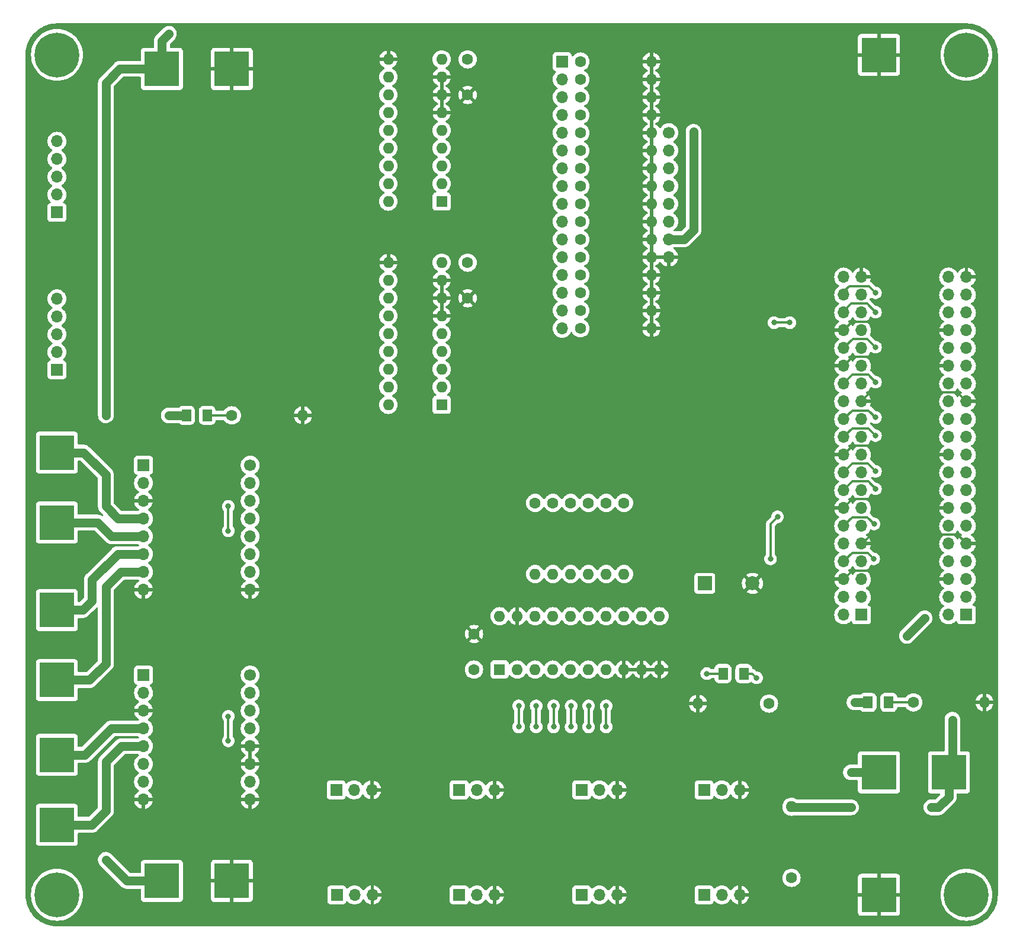
<source format=gtl>
G04 #@! TF.GenerationSoftware,KiCad,Pcbnew,(6.0.2)*
G04 #@! TF.CreationDate,2023-01-22T12:33:39-05:00*
G04 #@! TF.ProjectId,Interface-PCB,496e7465-7266-4616-9365-2d5043422e6b,1.0*
G04 #@! TF.SameCoordinates,Original*
G04 #@! TF.FileFunction,Copper,L1,Top*
G04 #@! TF.FilePolarity,Positive*
%FSLAX46Y46*%
G04 Gerber Fmt 4.6, Leading zero omitted, Abs format (unit mm)*
G04 Created by KiCad (PCBNEW (6.0.2)) date 2023-01-22 12:33:39*
%MOMM*%
%LPD*%
G01*
G04 APERTURE LIST*
G04 Aperture macros list*
%AMRoundRect*
0 Rectangle with rounded corners*
0 $1 Rounding radius*
0 $2 $3 $4 $5 $6 $7 $8 $9 X,Y pos of 4 corners*
0 Add a 4 corners polygon primitive as box body*
4,1,4,$2,$3,$4,$5,$6,$7,$8,$9,$2,$3,0*
0 Add four circle primitives for the rounded corners*
1,1,$1+$1,$2,$3*
1,1,$1+$1,$4,$5*
1,1,$1+$1,$6,$7*
1,1,$1+$1,$8,$9*
0 Add four rect primitives between the rounded corners*
20,1,$1+$1,$2,$3,$4,$5,0*
20,1,$1+$1,$4,$5,$6,$7,0*
20,1,$1+$1,$6,$7,$8,$9,0*
20,1,$1+$1,$8,$9,$2,$3,0*%
G04 Aperture macros list end*
G04 #@! TA.AperFunction,ComponentPad*
%ADD10R,1.600000X1.600000*%
G04 #@! TD*
G04 #@! TA.AperFunction,ComponentPad*
%ADD11O,1.600000X1.600000*%
G04 #@! TD*
G04 #@! TA.AperFunction,ComponentPad*
%ADD12R,2.000000X2.000000*%
G04 #@! TD*
G04 #@! TA.AperFunction,ComponentPad*
%ADD13C,2.000000*%
G04 #@! TD*
G04 #@! TA.AperFunction,ComponentPad*
%ADD14C,1.600000*%
G04 #@! TD*
G04 #@! TA.AperFunction,SMDPad,CuDef*
%ADD15RoundRect,0.250001X-0.462499X-0.624999X0.462499X-0.624999X0.462499X0.624999X-0.462499X0.624999X0*%
G04 #@! TD*
G04 #@! TA.AperFunction,ComponentPad*
%ADD16R,1.700000X1.700000*%
G04 #@! TD*
G04 #@! TA.AperFunction,ComponentPad*
%ADD17O,1.700000X1.700000*%
G04 #@! TD*
G04 #@! TA.AperFunction,ComponentPad*
%ADD18C,1.700000*%
G04 #@! TD*
G04 #@! TA.AperFunction,ComponentPad*
%ADD19C,6.400000*%
G04 #@! TD*
G04 #@! TA.AperFunction,SMDPad,CuDef*
%ADD20R,5.000000X5.000000*%
G04 #@! TD*
G04 #@! TA.AperFunction,ViaPad*
%ADD21C,0.800000*%
G04 #@! TD*
G04 #@! TA.AperFunction,ViaPad*
%ADD22C,1.000000*%
G04 #@! TD*
G04 #@! TA.AperFunction,Conductor*
%ADD23C,0.300000*%
G04 #@! TD*
G04 #@! TA.AperFunction,Conductor*
%ADD24C,1.250000*%
G04 #@! TD*
G04 APERTURE END LIST*
D10*
X120000000Y-60960000D03*
D11*
X120000000Y-58420000D03*
X120000000Y-55880000D03*
X120000000Y-53340000D03*
X120000000Y-50800000D03*
X120000000Y-48260000D03*
X120000000Y-45720000D03*
X120000000Y-43180000D03*
X120000000Y-40640000D03*
X112380000Y-40640000D03*
X112380000Y-43180000D03*
X112380000Y-45720000D03*
X112380000Y-48260000D03*
X112380000Y-50800000D03*
X112380000Y-53340000D03*
X112380000Y-55880000D03*
X112380000Y-58420000D03*
X112380000Y-60960000D03*
D12*
X157590000Y-115500000D03*
D13*
X164410000Y-115500000D03*
D14*
X139820000Y-61280000D03*
D11*
X149980000Y-61280000D03*
D14*
X187420000Y-132500000D03*
D11*
X197580000Y-132500000D03*
D14*
X143515000Y-104010000D03*
D11*
X143515000Y-114170000D03*
D15*
X183907500Y-132500000D03*
X180932500Y-132500000D03*
D16*
X77380000Y-98610000D03*
D17*
X77380000Y-101150000D03*
X77380000Y-103690000D03*
X77380000Y-106230000D03*
X77380000Y-108770000D03*
X77380000Y-111310000D03*
X77380000Y-113850000D03*
X77380000Y-116390000D03*
D18*
X92620000Y-98610000D03*
D17*
X92620000Y-101150000D03*
X92620000Y-103690000D03*
X92620000Y-106230000D03*
X92620000Y-108770000D03*
X92620000Y-111310000D03*
X92620000Y-113850000D03*
X92620000Y-116390000D03*
D19*
X65000000Y-160000000D03*
D14*
X166780000Y-132670000D03*
D11*
X156620000Y-132670000D03*
D14*
X139820000Y-76520000D03*
D11*
X149980000Y-76520000D03*
D20*
X80000000Y-42000000D03*
X90000000Y-42000000D03*
D14*
X123700000Y-40640000D03*
X123700000Y-45720000D03*
D20*
X182500000Y-160000000D03*
D14*
X139820000Y-43500000D03*
D11*
X149980000Y-43500000D03*
D14*
X139820000Y-46040000D03*
D11*
X149980000Y-46040000D03*
D16*
X157500000Y-145000000D03*
D17*
X160040000Y-145000000D03*
X162580000Y-145000000D03*
D16*
X65000000Y-62500000D03*
D17*
X65000000Y-59960000D03*
X65000000Y-57420000D03*
X65000000Y-54880000D03*
X65000000Y-52340000D03*
D20*
X192500000Y-142500000D03*
D14*
X135895000Y-104010000D03*
D11*
X135895000Y-114170000D03*
D20*
X65000000Y-96813238D03*
X65000000Y-106813238D03*
D16*
X137220000Y-40950000D03*
D17*
X137220000Y-43490000D03*
X137220000Y-46030000D03*
X137220000Y-48570000D03*
X137220000Y-51110000D03*
X137220000Y-53650000D03*
X137220000Y-56190000D03*
X137220000Y-58730000D03*
X137220000Y-61270000D03*
X137220000Y-63810000D03*
X137220000Y-66350000D03*
X137220000Y-68890000D03*
X137220000Y-71430000D03*
X137220000Y-73970000D03*
X137220000Y-76510000D03*
X137220000Y-79050000D03*
X152460000Y-68890000D03*
X152460000Y-66350000D03*
X152460000Y-63810000D03*
X152460000Y-61270000D03*
X152460000Y-58730000D03*
X152460000Y-56190000D03*
X152460000Y-53650000D03*
D18*
X152460000Y-51110000D03*
D16*
X105000000Y-160000000D03*
D17*
X107540000Y-160000000D03*
X110080000Y-160000000D03*
D19*
X65000000Y-40000000D03*
D10*
X120000000Y-90000000D03*
D11*
X120000000Y-87460000D03*
X120000000Y-84920000D03*
X120000000Y-82380000D03*
X120000000Y-79840000D03*
X120000000Y-77300000D03*
X120000000Y-74760000D03*
X120000000Y-72220000D03*
X120000000Y-69680000D03*
X112380000Y-69680000D03*
X112380000Y-72220000D03*
X112380000Y-74760000D03*
X112380000Y-77300000D03*
X112380000Y-79840000D03*
X112380000Y-82380000D03*
X112380000Y-84920000D03*
X112380000Y-87460000D03*
X112380000Y-90000000D03*
D20*
X65000000Y-119313238D03*
X65000000Y-129313238D03*
D14*
X139820000Y-71440000D03*
D11*
X149980000Y-71440000D03*
D16*
X104920000Y-145000000D03*
D17*
X107460000Y-145000000D03*
X110000000Y-145000000D03*
D14*
X139820000Y-51120000D03*
D11*
X149980000Y-51120000D03*
D16*
X122500000Y-160000000D03*
D17*
X125040000Y-160000000D03*
X127580000Y-160000000D03*
D20*
X182500000Y-142500000D03*
D15*
X86487500Y-91500000D03*
X83512500Y-91500000D03*
D14*
X139820000Y-66360000D03*
D11*
X149980000Y-66360000D03*
D16*
X180000000Y-120000000D03*
D17*
X177460000Y-120000000D03*
X180000000Y-117460000D03*
X177460000Y-117460000D03*
X180000000Y-114920000D03*
X177460000Y-114920000D03*
X180000000Y-112380000D03*
X177460000Y-112380000D03*
X180000000Y-109840000D03*
X177460000Y-109840000D03*
X180000000Y-107300000D03*
X177460000Y-107300000D03*
X180000000Y-104760000D03*
X177460000Y-104760000D03*
X180000000Y-102220000D03*
X177460000Y-102220000D03*
X180000000Y-99680000D03*
X177460000Y-99680000D03*
X180000000Y-97140000D03*
X177460000Y-97140000D03*
X180000000Y-94600000D03*
X177460000Y-94600000D03*
X180000000Y-92060000D03*
X177460000Y-92060000D03*
X180000000Y-89520000D03*
X177460000Y-89520000D03*
X180000000Y-86980000D03*
X177460000Y-86980000D03*
X180000000Y-84440000D03*
X177460000Y-84440000D03*
X180000000Y-81900000D03*
X177460000Y-81900000D03*
X180000000Y-79360000D03*
X177460000Y-79360000D03*
X180000000Y-76820000D03*
X177460000Y-76820000D03*
X180000000Y-74280000D03*
X177460000Y-74280000D03*
X180000000Y-71740000D03*
X177460000Y-71740000D03*
D16*
X140000000Y-160000000D03*
D17*
X142540000Y-160000000D03*
X145080000Y-160000000D03*
D16*
X157500000Y-160000000D03*
D17*
X160040000Y-160000000D03*
X162580000Y-160000000D03*
D14*
X133355000Y-104010000D03*
D11*
X133355000Y-114170000D03*
D14*
X170000000Y-157580000D03*
D11*
X170000000Y-147420000D03*
D14*
X139820000Y-58740000D03*
D11*
X149980000Y-58740000D03*
D14*
X139820000Y-40960000D03*
D11*
X149980000Y-40960000D03*
D20*
X65000000Y-140000000D03*
X65000000Y-150000000D03*
D14*
X124625000Y-127810000D03*
X124625000Y-122730000D03*
D16*
X122500000Y-145000000D03*
D17*
X125040000Y-145000000D03*
X127580000Y-145000000D03*
D14*
X123700000Y-69680000D03*
X123700000Y-74760000D03*
X139820000Y-68900000D03*
D11*
X149980000Y-68900000D03*
D14*
X138435000Y-104010000D03*
D11*
X138435000Y-114170000D03*
D10*
X128275000Y-127810000D03*
D11*
X130815000Y-127810000D03*
X133355000Y-127810000D03*
X135895000Y-127810000D03*
X138435000Y-127810000D03*
X140975000Y-127810000D03*
X143515000Y-127810000D03*
X146055000Y-127810000D03*
X148595000Y-127810000D03*
X151135000Y-127810000D03*
X151135000Y-120190000D03*
X148595000Y-120190000D03*
X146055000Y-120190000D03*
X143515000Y-120190000D03*
X140975000Y-120190000D03*
X138435000Y-120190000D03*
X135895000Y-120190000D03*
X133355000Y-120190000D03*
X130815000Y-120190000D03*
X128275000Y-120190000D03*
D20*
X80000000Y-158000000D03*
X90000000Y-158000000D03*
D16*
X65000000Y-85000000D03*
D17*
X65000000Y-82460000D03*
X65000000Y-79920000D03*
X65000000Y-77380000D03*
X65000000Y-74840000D03*
D14*
X146055000Y-104010000D03*
D11*
X146055000Y-114170000D03*
D19*
X195000000Y-40000000D03*
D14*
X139820000Y-56200000D03*
D11*
X149980000Y-56200000D03*
D14*
X90000000Y-91500000D03*
D11*
X100160000Y-91500000D03*
D14*
X139820000Y-48580000D03*
D11*
X149980000Y-48580000D03*
D14*
X140975000Y-104010000D03*
D11*
X140975000Y-114170000D03*
D14*
X139820000Y-53660000D03*
D11*
X149980000Y-53660000D03*
D20*
X182500000Y-40000000D03*
D14*
X139820000Y-73980000D03*
D11*
X149980000Y-73980000D03*
D15*
X163187500Y-128390000D03*
X160212500Y-128390000D03*
D19*
X195000000Y-160000000D03*
D14*
X139820000Y-79060000D03*
D11*
X149980000Y-79060000D03*
D16*
X140000000Y-145000000D03*
D17*
X142540000Y-145000000D03*
X145080000Y-145000000D03*
D14*
X139820000Y-63820000D03*
D11*
X149980000Y-63820000D03*
D16*
X195000000Y-120000000D03*
D17*
X192460000Y-120000000D03*
X195000000Y-117460000D03*
X192460000Y-117460000D03*
X195000000Y-114920000D03*
X192460000Y-114920000D03*
X195000000Y-112380000D03*
X192460000Y-112380000D03*
X195000000Y-109840000D03*
X192460000Y-109840000D03*
X195000000Y-107300000D03*
X192460000Y-107300000D03*
X195000000Y-104760000D03*
X192460000Y-104760000D03*
X195000000Y-102220000D03*
X192460000Y-102220000D03*
X195000000Y-99680000D03*
X192460000Y-99680000D03*
X195000000Y-97140000D03*
X192460000Y-97140000D03*
X195000000Y-94600000D03*
X192460000Y-94600000D03*
X195000000Y-92060000D03*
X192460000Y-92060000D03*
X195000000Y-89520000D03*
X192460000Y-89520000D03*
X195000000Y-86980000D03*
X192460000Y-86980000D03*
X195000000Y-84440000D03*
X192460000Y-84440000D03*
X195000000Y-81900000D03*
X192460000Y-81900000D03*
X195000000Y-79360000D03*
X192460000Y-79360000D03*
X195000000Y-76820000D03*
X192460000Y-76820000D03*
X195000000Y-74280000D03*
X192460000Y-74280000D03*
X195000000Y-71740000D03*
X192460000Y-71740000D03*
D16*
X77380000Y-128610000D03*
D17*
X77380000Y-131150000D03*
X77380000Y-133690000D03*
X77380000Y-136230000D03*
X77380000Y-138770000D03*
X77380000Y-141310000D03*
X77380000Y-143850000D03*
X77380000Y-146390000D03*
D18*
X92620000Y-128610000D03*
D17*
X92620000Y-131150000D03*
X92620000Y-133690000D03*
X92620000Y-136230000D03*
X92620000Y-138770000D03*
X92620000Y-141310000D03*
X92620000Y-143850000D03*
X92620000Y-146390000D03*
D21*
X157890000Y-128390000D03*
X168000000Y-106000000D03*
X167000000Y-112000000D03*
D22*
X178500000Y-147500000D03*
X193000000Y-135000000D03*
X156000000Y-51000000D03*
X190000000Y-147500000D03*
X72000000Y-91500000D03*
X72000000Y-67000000D03*
X81000000Y-91500000D03*
X81000000Y-37000000D03*
X72000000Y-155000000D03*
X178500000Y-142500000D03*
X186500000Y-123000000D03*
X189000000Y-120500000D03*
X179000000Y-132500000D03*
D21*
X141000000Y-136000000D03*
X141000000Y-133000000D03*
X133500000Y-136000000D03*
X133500000Y-133000000D03*
X138500000Y-133000000D03*
X138500000Y-136000000D03*
X143500000Y-136000000D03*
X143500000Y-133000000D03*
X131000000Y-133000000D03*
X131000000Y-136000000D03*
X136000000Y-136000000D03*
X136000000Y-133000000D03*
X182000000Y-76750000D03*
X182000000Y-74000000D03*
X182000000Y-94400000D03*
X182000000Y-99500000D03*
X182000000Y-102000000D03*
X182000000Y-91800000D03*
X182000000Y-86750000D03*
X89500000Y-138000000D03*
X89500000Y-134500000D03*
X181800000Y-107000000D03*
X89500000Y-104500000D03*
X89500000Y-108000000D03*
X169744622Y-78255378D03*
X167500000Y-78250000D03*
X181750000Y-112000000D03*
X165000000Y-129000000D03*
X182000000Y-81750000D03*
D23*
X167000000Y-107000000D02*
X168000000Y-106000000D01*
X160212500Y-128390000D02*
X157890000Y-128390000D01*
X167000000Y-112000000D02*
X167000000Y-107000000D01*
X181390000Y-108550000D02*
X180070000Y-109870000D01*
X192450000Y-97150000D02*
X182430000Y-97150000D01*
X192400000Y-104750000D02*
X182380000Y-104750000D01*
X195000000Y-89520000D02*
X193730000Y-88250000D01*
X178690000Y-103460000D02*
X177400000Y-104750000D01*
X178690000Y-113660000D02*
X177400000Y-114950000D01*
X181090000Y-103460000D02*
X178690000Y-103460000D01*
X181090000Y-113660000D02*
X178690000Y-113660000D01*
X192400000Y-114950000D02*
X182380000Y-114950000D01*
X182440000Y-84440000D02*
X181150000Y-83150000D01*
X181140000Y-95860000D02*
X178740000Y-95860000D01*
X181270000Y-88250000D02*
X180000000Y-89520000D01*
X182380000Y-104750000D02*
X181090000Y-103460000D01*
X182380000Y-114950000D02*
X181090000Y-113660000D01*
X178750000Y-83150000D02*
X177460000Y-84440000D01*
X192460000Y-79360000D02*
X182560000Y-79360000D01*
X193730000Y-88250000D02*
X181270000Y-88250000D01*
X181150000Y-83150000D02*
X178750000Y-83150000D01*
X181300000Y-78100000D02*
X178720000Y-78100000D01*
X182430000Y-97150000D02*
X181140000Y-95860000D01*
X195070000Y-109870000D02*
X193750000Y-108550000D01*
X178740000Y-95860000D02*
X177450000Y-97150000D01*
X193750000Y-108550000D02*
X181390000Y-108550000D01*
X182560000Y-79360000D02*
X181300000Y-78100000D01*
X178720000Y-78100000D02*
X177460000Y-79360000D01*
X192460000Y-84440000D02*
X182440000Y-84440000D01*
D24*
X156000000Y-51000000D02*
X156000000Y-65000000D01*
X156000000Y-65000000D02*
X154650000Y-66350000D01*
X192500000Y-146000000D02*
X192500000Y-142500000D01*
X154650000Y-66350000D02*
X152460000Y-66350000D01*
X193000000Y-142000000D02*
X192500000Y-142500000D01*
X190000000Y-147500000D02*
X191000000Y-147500000D01*
X191000000Y-147500000D02*
X192500000Y-146000000D01*
X178500000Y-147500000D02*
X170080000Y-147500000D01*
X170080000Y-147500000D02*
X170000000Y-147420000D01*
X193000000Y-135000000D02*
X193000000Y-142000000D01*
X80000000Y-38000000D02*
X81000000Y-37000000D01*
X75000000Y-158000000D02*
X72000000Y-155000000D01*
X72000000Y-67000000D02*
X72000000Y-47000000D01*
X80000000Y-42000000D02*
X80000000Y-38000000D01*
X72000000Y-91500000D02*
X72000000Y-67000000D01*
X81000000Y-91500000D02*
X83512500Y-91500000D01*
X72000000Y-44000000D02*
X74000000Y-42000000D01*
X80000000Y-158000000D02*
X75000000Y-158000000D01*
X74000000Y-42000000D02*
X80000000Y-42000000D01*
X72000000Y-47000000D02*
X72000000Y-44000000D01*
D23*
X86487500Y-91500000D02*
X90000000Y-91500000D01*
X183907500Y-132500000D02*
X187420000Y-132500000D01*
D24*
X179000000Y-132500000D02*
X180932500Y-132500000D01*
X178500000Y-142500000D02*
X182500000Y-142500000D01*
X189000000Y-120500000D02*
X186500000Y-123000000D01*
D23*
X141000000Y-133000000D02*
X141000000Y-136000000D01*
X133500000Y-136000000D02*
X133500000Y-133000000D01*
X138500000Y-133000000D02*
X138500000Y-136000000D01*
X143500000Y-133000000D02*
X143500000Y-136000000D01*
X131000000Y-136000000D02*
X131000000Y-133000000D01*
X136000000Y-133000000D02*
X136000000Y-136000000D01*
X178500000Y-75550000D02*
X177460000Y-76590000D01*
X177460000Y-76590000D02*
X177460000Y-76820000D01*
X182000000Y-76750000D02*
X180800000Y-75550000D01*
X180800000Y-75550000D02*
X178500000Y-75550000D01*
X181050000Y-73050000D02*
X178250000Y-73050000D01*
X178250000Y-73050000D02*
X177460000Y-73840000D01*
X177460000Y-73840000D02*
X177460000Y-74280000D01*
X182000000Y-74000000D02*
X181050000Y-73050000D01*
X178710000Y-93350000D02*
X177460000Y-94600000D01*
X182000000Y-94400000D02*
X180950000Y-93350000D01*
X180950000Y-93350000D02*
X178710000Y-93350000D01*
X182000000Y-99500000D02*
X180900000Y-98400000D01*
X178740000Y-98400000D02*
X177460000Y-99680000D01*
X180900000Y-98400000D02*
X178740000Y-98400000D01*
X180950000Y-100950000D02*
X178730000Y-100950000D01*
X182000000Y-102000000D02*
X180950000Y-100950000D01*
X178730000Y-100950000D02*
X177460000Y-102220000D01*
X181000000Y-90800000D02*
X178720000Y-90800000D01*
X178720000Y-90800000D02*
X177460000Y-92060000D01*
X182000000Y-91800000D02*
X181000000Y-90800000D01*
X180950000Y-85700000D02*
X178740000Y-85700000D01*
X178740000Y-85700000D02*
X177460000Y-86980000D01*
X182000000Y-86750000D02*
X180950000Y-85700000D01*
X180850000Y-106050000D02*
X178710000Y-106050000D01*
X178710000Y-106050000D02*
X177460000Y-107300000D01*
X181800000Y-107000000D02*
X180850000Y-106050000D01*
X89500000Y-138000000D02*
X89500000Y-134500000D01*
X89500000Y-108000000D02*
X89500000Y-104500000D01*
X167500000Y-78250000D02*
X167505378Y-78255378D01*
X167505378Y-78255378D02*
X169744622Y-78255378D01*
X180900000Y-111150000D02*
X178690000Y-111150000D01*
X181750000Y-112000000D02*
X180900000Y-111150000D01*
X178690000Y-111150000D02*
X177460000Y-112380000D01*
X164390000Y-128390000D02*
X165000000Y-129000000D01*
X163187500Y-128390000D02*
X164390000Y-128390000D01*
D24*
X73730000Y-106230000D02*
X77380000Y-106230000D01*
X68813238Y-96813238D02*
X72000000Y-100000000D01*
X72000000Y-100000000D02*
X72000000Y-104500000D01*
X65000000Y-96813238D02*
X68813238Y-96813238D01*
X72000000Y-104500000D02*
X73730000Y-106230000D01*
X72750000Y-108750000D02*
X77360000Y-108750000D01*
X65000000Y-106813238D02*
X70813238Y-106813238D01*
X77360000Y-108750000D02*
X77380000Y-108770000D01*
X70813238Y-106813238D02*
X72750000Y-108750000D01*
X65000000Y-119313238D02*
X68686762Y-119313238D01*
X70000000Y-115000000D02*
X73690000Y-111310000D01*
X73690000Y-111310000D02*
X77380000Y-111310000D01*
X70000000Y-118000000D02*
X70000000Y-115000000D01*
X68686762Y-119313238D02*
X70000000Y-118000000D01*
X65000000Y-129313238D02*
X69686762Y-129313238D01*
X72000000Y-127000000D02*
X72000000Y-116000000D01*
X72000000Y-116000000D02*
X74150000Y-113850000D01*
X74150000Y-113850000D02*
X77380000Y-113850000D01*
X69686762Y-129313238D02*
X72000000Y-127000000D01*
X65000000Y-140000000D02*
X69000000Y-140000000D01*
X69000000Y-140000000D02*
X72770000Y-136230000D01*
X72770000Y-136230000D02*
X77380000Y-136230000D01*
X72000000Y-141000000D02*
X72000000Y-148000000D01*
X77380000Y-138770000D02*
X74230000Y-138770000D01*
X70000000Y-150000000D02*
X65000000Y-150000000D01*
X72000000Y-148000000D02*
X70000000Y-150000000D01*
X74230000Y-138770000D02*
X72000000Y-141000000D01*
D23*
X180850000Y-80600000D02*
X178760000Y-80600000D01*
X178760000Y-80600000D02*
X177460000Y-81900000D01*
X182000000Y-81750000D02*
X180850000Y-80600000D01*
G04 #@! TA.AperFunction,Conductor*
G36*
X194970527Y-35501476D02*
G01*
X194985099Y-35503745D01*
X194985101Y-35503745D01*
X194993829Y-35505104D01*
X195013938Y-35502475D01*
X195035416Y-35501547D01*
X195386795Y-35516888D01*
X195397572Y-35517831D01*
X195776050Y-35567658D01*
X195786689Y-35569534D01*
X196159416Y-35652166D01*
X196169844Y-35654960D01*
X196533936Y-35769758D01*
X196544082Y-35773450D01*
X196896790Y-35919547D01*
X196906581Y-35924113D01*
X197245204Y-36100389D01*
X197254550Y-36105784D01*
X197576543Y-36310917D01*
X197585372Y-36317098D01*
X197888260Y-36549513D01*
X197896528Y-36556451D01*
X197956713Y-36611600D01*
X198177989Y-36814361D01*
X198185639Y-36822011D01*
X198352556Y-37004169D01*
X198443546Y-37103468D01*
X198450487Y-37111740D01*
X198682902Y-37414628D01*
X198689083Y-37423457D01*
X198894216Y-37745450D01*
X198899611Y-37754796D01*
X199075884Y-38093413D01*
X199080453Y-38103210D01*
X199224315Y-38450521D01*
X199226546Y-38455908D01*
X199230242Y-38466064D01*
X199345037Y-38830146D01*
X199347834Y-38840584D01*
X199404006Y-39093956D01*
X199430465Y-39213304D01*
X199432342Y-39223950D01*
X199462895Y-39456028D01*
X199482169Y-39602429D01*
X199483112Y-39613205D01*
X199498134Y-39957265D01*
X199496776Y-39981747D01*
X199496255Y-39985092D01*
X199496255Y-39985102D01*
X199494896Y-39993829D01*
X199496042Y-40002591D01*
X199498953Y-40024855D01*
X199500000Y-40040933D01*
X199500000Y-159951451D01*
X199498524Y-159970527D01*
X199494896Y-159993829D01*
X199497317Y-160012342D01*
X199497525Y-160013933D01*
X199498453Y-160035416D01*
X199483112Y-160386795D01*
X199482169Y-160397571D01*
X199432669Y-160773567D01*
X199432343Y-160776042D01*
X199430466Y-160786689D01*
X199362598Y-161092824D01*
X199347837Y-161159406D01*
X199345040Y-161169844D01*
X199238675Y-161507194D01*
X199230246Y-161533926D01*
X199226550Y-161544082D01*
X199099877Y-161849896D01*
X199080456Y-161896783D01*
X199075887Y-161906581D01*
X198899611Y-162245204D01*
X198894216Y-162254550D01*
X198689083Y-162576543D01*
X198682902Y-162585372D01*
X198450487Y-162888260D01*
X198443549Y-162896528D01*
X198350242Y-162998356D01*
X198185639Y-163177989D01*
X198177989Y-163185639D01*
X197896532Y-163443546D01*
X197888260Y-163450487D01*
X197585372Y-163682902D01*
X197576543Y-163689083D01*
X197254550Y-163894216D01*
X197245204Y-163899611D01*
X196906581Y-164075887D01*
X196896790Y-164080453D01*
X196544082Y-164226550D01*
X196533936Y-164230242D01*
X196169844Y-164345040D01*
X196159416Y-164347834D01*
X195786689Y-164430466D01*
X195776050Y-164432342D01*
X195425556Y-164478485D01*
X195397571Y-164482169D01*
X195386795Y-164483112D01*
X195042735Y-164498134D01*
X195018253Y-164496776D01*
X195014908Y-164496255D01*
X195014898Y-164496255D01*
X195006171Y-164494896D01*
X194978969Y-164498453D01*
X194975145Y-164498953D01*
X194959067Y-164500000D01*
X65048549Y-164500000D01*
X65029473Y-164498524D01*
X65014901Y-164496255D01*
X65014899Y-164496255D01*
X65006171Y-164494896D01*
X64986062Y-164497525D01*
X64964584Y-164498453D01*
X64613205Y-164483112D01*
X64602429Y-164482169D01*
X64574444Y-164478485D01*
X64223950Y-164432342D01*
X64213311Y-164430466D01*
X63840584Y-164347834D01*
X63830156Y-164345040D01*
X63466064Y-164230242D01*
X63455918Y-164226550D01*
X63103210Y-164080453D01*
X63093419Y-164075887D01*
X62754796Y-163899611D01*
X62745450Y-163894216D01*
X62423457Y-163689083D01*
X62414628Y-163682902D01*
X62111740Y-163450487D01*
X62103468Y-163443546D01*
X61822011Y-163185639D01*
X61814361Y-163177989D01*
X61649758Y-162998356D01*
X61556451Y-162896528D01*
X61549513Y-162888260D01*
X61317098Y-162585372D01*
X61310917Y-162576543D01*
X61105784Y-162254550D01*
X61100389Y-162245204D01*
X60924113Y-161906581D01*
X60919544Y-161896783D01*
X60900123Y-161849896D01*
X60773450Y-161544082D01*
X60769754Y-161533926D01*
X60761326Y-161507194D01*
X60654960Y-161169844D01*
X60652163Y-161159406D01*
X60637403Y-161092824D01*
X60569534Y-160786689D01*
X60567657Y-160776042D01*
X60567332Y-160773567D01*
X60517831Y-160397571D01*
X60516888Y-160386795D01*
X60502027Y-160046427D01*
X60503627Y-160020447D01*
X60504196Y-160017065D01*
X60504991Y-160012342D01*
X60505142Y-160000000D01*
X61294422Y-160000000D01*
X61294592Y-160003244D01*
X61308459Y-160267830D01*
X61314722Y-160387338D01*
X61375398Y-160770433D01*
X61475786Y-161145087D01*
X61476944Y-161148103D01*
X61476946Y-161148110D01*
X61613622Y-161504163D01*
X61613626Y-161504171D01*
X61614786Y-161507194D01*
X61790875Y-161852789D01*
X62002124Y-162178084D01*
X62004164Y-162180604D01*
X62004169Y-162180610D01*
X62244179Y-162476997D01*
X62246219Y-162479516D01*
X62520484Y-162753781D01*
X62523001Y-162755819D01*
X62523003Y-162755821D01*
X62819390Y-162995831D01*
X62819396Y-162995836D01*
X62821916Y-162997876D01*
X62824639Y-162999644D01*
X62824644Y-162999648D01*
X62841797Y-163010787D01*
X63147211Y-163209125D01*
X63492806Y-163385214D01*
X63495829Y-163386374D01*
X63495837Y-163386378D01*
X63851890Y-163523054D01*
X63851897Y-163523056D01*
X63854913Y-163524214D01*
X64229567Y-163624602D01*
X64612662Y-163685278D01*
X64615894Y-163685447D01*
X64615900Y-163685448D01*
X64996756Y-163705408D01*
X65000000Y-163705578D01*
X65003244Y-163705408D01*
X65384100Y-163685448D01*
X65384106Y-163685447D01*
X65387338Y-163685278D01*
X65770433Y-163624602D01*
X66145087Y-163524214D01*
X66148103Y-163523056D01*
X66148110Y-163523054D01*
X66504163Y-163386378D01*
X66504171Y-163386374D01*
X66507194Y-163385214D01*
X66852789Y-163209125D01*
X67158203Y-163010787D01*
X67175356Y-162999648D01*
X67175361Y-162999644D01*
X67178084Y-162997876D01*
X67180604Y-162995836D01*
X67180610Y-162995831D01*
X67476997Y-162755821D01*
X67476999Y-162755819D01*
X67479516Y-162753781D01*
X67689325Y-162543972D01*
X179500000Y-162543972D01*
X179500363Y-162550669D01*
X179505803Y-162600744D01*
X179509371Y-162615753D01*
X179553817Y-162734311D01*
X179562212Y-162749646D01*
X179637516Y-162850124D01*
X179649876Y-162862484D01*
X179750354Y-162937788D01*
X179765689Y-162946183D01*
X179884247Y-162990629D01*
X179899256Y-162994197D01*
X179949331Y-162999637D01*
X179956028Y-163000000D01*
X182232170Y-163000000D01*
X182247169Y-162995596D01*
X182248356Y-162994226D01*
X182250000Y-162986668D01*
X182250000Y-162982170D01*
X182750000Y-162982170D01*
X182754404Y-162997169D01*
X182755774Y-162998356D01*
X182763332Y-163000000D01*
X185043972Y-163000000D01*
X185050669Y-162999637D01*
X185100744Y-162994197D01*
X185115753Y-162990629D01*
X185234311Y-162946183D01*
X185249646Y-162937788D01*
X185350124Y-162862484D01*
X185362484Y-162850124D01*
X185437788Y-162749646D01*
X185446183Y-162734311D01*
X185490629Y-162615753D01*
X185494197Y-162600744D01*
X185499637Y-162550669D01*
X185500000Y-162543972D01*
X185500000Y-160267830D01*
X185495596Y-160252831D01*
X185494226Y-160251644D01*
X185486668Y-160250000D01*
X182767830Y-160250000D01*
X182752831Y-160254404D01*
X182751644Y-160255774D01*
X182750000Y-160263332D01*
X182750000Y-162982170D01*
X182250000Y-162982170D01*
X182250000Y-160267830D01*
X182245596Y-160252831D01*
X182244226Y-160251644D01*
X182236668Y-160250000D01*
X179517830Y-160250000D01*
X179502831Y-160254404D01*
X179501644Y-160255774D01*
X179500000Y-160263332D01*
X179500000Y-162543972D01*
X67689325Y-162543972D01*
X67753781Y-162479516D01*
X67755821Y-162476997D01*
X67995831Y-162180610D01*
X67995836Y-162180604D01*
X67997876Y-162178084D01*
X68209125Y-161852789D01*
X68385214Y-161507194D01*
X68386374Y-161504171D01*
X68386378Y-161504163D01*
X68523054Y-161148110D01*
X68523056Y-161148103D01*
X68524214Y-161145087D01*
X68624602Y-160770433D01*
X68685278Y-160387338D01*
X68691542Y-160267830D01*
X68705408Y-160003244D01*
X68705578Y-160000000D01*
X68692390Y-159748356D01*
X68685448Y-159615900D01*
X68685447Y-159615894D01*
X68685278Y-159612662D01*
X68624602Y-159229567D01*
X68524214Y-158854913D01*
X68513102Y-158825965D01*
X68386378Y-158495837D01*
X68386374Y-158495829D01*
X68385214Y-158492806D01*
X68209125Y-158147211D01*
X68130732Y-158026496D01*
X67999648Y-157824644D01*
X67999644Y-157824639D01*
X67997876Y-157821916D01*
X67995836Y-157819396D01*
X67995831Y-157819390D01*
X67755821Y-157523003D01*
X67755819Y-157523001D01*
X67753781Y-157520484D01*
X67479516Y-157246219D01*
X67476997Y-157244179D01*
X67180610Y-157004169D01*
X67180604Y-157004164D01*
X67178084Y-157002124D01*
X67175361Y-157000356D01*
X67175356Y-157000352D01*
X66855516Y-156792646D01*
X66852789Y-156790875D01*
X66507194Y-156614786D01*
X66504171Y-156613626D01*
X66504163Y-156613622D01*
X66148110Y-156476946D01*
X66148103Y-156476944D01*
X66145087Y-156475786D01*
X65770433Y-156375398D01*
X65387338Y-156314722D01*
X65384106Y-156314553D01*
X65384100Y-156314552D01*
X65003244Y-156294592D01*
X65000000Y-156294422D01*
X64996756Y-156294592D01*
X64615900Y-156314552D01*
X64615894Y-156314553D01*
X64612662Y-156314722D01*
X64229567Y-156375398D01*
X63854913Y-156475786D01*
X63851897Y-156476944D01*
X63851890Y-156476946D01*
X63495837Y-156613622D01*
X63495829Y-156613626D01*
X63492806Y-156614786D01*
X63147211Y-156790875D01*
X63144484Y-156792646D01*
X62824644Y-157000352D01*
X62824639Y-157000356D01*
X62821916Y-157002124D01*
X62819396Y-157004164D01*
X62819390Y-157004169D01*
X62523003Y-157244179D01*
X62520484Y-157246219D01*
X62246219Y-157520484D01*
X62244181Y-157523001D01*
X62244179Y-157523003D01*
X62004169Y-157819390D01*
X62004164Y-157819396D01*
X62002124Y-157821916D01*
X62000356Y-157824639D01*
X62000352Y-157824644D01*
X61869268Y-158026496D01*
X61790875Y-158147211D01*
X61614786Y-158492806D01*
X61613626Y-158495829D01*
X61613622Y-158495837D01*
X61486898Y-158825965D01*
X61475786Y-158854913D01*
X61375398Y-159229567D01*
X61314722Y-159612662D01*
X61314553Y-159615894D01*
X61314552Y-159615900D01*
X61307610Y-159748356D01*
X61294422Y-160000000D01*
X60505142Y-160000000D01*
X60501252Y-159972837D01*
X60500000Y-159955258D01*
X60500000Y-154917195D01*
X70872416Y-154917195D01*
X70872545Y-154923100D01*
X70875571Y-155061770D01*
X70877101Y-155131910D01*
X70878343Y-155137677D01*
X70878343Y-155137680D01*
X70905851Y-155265445D01*
X70922304Y-155341866D01*
X71006392Y-155539486D01*
X71126332Y-155717639D01*
X71130127Y-155721825D01*
X72652482Y-157244179D01*
X74129531Y-158721228D01*
X74136653Y-158729663D01*
X74136855Y-158729489D01*
X74140713Y-158733959D01*
X74144126Y-158738770D01*
X74148386Y-158742848D01*
X74212176Y-158803914D01*
X74214109Y-158805806D01*
X74242098Y-158833795D01*
X74247437Y-158838203D01*
X74248004Y-158838672D01*
X74254786Y-158844704D01*
X74299265Y-158887284D01*
X74304222Y-158890485D01*
X74304230Y-158890491D01*
X74328037Y-158905863D01*
X74339731Y-158914421D01*
X74361579Y-158932463D01*
X74366131Y-158936222D01*
X74371310Y-158939051D01*
X74371312Y-158939053D01*
X74406332Y-158958186D01*
X74420120Y-158965719D01*
X74420160Y-158965741D01*
X74427966Y-158970385D01*
X74479689Y-159003782D01*
X74485165Y-159005989D01*
X74485171Y-159005992D01*
X74511446Y-159016581D01*
X74524548Y-159022774D01*
X74549420Y-159036363D01*
X74549426Y-159036366D01*
X74554601Y-159039193D01*
X74613249Y-159057966D01*
X74621783Y-159061047D01*
X74643848Y-159069940D01*
X74673410Y-159081854D01*
X74673413Y-159081855D01*
X74678887Y-159084061D01*
X74684679Y-159085192D01*
X74684682Y-159085193D01*
X74712497Y-159090625D01*
X74726527Y-159094227D01*
X74759144Y-159104668D01*
X74764999Y-159105371D01*
X74765002Y-159105372D01*
X74820279Y-159112012D01*
X74829255Y-159113426D01*
X74864654Y-159120339D01*
X74889671Y-159125224D01*
X74895314Y-159125500D01*
X74925139Y-159125500D01*
X74939928Y-159126385D01*
X74972377Y-159130283D01*
X74978266Y-159129866D01*
X75035548Y-159125810D01*
X75044306Y-159125500D01*
X76875501Y-159125500D01*
X76942540Y-159145185D01*
X76988295Y-159197989D01*
X76999501Y-159249500D01*
X76999501Y-160547376D01*
X77006149Y-160608580D01*
X77056474Y-160742824D01*
X77061769Y-160749889D01*
X77061770Y-160749891D01*
X77085398Y-160781417D01*
X77142454Y-160857546D01*
X77149519Y-160862841D01*
X77250109Y-160938230D01*
X77250111Y-160938231D01*
X77257176Y-160943526D01*
X77391420Y-160993851D01*
X77452623Y-161000500D01*
X79999621Y-161000500D01*
X82547376Y-161000499D01*
X82608580Y-160993851D01*
X82742824Y-160943526D01*
X82749889Y-160938231D01*
X82749891Y-160938230D01*
X82850481Y-160862841D01*
X82857546Y-160857546D01*
X82914602Y-160781417D01*
X82938230Y-160749891D01*
X82938231Y-160749889D01*
X82943526Y-160742824D01*
X82993851Y-160608580D01*
X83000500Y-160547377D01*
X83000500Y-160543972D01*
X87000000Y-160543972D01*
X87000363Y-160550669D01*
X87005803Y-160600744D01*
X87009371Y-160615753D01*
X87053817Y-160734311D01*
X87062212Y-160749646D01*
X87137516Y-160850124D01*
X87149876Y-160862484D01*
X87250354Y-160937788D01*
X87265689Y-160946183D01*
X87384247Y-160990629D01*
X87399256Y-160994197D01*
X87449331Y-160999637D01*
X87456028Y-161000000D01*
X89732170Y-161000000D01*
X89747169Y-160995596D01*
X89748356Y-160994226D01*
X89750000Y-160986668D01*
X89750000Y-160982170D01*
X90250000Y-160982170D01*
X90254404Y-160997169D01*
X90255774Y-160998356D01*
X90263332Y-161000000D01*
X92543972Y-161000000D01*
X92550669Y-160999637D01*
X92600744Y-160994197D01*
X92615753Y-160990629D01*
X92734311Y-160946183D01*
X92749646Y-160937788D01*
X92850124Y-160862484D01*
X92862484Y-160850124D01*
X92937788Y-160749646D01*
X92946183Y-160734311D01*
X92990629Y-160615753D01*
X92994197Y-160600744D01*
X92999637Y-160550669D01*
X93000000Y-160543972D01*
X93000000Y-159102623D01*
X103649500Y-159102623D01*
X103649501Y-160897376D01*
X103656149Y-160958580D01*
X103706474Y-161092824D01*
X103792454Y-161207546D01*
X103799519Y-161212841D01*
X103900109Y-161288230D01*
X103900111Y-161288231D01*
X103907176Y-161293526D01*
X104041420Y-161343851D01*
X104102623Y-161350500D01*
X104999866Y-161350500D01*
X105897376Y-161350499D01*
X105958580Y-161343851D01*
X106092824Y-161293526D01*
X106099889Y-161288231D01*
X106099891Y-161288230D01*
X106200481Y-161212841D01*
X106207546Y-161207546D01*
X106293526Y-161092824D01*
X106343003Y-160960843D01*
X106384966Y-160904980D01*
X106450471Y-160880671D01*
X106518719Y-160895637D01*
X106546793Y-160916689D01*
X106668599Y-161038495D01*
X106862170Y-161174035D01*
X107076337Y-161273903D01*
X107129807Y-161288230D01*
X107299366Y-161333663D01*
X107299369Y-161333664D01*
X107304592Y-161335063D01*
X107309979Y-161335534D01*
X107309983Y-161335535D01*
X107534605Y-161355187D01*
X107540000Y-161355659D01*
X107545395Y-161355187D01*
X107770017Y-161335535D01*
X107770021Y-161335534D01*
X107775408Y-161335063D01*
X107780631Y-161333664D01*
X107780634Y-161333663D01*
X107950193Y-161288230D01*
X108003663Y-161273903D01*
X108217830Y-161174035D01*
X108411401Y-161038495D01*
X108578495Y-160871401D01*
X108581597Y-160866970D01*
X108581601Y-160866966D01*
X108708730Y-160685405D01*
X108763307Y-160641780D01*
X108832805Y-160634586D01*
X108895160Y-160666109D01*
X108911880Y-160685404D01*
X109038788Y-160866648D01*
X109045719Y-160874907D01*
X109205091Y-161034279D01*
X109213357Y-161041215D01*
X109397992Y-161170498D01*
X109407324Y-161175886D01*
X109611603Y-161271143D01*
X109621736Y-161274832D01*
X109812779Y-161326022D01*
X109826653Y-161325691D01*
X109830000Y-161317875D01*
X109830000Y-161312806D01*
X110330000Y-161312806D01*
X110333910Y-161326123D01*
X110342326Y-161327333D01*
X110538264Y-161274832D01*
X110548397Y-161271143D01*
X110752676Y-161175886D01*
X110762008Y-161170498D01*
X110946643Y-161041215D01*
X110954909Y-161034279D01*
X111114281Y-160874907D01*
X111121216Y-160866643D01*
X111250492Y-160682017D01*
X111255890Y-160672667D01*
X111351143Y-160468397D01*
X111354832Y-160458264D01*
X111406022Y-160267221D01*
X111405691Y-160253347D01*
X111397875Y-160250000D01*
X110347830Y-160250000D01*
X110332831Y-160254404D01*
X110331644Y-160255774D01*
X110330000Y-160263332D01*
X110330000Y-161312806D01*
X109830000Y-161312806D01*
X109830000Y-159732170D01*
X110330000Y-159732170D01*
X110334404Y-159747169D01*
X110335774Y-159748356D01*
X110343332Y-159750000D01*
X111392806Y-159750000D01*
X111406123Y-159746090D01*
X111407333Y-159737674D01*
X111354832Y-159541736D01*
X111351143Y-159531603D01*
X111255890Y-159327333D01*
X111250492Y-159317983D01*
X111121216Y-159133357D01*
X111114281Y-159125093D01*
X111091811Y-159102623D01*
X121149500Y-159102623D01*
X121149501Y-160897376D01*
X121156149Y-160958580D01*
X121206474Y-161092824D01*
X121292454Y-161207546D01*
X121299519Y-161212841D01*
X121400109Y-161288230D01*
X121400111Y-161288231D01*
X121407176Y-161293526D01*
X121541420Y-161343851D01*
X121602623Y-161350500D01*
X122499866Y-161350500D01*
X123397376Y-161350499D01*
X123458580Y-161343851D01*
X123592824Y-161293526D01*
X123599889Y-161288231D01*
X123599891Y-161288230D01*
X123700481Y-161212841D01*
X123707546Y-161207546D01*
X123793526Y-161092824D01*
X123843003Y-160960843D01*
X123884966Y-160904980D01*
X123950471Y-160880671D01*
X124018719Y-160895637D01*
X124046793Y-160916689D01*
X124168599Y-161038495D01*
X124362170Y-161174035D01*
X124576337Y-161273903D01*
X124629807Y-161288230D01*
X124799366Y-161333663D01*
X124799369Y-161333664D01*
X124804592Y-161335063D01*
X124809979Y-161335534D01*
X124809983Y-161335535D01*
X125034605Y-161355187D01*
X125040000Y-161355659D01*
X125045395Y-161355187D01*
X125270017Y-161335535D01*
X125270021Y-161335534D01*
X125275408Y-161335063D01*
X125280631Y-161333664D01*
X125280634Y-161333663D01*
X125450193Y-161288230D01*
X125503663Y-161273903D01*
X125717830Y-161174035D01*
X125911401Y-161038495D01*
X126078495Y-160871401D01*
X126081597Y-160866970D01*
X126081601Y-160866966D01*
X126208730Y-160685405D01*
X126263307Y-160641780D01*
X126332805Y-160634586D01*
X126395160Y-160666109D01*
X126411880Y-160685404D01*
X126538788Y-160866648D01*
X126545719Y-160874907D01*
X126705091Y-161034279D01*
X126713357Y-161041215D01*
X126897992Y-161170498D01*
X126907324Y-161175886D01*
X127111603Y-161271143D01*
X127121736Y-161274832D01*
X127312779Y-161326022D01*
X127326653Y-161325691D01*
X127330000Y-161317875D01*
X127330000Y-161312806D01*
X127830000Y-161312806D01*
X127833910Y-161326123D01*
X127842326Y-161327333D01*
X128038264Y-161274832D01*
X128048397Y-161271143D01*
X128252676Y-161175886D01*
X128262008Y-161170498D01*
X128446643Y-161041215D01*
X128454909Y-161034279D01*
X128614281Y-160874907D01*
X128621216Y-160866643D01*
X128750492Y-160682017D01*
X128755890Y-160672667D01*
X128851143Y-160468397D01*
X128854832Y-160458264D01*
X128906022Y-160267221D01*
X128905691Y-160253347D01*
X128897875Y-160250000D01*
X127847830Y-160250000D01*
X127832831Y-160254404D01*
X127831644Y-160255774D01*
X127830000Y-160263332D01*
X127830000Y-161312806D01*
X127330000Y-161312806D01*
X127330000Y-159732170D01*
X127830000Y-159732170D01*
X127834404Y-159747169D01*
X127835774Y-159748356D01*
X127843332Y-159750000D01*
X128892806Y-159750000D01*
X128906123Y-159746090D01*
X128907333Y-159737674D01*
X128854832Y-159541736D01*
X128851143Y-159531603D01*
X128755890Y-159327333D01*
X128750492Y-159317983D01*
X128621216Y-159133357D01*
X128614281Y-159125093D01*
X128591811Y-159102623D01*
X138649500Y-159102623D01*
X138649501Y-160897376D01*
X138656149Y-160958580D01*
X138706474Y-161092824D01*
X138792454Y-161207546D01*
X138799519Y-161212841D01*
X138900109Y-161288230D01*
X138900111Y-161288231D01*
X138907176Y-161293526D01*
X139041420Y-161343851D01*
X139102623Y-161350500D01*
X139999866Y-161350500D01*
X140897376Y-161350499D01*
X140958580Y-161343851D01*
X141092824Y-161293526D01*
X141099889Y-161288231D01*
X141099891Y-161288230D01*
X141200481Y-161212841D01*
X141207546Y-161207546D01*
X141293526Y-161092824D01*
X141343003Y-160960843D01*
X141384966Y-160904980D01*
X141450471Y-160880671D01*
X141518719Y-160895637D01*
X141546793Y-160916689D01*
X141668599Y-161038495D01*
X141862170Y-161174035D01*
X142076337Y-161273903D01*
X142129807Y-161288230D01*
X142299366Y-161333663D01*
X142299369Y-161333664D01*
X142304592Y-161335063D01*
X142309979Y-161335534D01*
X142309983Y-161335535D01*
X142534605Y-161355187D01*
X142540000Y-161355659D01*
X142545395Y-161355187D01*
X142770017Y-161335535D01*
X142770021Y-161335534D01*
X142775408Y-161335063D01*
X142780631Y-161333664D01*
X142780634Y-161333663D01*
X142950193Y-161288230D01*
X143003663Y-161273903D01*
X143217830Y-161174035D01*
X143411401Y-161038495D01*
X143578495Y-160871401D01*
X143581597Y-160866970D01*
X143581601Y-160866966D01*
X143708730Y-160685405D01*
X143763307Y-160641780D01*
X143832805Y-160634586D01*
X143895160Y-160666109D01*
X143911880Y-160685404D01*
X144038788Y-160866648D01*
X144045719Y-160874907D01*
X144205091Y-161034279D01*
X144213357Y-161041215D01*
X144397992Y-161170498D01*
X144407324Y-161175886D01*
X144611603Y-161271143D01*
X144621736Y-161274832D01*
X144812779Y-161326022D01*
X144826653Y-161325691D01*
X144830000Y-161317875D01*
X144830000Y-161312806D01*
X145330000Y-161312806D01*
X145333910Y-161326123D01*
X145342326Y-161327333D01*
X145538264Y-161274832D01*
X145548397Y-161271143D01*
X145752676Y-161175886D01*
X145762008Y-161170498D01*
X145946643Y-161041215D01*
X145954909Y-161034279D01*
X146114281Y-160874907D01*
X146121216Y-160866643D01*
X146250492Y-160682017D01*
X146255890Y-160672667D01*
X146351143Y-160468397D01*
X146354832Y-160458264D01*
X146406022Y-160267221D01*
X146405691Y-160253347D01*
X146397875Y-160250000D01*
X145347830Y-160250000D01*
X145332831Y-160254404D01*
X145331644Y-160255774D01*
X145330000Y-160263332D01*
X145330000Y-161312806D01*
X144830000Y-161312806D01*
X144830000Y-159732170D01*
X145330000Y-159732170D01*
X145334404Y-159747169D01*
X145335774Y-159748356D01*
X145343332Y-159750000D01*
X146392806Y-159750000D01*
X146406123Y-159746090D01*
X146407333Y-159737674D01*
X146354832Y-159541736D01*
X146351143Y-159531603D01*
X146255890Y-159327333D01*
X146250492Y-159317983D01*
X146121216Y-159133357D01*
X146114281Y-159125093D01*
X146091811Y-159102623D01*
X156149500Y-159102623D01*
X156149501Y-160897376D01*
X156156149Y-160958580D01*
X156206474Y-161092824D01*
X156292454Y-161207546D01*
X156299519Y-161212841D01*
X156400109Y-161288230D01*
X156400111Y-161288231D01*
X156407176Y-161293526D01*
X156541420Y-161343851D01*
X156602623Y-161350500D01*
X157499866Y-161350500D01*
X158397376Y-161350499D01*
X158458580Y-161343851D01*
X158592824Y-161293526D01*
X158599889Y-161288231D01*
X158599891Y-161288230D01*
X158700481Y-161212841D01*
X158707546Y-161207546D01*
X158793526Y-161092824D01*
X158843003Y-160960843D01*
X158884966Y-160904980D01*
X158950471Y-160880671D01*
X159018719Y-160895637D01*
X159046793Y-160916689D01*
X159168599Y-161038495D01*
X159362170Y-161174035D01*
X159576337Y-161273903D01*
X159629807Y-161288230D01*
X159799366Y-161333663D01*
X159799369Y-161333664D01*
X159804592Y-161335063D01*
X159809979Y-161335534D01*
X159809983Y-161335535D01*
X160034605Y-161355187D01*
X160040000Y-161355659D01*
X160045395Y-161355187D01*
X160270017Y-161335535D01*
X160270021Y-161335534D01*
X160275408Y-161335063D01*
X160280631Y-161333664D01*
X160280634Y-161333663D01*
X160450193Y-161288230D01*
X160503663Y-161273903D01*
X160717830Y-161174035D01*
X160911401Y-161038495D01*
X161078495Y-160871401D01*
X161081597Y-160866970D01*
X161081601Y-160866966D01*
X161208730Y-160685405D01*
X161263307Y-160641780D01*
X161332805Y-160634586D01*
X161395160Y-160666109D01*
X161411880Y-160685404D01*
X161538788Y-160866648D01*
X161545719Y-160874907D01*
X161705091Y-161034279D01*
X161713357Y-161041215D01*
X161897992Y-161170498D01*
X161907324Y-161175886D01*
X162111603Y-161271143D01*
X162121736Y-161274832D01*
X162312779Y-161326022D01*
X162326653Y-161325691D01*
X162330000Y-161317875D01*
X162330000Y-161312806D01*
X162830000Y-161312806D01*
X162833910Y-161326123D01*
X162842326Y-161327333D01*
X163038264Y-161274832D01*
X163048397Y-161271143D01*
X163252676Y-161175886D01*
X163262008Y-161170498D01*
X163446643Y-161041215D01*
X163454909Y-161034279D01*
X163614281Y-160874907D01*
X163621216Y-160866643D01*
X163750492Y-160682017D01*
X163755890Y-160672667D01*
X163851143Y-160468397D01*
X163854832Y-160458264D01*
X163906022Y-160267221D01*
X163905691Y-160253347D01*
X163897875Y-160250000D01*
X162847830Y-160250000D01*
X162832831Y-160254404D01*
X162831644Y-160255774D01*
X162830000Y-160263332D01*
X162830000Y-161312806D01*
X162330000Y-161312806D01*
X162330000Y-160000000D01*
X191294422Y-160000000D01*
X191294592Y-160003244D01*
X191308459Y-160267830D01*
X191314722Y-160387338D01*
X191375398Y-160770433D01*
X191475786Y-161145087D01*
X191476944Y-161148103D01*
X191476946Y-161148110D01*
X191613622Y-161504163D01*
X191613626Y-161504171D01*
X191614786Y-161507194D01*
X191790875Y-161852789D01*
X192002124Y-162178084D01*
X192004164Y-162180604D01*
X192004169Y-162180610D01*
X192244179Y-162476997D01*
X192246219Y-162479516D01*
X192520484Y-162753781D01*
X192523001Y-162755819D01*
X192523003Y-162755821D01*
X192819390Y-162995831D01*
X192819396Y-162995836D01*
X192821916Y-162997876D01*
X192824639Y-162999644D01*
X192824644Y-162999648D01*
X192841797Y-163010787D01*
X193147211Y-163209125D01*
X193492806Y-163385214D01*
X193495829Y-163386374D01*
X193495837Y-163386378D01*
X193851890Y-163523054D01*
X193851897Y-163523056D01*
X193854913Y-163524214D01*
X194229567Y-163624602D01*
X194612662Y-163685278D01*
X194615894Y-163685447D01*
X194615900Y-163685448D01*
X194996756Y-163705408D01*
X195000000Y-163705578D01*
X195003244Y-163705408D01*
X195384100Y-163685448D01*
X195384106Y-163685447D01*
X195387338Y-163685278D01*
X195770433Y-163624602D01*
X196145087Y-163524214D01*
X196148103Y-163523056D01*
X196148110Y-163523054D01*
X196504163Y-163386378D01*
X196504171Y-163386374D01*
X196507194Y-163385214D01*
X196852789Y-163209125D01*
X197158203Y-163010787D01*
X197175356Y-162999648D01*
X197175361Y-162999644D01*
X197178084Y-162997876D01*
X197180604Y-162995836D01*
X197180610Y-162995831D01*
X197476997Y-162755821D01*
X197476999Y-162755819D01*
X197479516Y-162753781D01*
X197753781Y-162479516D01*
X197755821Y-162476997D01*
X197995831Y-162180610D01*
X197995836Y-162180604D01*
X197997876Y-162178084D01*
X198209125Y-161852789D01*
X198385214Y-161507194D01*
X198386374Y-161504171D01*
X198386378Y-161504163D01*
X198523054Y-161148110D01*
X198523056Y-161148103D01*
X198524214Y-161145087D01*
X198624602Y-160770433D01*
X198685278Y-160387338D01*
X198691542Y-160267830D01*
X198705408Y-160003244D01*
X198705578Y-160000000D01*
X198692390Y-159748356D01*
X198685448Y-159615900D01*
X198685447Y-159615894D01*
X198685278Y-159612662D01*
X198624602Y-159229567D01*
X198524214Y-158854913D01*
X198513102Y-158825965D01*
X198386378Y-158495837D01*
X198386374Y-158495829D01*
X198385214Y-158492806D01*
X198209125Y-158147211D01*
X198130732Y-158026496D01*
X197999648Y-157824644D01*
X197999644Y-157824639D01*
X197997876Y-157821916D01*
X197995836Y-157819396D01*
X197995831Y-157819390D01*
X197755821Y-157523003D01*
X197755819Y-157523001D01*
X197753781Y-157520484D01*
X197479516Y-157246219D01*
X197476997Y-157244179D01*
X197180610Y-157004169D01*
X197180604Y-157004164D01*
X197178084Y-157002124D01*
X197175361Y-157000356D01*
X197175356Y-157000352D01*
X196855516Y-156792646D01*
X196852789Y-156790875D01*
X196507194Y-156614786D01*
X196504171Y-156613626D01*
X196504163Y-156613622D01*
X196148110Y-156476946D01*
X196148103Y-156476944D01*
X196145087Y-156475786D01*
X195770433Y-156375398D01*
X195387338Y-156314722D01*
X195384106Y-156314553D01*
X195384100Y-156314552D01*
X195003244Y-156294592D01*
X195000000Y-156294422D01*
X194996756Y-156294592D01*
X194615900Y-156314552D01*
X194615894Y-156314553D01*
X194612662Y-156314722D01*
X194229567Y-156375398D01*
X193854913Y-156475786D01*
X193851897Y-156476944D01*
X193851890Y-156476946D01*
X193495837Y-156613622D01*
X193495829Y-156613626D01*
X193492806Y-156614786D01*
X193147211Y-156790875D01*
X193144484Y-156792646D01*
X192824644Y-157000352D01*
X192824639Y-157000356D01*
X192821916Y-157002124D01*
X192819396Y-157004164D01*
X192819390Y-157004169D01*
X192523003Y-157244179D01*
X192520484Y-157246219D01*
X192246219Y-157520484D01*
X192244181Y-157523001D01*
X192244179Y-157523003D01*
X192004169Y-157819390D01*
X192004164Y-157819396D01*
X192002124Y-157821916D01*
X192000356Y-157824639D01*
X192000352Y-157824644D01*
X191869268Y-158026496D01*
X191790875Y-158147211D01*
X191614786Y-158492806D01*
X191613626Y-158495829D01*
X191613622Y-158495837D01*
X191486898Y-158825965D01*
X191475786Y-158854913D01*
X191375398Y-159229567D01*
X191314722Y-159612662D01*
X191314553Y-159615894D01*
X191314552Y-159615900D01*
X191307610Y-159748356D01*
X191294422Y-160000000D01*
X162330000Y-160000000D01*
X162330000Y-159732170D01*
X162830000Y-159732170D01*
X162834404Y-159747169D01*
X162835774Y-159748356D01*
X162843332Y-159750000D01*
X163892806Y-159750000D01*
X163906123Y-159746090D01*
X163907333Y-159737674D01*
X163905858Y-159732170D01*
X179500000Y-159732170D01*
X179504404Y-159747169D01*
X179505774Y-159748356D01*
X179513332Y-159750000D01*
X182232170Y-159750000D01*
X182247169Y-159745596D01*
X182248356Y-159744226D01*
X182250000Y-159736668D01*
X182250000Y-159732170D01*
X182750000Y-159732170D01*
X182754404Y-159747169D01*
X182755774Y-159748356D01*
X182763332Y-159750000D01*
X185482170Y-159750000D01*
X185497169Y-159745596D01*
X185498356Y-159744226D01*
X185500000Y-159736668D01*
X185500000Y-157456028D01*
X185499637Y-157449331D01*
X185494197Y-157399256D01*
X185490629Y-157384247D01*
X185446183Y-157265689D01*
X185437788Y-157250354D01*
X185362484Y-157149876D01*
X185350124Y-157137516D01*
X185249646Y-157062212D01*
X185234311Y-157053817D01*
X185115753Y-157009371D01*
X185100744Y-157005803D01*
X185050669Y-157000363D01*
X185043972Y-157000000D01*
X182767830Y-157000000D01*
X182752831Y-157004404D01*
X182751644Y-157005774D01*
X182750000Y-157013332D01*
X182750000Y-159732170D01*
X182250000Y-159732170D01*
X182250000Y-157017830D01*
X182245596Y-157002831D01*
X182244226Y-157001644D01*
X182236668Y-157000000D01*
X179956028Y-157000000D01*
X179949331Y-157000363D01*
X179899256Y-157005803D01*
X179884247Y-157009371D01*
X179765689Y-157053817D01*
X179750354Y-157062212D01*
X179649876Y-157137516D01*
X179637516Y-157149876D01*
X179562212Y-157250354D01*
X179553817Y-157265689D01*
X179509371Y-157384247D01*
X179505803Y-157399256D01*
X179500363Y-157449331D01*
X179500000Y-157456028D01*
X179500000Y-159732170D01*
X163905858Y-159732170D01*
X163854832Y-159541736D01*
X163851143Y-159531603D01*
X163755890Y-159327333D01*
X163750492Y-159317983D01*
X163621216Y-159133357D01*
X163614281Y-159125093D01*
X163454909Y-158965721D01*
X163446643Y-158958785D01*
X163262008Y-158829502D01*
X163252676Y-158824114D01*
X163048397Y-158728857D01*
X163038264Y-158725168D01*
X162847221Y-158673978D01*
X162833347Y-158674309D01*
X162830000Y-158682125D01*
X162830000Y-159732170D01*
X162330000Y-159732170D01*
X162330000Y-158687194D01*
X162326090Y-158673877D01*
X162317674Y-158672667D01*
X162121736Y-158725168D01*
X162111603Y-158728857D01*
X161907333Y-158824110D01*
X161897983Y-158829508D01*
X161713357Y-158958784D01*
X161705093Y-158965719D01*
X161545719Y-159125093D01*
X161538788Y-159133352D01*
X161411880Y-159314596D01*
X161357303Y-159358220D01*
X161287804Y-159365413D01*
X161225450Y-159333891D01*
X161208730Y-159314595D01*
X161081601Y-159133034D01*
X161081597Y-159133030D01*
X161078495Y-159128599D01*
X160911401Y-158961505D01*
X160717830Y-158825965D01*
X160503663Y-158726097D01*
X160418859Y-158703374D01*
X160280634Y-158666337D01*
X160280631Y-158666336D01*
X160275408Y-158664937D01*
X160270021Y-158664466D01*
X160270017Y-158664465D01*
X160045395Y-158644813D01*
X160040000Y-158644341D01*
X160034605Y-158644813D01*
X159809983Y-158664465D01*
X159809979Y-158664466D01*
X159804592Y-158664937D01*
X159799369Y-158666336D01*
X159799366Y-158666337D01*
X159661141Y-158703374D01*
X159576337Y-158726097D01*
X159571433Y-158728384D01*
X159571427Y-158728386D01*
X159445390Y-158787159D01*
X159362171Y-158825965D01*
X159357734Y-158829072D01*
X159357732Y-158829073D01*
X159173034Y-158958399D01*
X159173033Y-158958400D01*
X159168599Y-158961505D01*
X159046793Y-159083311D01*
X158985470Y-159116796D01*
X158915778Y-159111812D01*
X158859845Y-159069940D01*
X158843002Y-159039156D01*
X158796627Y-158915447D01*
X158796626Y-158915445D01*
X158793526Y-158907176D01*
X158781022Y-158890491D01*
X158712841Y-158799519D01*
X158707546Y-158792454D01*
X158700481Y-158787159D01*
X158599891Y-158711770D01*
X158599889Y-158711769D01*
X158592824Y-158706474D01*
X158458580Y-158656149D01*
X158397377Y-158649500D01*
X157500134Y-158649500D01*
X156602624Y-158649501D01*
X156541420Y-158656149D01*
X156407176Y-158706474D01*
X156400111Y-158711769D01*
X156400109Y-158711770D01*
X156299519Y-158787159D01*
X156292454Y-158792454D01*
X156287159Y-158799519D01*
X156218979Y-158890491D01*
X156206474Y-158907176D01*
X156156149Y-159041420D01*
X156149500Y-159102623D01*
X146091811Y-159102623D01*
X145954909Y-158965721D01*
X145946643Y-158958785D01*
X145762008Y-158829502D01*
X145752676Y-158824114D01*
X145548397Y-158728857D01*
X145538264Y-158725168D01*
X145347221Y-158673978D01*
X145333347Y-158674309D01*
X145330000Y-158682125D01*
X145330000Y-159732170D01*
X144830000Y-159732170D01*
X144830000Y-158687194D01*
X144826090Y-158673877D01*
X144817674Y-158672667D01*
X144621736Y-158725168D01*
X144611603Y-158728857D01*
X144407333Y-158824110D01*
X144397983Y-158829508D01*
X144213357Y-158958784D01*
X144205093Y-158965719D01*
X144045719Y-159125093D01*
X144038788Y-159133352D01*
X143911880Y-159314596D01*
X143857303Y-159358220D01*
X143787804Y-159365413D01*
X143725450Y-159333891D01*
X143708730Y-159314595D01*
X143581601Y-159133034D01*
X143581597Y-159133030D01*
X143578495Y-159128599D01*
X143411401Y-158961505D01*
X143217830Y-158825965D01*
X143003663Y-158726097D01*
X142918859Y-158703374D01*
X142780634Y-158666337D01*
X142780631Y-158666336D01*
X142775408Y-158664937D01*
X142770021Y-158664466D01*
X142770017Y-158664465D01*
X142545395Y-158644813D01*
X142540000Y-158644341D01*
X142534605Y-158644813D01*
X142309983Y-158664465D01*
X142309979Y-158664466D01*
X142304592Y-158664937D01*
X142299369Y-158666336D01*
X142299366Y-158666337D01*
X142161141Y-158703374D01*
X142076337Y-158726097D01*
X142071433Y-158728384D01*
X142071427Y-158728386D01*
X141945390Y-158787159D01*
X141862171Y-158825965D01*
X141857734Y-158829072D01*
X141857732Y-158829073D01*
X141673034Y-158958399D01*
X141673033Y-158958400D01*
X141668599Y-158961505D01*
X141546793Y-159083311D01*
X141485470Y-159116796D01*
X141415778Y-159111812D01*
X141359845Y-159069940D01*
X141343002Y-159039156D01*
X141296627Y-158915447D01*
X141296626Y-158915445D01*
X141293526Y-158907176D01*
X141281022Y-158890491D01*
X141212841Y-158799519D01*
X141207546Y-158792454D01*
X141200481Y-158787159D01*
X141099891Y-158711770D01*
X141099889Y-158711769D01*
X141092824Y-158706474D01*
X140958580Y-158656149D01*
X140897377Y-158649500D01*
X140000134Y-158649500D01*
X139102624Y-158649501D01*
X139041420Y-158656149D01*
X138907176Y-158706474D01*
X138900111Y-158711769D01*
X138900109Y-158711770D01*
X138799519Y-158787159D01*
X138792454Y-158792454D01*
X138787159Y-158799519D01*
X138718979Y-158890491D01*
X138706474Y-158907176D01*
X138656149Y-159041420D01*
X138649500Y-159102623D01*
X128591811Y-159102623D01*
X128454909Y-158965721D01*
X128446643Y-158958785D01*
X128262008Y-158829502D01*
X128252676Y-158824114D01*
X128048397Y-158728857D01*
X128038264Y-158725168D01*
X127847221Y-158673978D01*
X127833347Y-158674309D01*
X127830000Y-158682125D01*
X127830000Y-159732170D01*
X127330000Y-159732170D01*
X127330000Y-158687194D01*
X127326090Y-158673877D01*
X127317674Y-158672667D01*
X127121736Y-158725168D01*
X127111603Y-158728857D01*
X126907333Y-158824110D01*
X126897983Y-158829508D01*
X126713357Y-158958784D01*
X126705093Y-158965719D01*
X126545719Y-159125093D01*
X126538788Y-159133352D01*
X126411880Y-159314596D01*
X126357303Y-159358220D01*
X126287804Y-159365413D01*
X126225450Y-159333891D01*
X126208730Y-159314595D01*
X126081601Y-159133034D01*
X126081597Y-159133030D01*
X126078495Y-159128599D01*
X125911401Y-158961505D01*
X125717830Y-158825965D01*
X125503663Y-158726097D01*
X125418859Y-158703374D01*
X125280634Y-158666337D01*
X125280631Y-158666336D01*
X125275408Y-158664937D01*
X125270021Y-158664466D01*
X125270017Y-158664465D01*
X125045395Y-158644813D01*
X125040000Y-158644341D01*
X125034605Y-158644813D01*
X124809983Y-158664465D01*
X124809979Y-158664466D01*
X124804592Y-158664937D01*
X124799369Y-158666336D01*
X124799366Y-158666337D01*
X124661141Y-158703374D01*
X124576337Y-158726097D01*
X124571433Y-158728384D01*
X124571427Y-158728386D01*
X124445390Y-158787159D01*
X124362171Y-158825965D01*
X124357734Y-158829072D01*
X124357732Y-158829073D01*
X124173034Y-158958399D01*
X124173033Y-158958400D01*
X124168599Y-158961505D01*
X124046793Y-159083311D01*
X123985470Y-159116796D01*
X123915778Y-159111812D01*
X123859845Y-159069940D01*
X123843002Y-159039156D01*
X123796627Y-158915447D01*
X123796626Y-158915445D01*
X123793526Y-158907176D01*
X123781022Y-158890491D01*
X123712841Y-158799519D01*
X123707546Y-158792454D01*
X123700481Y-158787159D01*
X123599891Y-158711770D01*
X123599889Y-158711769D01*
X123592824Y-158706474D01*
X123458580Y-158656149D01*
X123397377Y-158649500D01*
X122500134Y-158649500D01*
X121602624Y-158649501D01*
X121541420Y-158656149D01*
X121407176Y-158706474D01*
X121400111Y-158711769D01*
X121400109Y-158711770D01*
X121299519Y-158787159D01*
X121292454Y-158792454D01*
X121287159Y-158799519D01*
X121218979Y-158890491D01*
X121206474Y-158907176D01*
X121156149Y-159041420D01*
X121149500Y-159102623D01*
X111091811Y-159102623D01*
X110954909Y-158965721D01*
X110946643Y-158958785D01*
X110762008Y-158829502D01*
X110752676Y-158824114D01*
X110548397Y-158728857D01*
X110538264Y-158725168D01*
X110347221Y-158673978D01*
X110333347Y-158674309D01*
X110330000Y-158682125D01*
X110330000Y-159732170D01*
X109830000Y-159732170D01*
X109830000Y-158687194D01*
X109826090Y-158673877D01*
X109817674Y-158672667D01*
X109621736Y-158725168D01*
X109611603Y-158728857D01*
X109407333Y-158824110D01*
X109397983Y-158829508D01*
X109213357Y-158958784D01*
X109205093Y-158965719D01*
X109045719Y-159125093D01*
X109038788Y-159133352D01*
X108911880Y-159314596D01*
X108857303Y-159358220D01*
X108787804Y-159365413D01*
X108725450Y-159333891D01*
X108708730Y-159314595D01*
X108581601Y-159133034D01*
X108581597Y-159133030D01*
X108578495Y-159128599D01*
X108411401Y-158961505D01*
X108217830Y-158825965D01*
X108003663Y-158726097D01*
X107918859Y-158703374D01*
X107780634Y-158666337D01*
X107780631Y-158666336D01*
X107775408Y-158664937D01*
X107770021Y-158664466D01*
X107770017Y-158664465D01*
X107545395Y-158644813D01*
X107540000Y-158644341D01*
X107534605Y-158644813D01*
X107309983Y-158664465D01*
X107309979Y-158664466D01*
X107304592Y-158664937D01*
X107299369Y-158666336D01*
X107299366Y-158666337D01*
X107161141Y-158703374D01*
X107076337Y-158726097D01*
X107071433Y-158728384D01*
X107071427Y-158728386D01*
X106945390Y-158787159D01*
X106862171Y-158825965D01*
X106857734Y-158829072D01*
X106857732Y-158829073D01*
X106673034Y-158958399D01*
X106673033Y-158958400D01*
X106668599Y-158961505D01*
X106546793Y-159083311D01*
X106485470Y-159116796D01*
X106415778Y-159111812D01*
X106359845Y-159069940D01*
X106343002Y-159039156D01*
X106296627Y-158915447D01*
X106296626Y-158915445D01*
X106293526Y-158907176D01*
X106281022Y-158890491D01*
X106212841Y-158799519D01*
X106207546Y-158792454D01*
X106200481Y-158787159D01*
X106099891Y-158711770D01*
X106099889Y-158711769D01*
X106092824Y-158706474D01*
X105958580Y-158656149D01*
X105897377Y-158649500D01*
X105000134Y-158649500D01*
X104102624Y-158649501D01*
X104041420Y-158656149D01*
X103907176Y-158706474D01*
X103900111Y-158711769D01*
X103900109Y-158711770D01*
X103799519Y-158787159D01*
X103792454Y-158792454D01*
X103787159Y-158799519D01*
X103718979Y-158890491D01*
X103706474Y-158907176D01*
X103656149Y-159041420D01*
X103649500Y-159102623D01*
X93000000Y-159102623D01*
X93000000Y-158267830D01*
X92995596Y-158252831D01*
X92994226Y-158251644D01*
X92986668Y-158250000D01*
X90267830Y-158250000D01*
X90252831Y-158254404D01*
X90251644Y-158255774D01*
X90250000Y-158263332D01*
X90250000Y-160982170D01*
X89750000Y-160982170D01*
X89750000Y-158267830D01*
X89745596Y-158252831D01*
X89744226Y-158251644D01*
X89736668Y-158250000D01*
X87017830Y-158250000D01*
X87002831Y-158254404D01*
X87001644Y-158255774D01*
X87000000Y-158263332D01*
X87000000Y-160543972D01*
X83000500Y-160543972D01*
X83000499Y-157732170D01*
X87000000Y-157732170D01*
X87004404Y-157747169D01*
X87005774Y-157748356D01*
X87013332Y-157750000D01*
X89732170Y-157750000D01*
X89747169Y-157745596D01*
X89748356Y-157744226D01*
X89750000Y-157736668D01*
X89750000Y-157732170D01*
X90250000Y-157732170D01*
X90254404Y-157747169D01*
X90255774Y-157748356D01*
X90263332Y-157750000D01*
X92982170Y-157750000D01*
X92997169Y-157745596D01*
X92998356Y-157744226D01*
X93000000Y-157736668D01*
X93000000Y-157580000D01*
X168694532Y-157580000D01*
X168695004Y-157585395D01*
X168709020Y-157745596D01*
X168714365Y-157806692D01*
X168773261Y-158026496D01*
X168775548Y-158031400D01*
X168775550Y-158031406D01*
X168830901Y-158150104D01*
X168869432Y-158232734D01*
X168872539Y-158237171D01*
X168872540Y-158237173D01*
X168996847Y-158414704D01*
X168996851Y-158414708D01*
X168999953Y-158419139D01*
X169160861Y-158580047D01*
X169165292Y-158583149D01*
X169165296Y-158583153D01*
X169313884Y-158687194D01*
X169347266Y-158710568D01*
X169352177Y-158712858D01*
X169548594Y-158804450D01*
X169548600Y-158804452D01*
X169553504Y-158806739D01*
X169773308Y-158865635D01*
X169778693Y-158866106D01*
X169778698Y-158866107D01*
X169994605Y-158884996D01*
X170000000Y-158885468D01*
X170005395Y-158884996D01*
X170221302Y-158866107D01*
X170221307Y-158866106D01*
X170226692Y-158865635D01*
X170446496Y-158806739D01*
X170451400Y-158804452D01*
X170451406Y-158804450D01*
X170647823Y-158712858D01*
X170652734Y-158710568D01*
X170686116Y-158687194D01*
X170834704Y-158583153D01*
X170834708Y-158583149D01*
X170839139Y-158580047D01*
X171000047Y-158419139D01*
X171003149Y-158414708D01*
X171003153Y-158414704D01*
X171127460Y-158237173D01*
X171127461Y-158237171D01*
X171130568Y-158232734D01*
X171169099Y-158150104D01*
X171224450Y-158031406D01*
X171224452Y-158031400D01*
X171226739Y-158026496D01*
X171285635Y-157806692D01*
X171290981Y-157745596D01*
X171304996Y-157585395D01*
X171305468Y-157580000D01*
X171304996Y-157574605D01*
X171286107Y-157358698D01*
X171286106Y-157358693D01*
X171285635Y-157353308D01*
X171226739Y-157133504D01*
X171224452Y-157128600D01*
X171224450Y-157128594D01*
X171132858Y-156932177D01*
X171130568Y-156927266D01*
X171034035Y-156789401D01*
X171003153Y-156745296D01*
X171003149Y-156745292D01*
X171000047Y-156740861D01*
X170839139Y-156579953D01*
X170834708Y-156576851D01*
X170834704Y-156576847D01*
X170657173Y-156452540D01*
X170657171Y-156452539D01*
X170652734Y-156449432D01*
X170631761Y-156439652D01*
X170451406Y-156355550D01*
X170451400Y-156355548D01*
X170446496Y-156353261D01*
X170226692Y-156294365D01*
X170221307Y-156293894D01*
X170221302Y-156293893D01*
X170005395Y-156275004D01*
X170000000Y-156274532D01*
X169994605Y-156275004D01*
X169778698Y-156293893D01*
X169778693Y-156293894D01*
X169773308Y-156294365D01*
X169553504Y-156353261D01*
X169548600Y-156355548D01*
X169548594Y-156355550D01*
X169368239Y-156439652D01*
X169347266Y-156449432D01*
X169342829Y-156452539D01*
X169342827Y-156452540D01*
X169165296Y-156576847D01*
X169165292Y-156576851D01*
X169160861Y-156579953D01*
X168999953Y-156740861D01*
X168996851Y-156745292D01*
X168996847Y-156745296D01*
X168965965Y-156789401D01*
X168869432Y-156927266D01*
X168867142Y-156932177D01*
X168775550Y-157128594D01*
X168775548Y-157128600D01*
X168773261Y-157133504D01*
X168714365Y-157353308D01*
X168713894Y-157358693D01*
X168713893Y-157358698D01*
X168695004Y-157574605D01*
X168694532Y-157580000D01*
X93000000Y-157580000D01*
X93000000Y-155456028D01*
X92999637Y-155449331D01*
X92994197Y-155399256D01*
X92990629Y-155384247D01*
X92946183Y-155265689D01*
X92937788Y-155250354D01*
X92862484Y-155149876D01*
X92850124Y-155137516D01*
X92749646Y-155062212D01*
X92734311Y-155053817D01*
X92615753Y-155009371D01*
X92600744Y-155005803D01*
X92550669Y-155000363D01*
X92543972Y-155000000D01*
X90267830Y-155000000D01*
X90252831Y-155004404D01*
X90251644Y-155005774D01*
X90250000Y-155013332D01*
X90250000Y-157732170D01*
X89750000Y-157732170D01*
X89750000Y-155017830D01*
X89745596Y-155002831D01*
X89744226Y-155001644D01*
X89736668Y-155000000D01*
X87456028Y-155000000D01*
X87449331Y-155000363D01*
X87399256Y-155005803D01*
X87384247Y-155009371D01*
X87265689Y-155053817D01*
X87250354Y-155062212D01*
X87149876Y-155137516D01*
X87137516Y-155149876D01*
X87062212Y-155250354D01*
X87053817Y-155265689D01*
X87009371Y-155384247D01*
X87005803Y-155399256D01*
X87000363Y-155449331D01*
X87000000Y-155456028D01*
X87000000Y-157732170D01*
X83000499Y-157732170D01*
X83000499Y-155452624D01*
X82993851Y-155391420D01*
X82943526Y-155257176D01*
X82857546Y-155142454D01*
X82835602Y-155126008D01*
X82749891Y-155061770D01*
X82749889Y-155061769D01*
X82742824Y-155056474D01*
X82608580Y-155006149D01*
X82547377Y-154999500D01*
X80000380Y-154999500D01*
X77452624Y-154999501D01*
X77391420Y-155006149D01*
X77257176Y-155056474D01*
X77250111Y-155061769D01*
X77250109Y-155061770D01*
X77164398Y-155126008D01*
X77142454Y-155142454D01*
X77056474Y-155257176D01*
X77006149Y-155391420D01*
X76999500Y-155452623D01*
X76999500Y-156750500D01*
X76979815Y-156817539D01*
X76927011Y-156863294D01*
X76875500Y-156874500D01*
X75517559Y-156874500D01*
X75450520Y-156854815D01*
X75429878Y-156838181D01*
X72759996Y-154168298D01*
X72757903Y-154166205D01*
X72633870Y-154063779D01*
X72628692Y-154060950D01*
X72628689Y-154060948D01*
X72450577Y-153963636D01*
X72445399Y-153960807D01*
X72240856Y-153895332D01*
X72027623Y-153869717D01*
X71813394Y-153884886D01*
X71674198Y-153922053D01*
X71611600Y-153938767D01*
X71611598Y-153938768D01*
X71605897Y-153940290D01*
X71412621Y-154033932D01*
X71240540Y-154162431D01*
X71095860Y-154321153D01*
X70983806Y-154504369D01*
X70908417Y-154705468D01*
X70872416Y-154917195D01*
X60500000Y-154917195D01*
X60500000Y-147452623D01*
X61999500Y-147452623D01*
X61999501Y-152547376D01*
X62006149Y-152608580D01*
X62056474Y-152742824D01*
X62142454Y-152857546D01*
X62149519Y-152862841D01*
X62250109Y-152938230D01*
X62250111Y-152938231D01*
X62257176Y-152943526D01*
X62391420Y-152993851D01*
X62452623Y-153000500D01*
X64999621Y-153000500D01*
X67547376Y-153000499D01*
X67608580Y-152993851D01*
X67742824Y-152943526D01*
X67749889Y-152938231D01*
X67749891Y-152938230D01*
X67850481Y-152862841D01*
X67857546Y-152857546D01*
X67943526Y-152742824D01*
X67993851Y-152608580D01*
X68000500Y-152547377D01*
X68000500Y-151249500D01*
X68020185Y-151182461D01*
X68072989Y-151136706D01*
X68124500Y-151125500D01*
X69894474Y-151125500D01*
X69905470Y-151126428D01*
X69905490Y-151126162D01*
X69911372Y-151126594D01*
X69917195Y-151127584D01*
X70011330Y-151125530D01*
X70014035Y-151125500D01*
X70053664Y-151125500D01*
X70056603Y-151125220D01*
X70056614Y-151125219D01*
X70061274Y-151124774D01*
X70070348Y-151124242D01*
X70126011Y-151123028D01*
X70126014Y-151123028D01*
X70131910Y-151122899D01*
X70137682Y-151121656D01*
X70137684Y-151121656D01*
X70165385Y-151115692D01*
X70179708Y-151113474D01*
X70192344Y-151112268D01*
X70213795Y-151110222D01*
X70219449Y-151108563D01*
X70219461Y-151108561D01*
X70272880Y-151092889D01*
X70281681Y-151090654D01*
X70341866Y-151077696D01*
X70347286Y-151075390D01*
X70347295Y-151075387D01*
X70373377Y-151064289D01*
X70387017Y-151059405D01*
X70419876Y-151049765D01*
X70474619Y-151021571D01*
X70482834Y-151017714D01*
X70510189Y-151006074D01*
X70534053Y-150995920D01*
X70534055Y-150995919D01*
X70539486Y-150993608D01*
X70544376Y-150990316D01*
X70544385Y-150990311D01*
X70567895Y-150974483D01*
X70580367Y-150967107D01*
X70605563Y-150954130D01*
X70605564Y-150954129D01*
X70610807Y-150951429D01*
X70615445Y-150947786D01*
X70615451Y-150947782D01*
X70659229Y-150913394D01*
X70666566Y-150908053D01*
X70717639Y-150873668D01*
X70721825Y-150869873D01*
X70742917Y-150848781D01*
X70754001Y-150838949D01*
X70775054Y-150822412D01*
X70775060Y-150822406D01*
X70779698Y-150818763D01*
X70783564Y-150814308D01*
X70783567Y-150814305D01*
X70821199Y-150770937D01*
X70827173Y-150764525D01*
X72721232Y-148870466D01*
X72729665Y-148863346D01*
X72729490Y-148863143D01*
X72733952Y-148859292D01*
X72738770Y-148855874D01*
X72755708Y-148838181D01*
X72803892Y-148787847D01*
X72805784Y-148785914D01*
X72833795Y-148757903D01*
X72838679Y-148751989D01*
X72844707Y-148745212D01*
X72883205Y-148704996D01*
X72887284Y-148700735D01*
X72890483Y-148695780D01*
X72890489Y-148695773D01*
X72905863Y-148671963D01*
X72914421Y-148660270D01*
X72932458Y-148638427D01*
X72932459Y-148638426D01*
X72936221Y-148633870D01*
X72939656Y-148627584D01*
X72962816Y-148585193D01*
X72965740Y-148579840D01*
X72970375Y-148572049D01*
X73003782Y-148520311D01*
X73009554Y-148505990D01*
X73016582Y-148488551D01*
X73022775Y-148475449D01*
X73036364Y-148450577D01*
X73039193Y-148445399D01*
X73057966Y-148386751D01*
X73061050Y-148378210D01*
X73064068Y-148370723D01*
X73084061Y-148321113D01*
X73090625Y-148287503D01*
X73094229Y-148273467D01*
X73097092Y-148264525D01*
X73104668Y-148240856D01*
X73105498Y-148233952D01*
X73112012Y-148179721D01*
X73113426Y-148170745D01*
X73124368Y-148114711D01*
X73125224Y-148110329D01*
X73125500Y-148104686D01*
X73125500Y-148074861D01*
X73126385Y-148060072D01*
X73129579Y-148033482D01*
X73130283Y-148027623D01*
X73125810Y-147964452D01*
X73125500Y-147955694D01*
X73125500Y-146652326D01*
X76052667Y-146652326D01*
X76105168Y-146848264D01*
X76108857Y-146858397D01*
X76204110Y-147062667D01*
X76209508Y-147072017D01*
X76338784Y-147256643D01*
X76345719Y-147264907D01*
X76505091Y-147424279D01*
X76513357Y-147431215D01*
X76697992Y-147560498D01*
X76707324Y-147565886D01*
X76911603Y-147661143D01*
X76921736Y-147664832D01*
X77112779Y-147716022D01*
X77126653Y-147715691D01*
X77130000Y-147707875D01*
X77130000Y-147702806D01*
X77630000Y-147702806D01*
X77633910Y-147716123D01*
X77642326Y-147717333D01*
X77838264Y-147664832D01*
X77848397Y-147661143D01*
X78052676Y-147565886D01*
X78062008Y-147560498D01*
X78246643Y-147431215D01*
X78254909Y-147424279D01*
X78414281Y-147264907D01*
X78421216Y-147256643D01*
X78550492Y-147072017D01*
X78555890Y-147062667D01*
X78651143Y-146858397D01*
X78654832Y-146848264D01*
X78706022Y-146657221D01*
X78705905Y-146652326D01*
X91292667Y-146652326D01*
X91345168Y-146848264D01*
X91348857Y-146858397D01*
X91444110Y-147062667D01*
X91449508Y-147072017D01*
X91578784Y-147256643D01*
X91585719Y-147264907D01*
X91745091Y-147424279D01*
X91753357Y-147431215D01*
X91937992Y-147560498D01*
X91947324Y-147565886D01*
X92151603Y-147661143D01*
X92161736Y-147664832D01*
X92352779Y-147716022D01*
X92366653Y-147715691D01*
X92370000Y-147707875D01*
X92370000Y-147702806D01*
X92870000Y-147702806D01*
X92873910Y-147716123D01*
X92882326Y-147717333D01*
X93078264Y-147664832D01*
X93088397Y-147661143D01*
X93292676Y-147565886D01*
X93302008Y-147560498D01*
X93486643Y-147431215D01*
X93494909Y-147424279D01*
X93499188Y-147420000D01*
X168694532Y-147420000D01*
X168714365Y-147646692D01*
X168773261Y-147866496D01*
X168775548Y-147871400D01*
X168775550Y-147871406D01*
X168814855Y-147955694D01*
X168869432Y-148072734D01*
X168872539Y-148077171D01*
X168872540Y-148077173D01*
X168996847Y-148254704D01*
X168996851Y-148254708D01*
X168999953Y-148259139D01*
X169160861Y-148420047D01*
X169165292Y-148423149D01*
X169165296Y-148423153D01*
X169302884Y-148519492D01*
X169347266Y-148550568D01*
X169352177Y-148552858D01*
X169548594Y-148644450D01*
X169548600Y-148644452D01*
X169553504Y-148646739D01*
X169773308Y-148705635D01*
X169778693Y-148706106D01*
X169778698Y-148706107D01*
X169994605Y-148724996D01*
X170000000Y-148725468D01*
X170005395Y-148724996D01*
X170221302Y-148706107D01*
X170221307Y-148706106D01*
X170226692Y-148705635D01*
X170446496Y-148646739D01*
X170451400Y-148644452D01*
X170451406Y-148644450D01*
X170467128Y-148637118D01*
X170519533Y-148625500D01*
X178553664Y-148625500D01*
X178713795Y-148610222D01*
X178719455Y-148608562D01*
X178719458Y-148608561D01*
X178870368Y-148564289D01*
X178919876Y-148549765D01*
X179110807Y-148451429D01*
X179115450Y-148447782D01*
X179115452Y-148447781D01*
X179241483Y-148348781D01*
X179279698Y-148318763D01*
X179283564Y-148314308D01*
X179283567Y-148314305D01*
X179416586Y-148161013D01*
X179416587Y-148161011D01*
X179420455Y-148156554D01*
X179528001Y-147970655D01*
X179598453Y-147767774D01*
X179629270Y-147555231D01*
X179624158Y-147444769D01*
X188870730Y-147444769D01*
X188880659Y-147659306D01*
X188930978Y-147868094D01*
X189019869Y-148063600D01*
X189144126Y-148238770D01*
X189148391Y-148242853D01*
X189148392Y-148242854D01*
X189248774Y-148338949D01*
X189299265Y-148387284D01*
X189479689Y-148503782D01*
X189485164Y-148505989D01*
X189485167Y-148505990D01*
X189523834Y-148521573D01*
X189678887Y-148584061D01*
X189776437Y-148603111D01*
X189885290Y-148624369D01*
X189885297Y-148624370D01*
X189889671Y-148625224D01*
X189895314Y-148625500D01*
X190894474Y-148625500D01*
X190905470Y-148626428D01*
X190905490Y-148626162D01*
X190911372Y-148626594D01*
X190917195Y-148627584D01*
X191011330Y-148625530D01*
X191014035Y-148625500D01*
X191053664Y-148625500D01*
X191056603Y-148625220D01*
X191056614Y-148625219D01*
X191061274Y-148624774D01*
X191070348Y-148624242D01*
X191126011Y-148623028D01*
X191126014Y-148623028D01*
X191131910Y-148622899D01*
X191137682Y-148621656D01*
X191137684Y-148621656D01*
X191165385Y-148615692D01*
X191179708Y-148613474D01*
X191192344Y-148612268D01*
X191213795Y-148610222D01*
X191219449Y-148608563D01*
X191219461Y-148608561D01*
X191272880Y-148592889D01*
X191281681Y-148590654D01*
X191341866Y-148577696D01*
X191347286Y-148575390D01*
X191347295Y-148575387D01*
X191373377Y-148564289D01*
X191387017Y-148559405D01*
X191419876Y-148549765D01*
X191474619Y-148521571D01*
X191482834Y-148517714D01*
X191523101Y-148500580D01*
X191534053Y-148495920D01*
X191534055Y-148495919D01*
X191539486Y-148493608D01*
X191544376Y-148490316D01*
X191544385Y-148490311D01*
X191567895Y-148474483D01*
X191580367Y-148467107D01*
X191605563Y-148454130D01*
X191605564Y-148454129D01*
X191610807Y-148451429D01*
X191615445Y-148447786D01*
X191615451Y-148447782D01*
X191659229Y-148413394D01*
X191666566Y-148408053D01*
X191717639Y-148373668D01*
X191721825Y-148369873D01*
X191742917Y-148348781D01*
X191754001Y-148338949D01*
X191775054Y-148322412D01*
X191775060Y-148322406D01*
X191779698Y-148318763D01*
X191783564Y-148314308D01*
X191783567Y-148314305D01*
X191821199Y-148270937D01*
X191827173Y-148264525D01*
X193221232Y-146870466D01*
X193229665Y-146863346D01*
X193229490Y-146863143D01*
X193233952Y-146859292D01*
X193238770Y-146855874D01*
X193245778Y-146848554D01*
X193303892Y-146787847D01*
X193305784Y-146785914D01*
X193333795Y-146757903D01*
X193338679Y-146751989D01*
X193344707Y-146745212D01*
X193383205Y-146704996D01*
X193387284Y-146700735D01*
X193390483Y-146695780D01*
X193390489Y-146695773D01*
X193405863Y-146671963D01*
X193414421Y-146660270D01*
X193432458Y-146638427D01*
X193432459Y-146638426D01*
X193436221Y-146633870D01*
X193465740Y-146579840D01*
X193470375Y-146572049D01*
X193503782Y-146520311D01*
X193505987Y-146514840D01*
X193516582Y-146488551D01*
X193522775Y-146475449D01*
X193536363Y-146450579D01*
X193536363Y-146450578D01*
X193539193Y-146445399D01*
X193557961Y-146386765D01*
X193561047Y-146378218D01*
X193581855Y-146326586D01*
X193584061Y-146321113D01*
X193590626Y-146287497D01*
X193594229Y-146273464D01*
X193604667Y-146240856D01*
X193612010Y-146179727D01*
X193613420Y-146170774D01*
X193625224Y-146110329D01*
X193625500Y-146104686D01*
X193625500Y-146074853D01*
X193626385Y-146060064D01*
X193629578Y-146033482D01*
X193630282Y-146027623D01*
X193625810Y-145964461D01*
X193625500Y-145955703D01*
X193625500Y-145624499D01*
X193645185Y-145557460D01*
X193697989Y-145511705D01*
X193749500Y-145500499D01*
X195047376Y-145500499D01*
X195108580Y-145493851D01*
X195242824Y-145443526D01*
X195249889Y-145438231D01*
X195249891Y-145438230D01*
X195350481Y-145362841D01*
X195357546Y-145357546D01*
X195364112Y-145348785D01*
X195438230Y-145249891D01*
X195438231Y-145249889D01*
X195443526Y-145242824D01*
X195451378Y-145221880D01*
X195481020Y-145142807D01*
X195493851Y-145108580D01*
X195500500Y-145047377D01*
X195500499Y-139952624D01*
X195493851Y-139891420D01*
X195443526Y-139757176D01*
X195357546Y-139642454D01*
X195350223Y-139636966D01*
X195249891Y-139561770D01*
X195249889Y-139561769D01*
X195242824Y-139556474D01*
X195108580Y-139506149D01*
X195047377Y-139499500D01*
X194249500Y-139499500D01*
X194182461Y-139479815D01*
X194136706Y-139427011D01*
X194125500Y-139375500D01*
X194125500Y-134946336D01*
X194110222Y-134786205D01*
X194049765Y-134580124D01*
X193951429Y-134389193D01*
X193947784Y-134384553D01*
X193947781Y-134384548D01*
X193877442Y-134295004D01*
X193818763Y-134220302D01*
X193814308Y-134216436D01*
X193814305Y-134216433D01*
X193661013Y-134083414D01*
X193661011Y-134083413D01*
X193656554Y-134079545D01*
X193470655Y-133971999D01*
X193267774Y-133901547D01*
X193055231Y-133870730D01*
X192840694Y-133880659D01*
X192834952Y-133882043D01*
X192834951Y-133882043D01*
X192637652Y-133929593D01*
X192637650Y-133929594D01*
X192631906Y-133930978D01*
X192626527Y-133933424D01*
X192626526Y-133933424D01*
X192574187Y-133957221D01*
X192436400Y-134019869D01*
X192346818Y-134083414D01*
X192278725Y-134131716D01*
X192261230Y-134144126D01*
X192112716Y-134299265D01*
X191996218Y-134479689D01*
X191915939Y-134678887D01*
X191905720Y-134731215D01*
X191875631Y-134885290D01*
X191875630Y-134885297D01*
X191874776Y-134889671D01*
X191874500Y-134895314D01*
X191874500Y-139375501D01*
X191854815Y-139442540D01*
X191802011Y-139488295D01*
X191750500Y-139499501D01*
X189952624Y-139499501D01*
X189891420Y-139506149D01*
X189757176Y-139556474D01*
X189750111Y-139561769D01*
X189750109Y-139561770D01*
X189649777Y-139636966D01*
X189642454Y-139642454D01*
X189556474Y-139757176D01*
X189506149Y-139891420D01*
X189499500Y-139952623D01*
X189499501Y-145047376D01*
X189499864Y-145050714D01*
X189499864Y-145050717D01*
X189504979Y-145097804D01*
X189506149Y-145108580D01*
X189556474Y-145242824D01*
X189561769Y-145249889D01*
X189561770Y-145249891D01*
X189635888Y-145348785D01*
X189642454Y-145357546D01*
X189649519Y-145362841D01*
X189750109Y-145438230D01*
X189750111Y-145438231D01*
X189757176Y-145443526D01*
X189891420Y-145493851D01*
X189952623Y-145500500D01*
X191108440Y-145500500D01*
X191175479Y-145520185D01*
X191221234Y-145572989D01*
X191231178Y-145642147D01*
X191202153Y-145705703D01*
X191196121Y-145712181D01*
X190570121Y-146338181D01*
X190508798Y-146371666D01*
X190482440Y-146374500D01*
X189946336Y-146374500D01*
X189786205Y-146389778D01*
X189780545Y-146391438D01*
X189780542Y-146391439D01*
X189683347Y-146419953D01*
X189580124Y-146450235D01*
X189389193Y-146548571D01*
X189384553Y-146552216D01*
X189384548Y-146552219D01*
X189349382Y-146579843D01*
X189220302Y-146681237D01*
X189216436Y-146685692D01*
X189216433Y-146685695D01*
X189129468Y-146785914D01*
X189079545Y-146843446D01*
X188971999Y-147029345D01*
X188901547Y-147232226D01*
X188870730Y-147444769D01*
X179624158Y-147444769D01*
X179619341Y-147340694D01*
X179569022Y-147131906D01*
X179480131Y-146936400D01*
X179373384Y-146785914D01*
X179359292Y-146766048D01*
X179359290Y-146766046D01*
X179355874Y-146761230D01*
X179339142Y-146745212D01*
X179204996Y-146616795D01*
X179200735Y-146612716D01*
X179020311Y-146496218D01*
X179014836Y-146494011D01*
X179014833Y-146494010D01*
X178902093Y-146448575D01*
X178821113Y-146415939D01*
X178723563Y-146396889D01*
X178614710Y-146375631D01*
X178614703Y-146375630D01*
X178610329Y-146374776D01*
X178604686Y-146374500D01*
X170813321Y-146374500D01*
X170742198Y-146352075D01*
X170739948Y-146350499D01*
X170652734Y-146289432D01*
X170614521Y-146271613D01*
X170451406Y-146195550D01*
X170451400Y-146195548D01*
X170446496Y-146193261D01*
X170226692Y-146134365D01*
X170221307Y-146133894D01*
X170221302Y-146133893D01*
X170005395Y-146115004D01*
X170000000Y-146114532D01*
X169994605Y-146115004D01*
X169778698Y-146133893D01*
X169778693Y-146133894D01*
X169773308Y-146134365D01*
X169553504Y-146193261D01*
X169548600Y-146195548D01*
X169548594Y-146195550D01*
X169385479Y-146271613D01*
X169347266Y-146289432D01*
X169342829Y-146292539D01*
X169342827Y-146292540D01*
X169165296Y-146416847D01*
X169165292Y-146416851D01*
X169160861Y-146419953D01*
X168999953Y-146580861D01*
X168996851Y-146585292D01*
X168996847Y-146585296D01*
X168884874Y-146745212D01*
X168869432Y-146767266D01*
X168867142Y-146772177D01*
X168775550Y-146968594D01*
X168775548Y-146968600D01*
X168773261Y-146973504D01*
X168714365Y-147193308D01*
X168713894Y-147198693D01*
X168713893Y-147198698D01*
X168708824Y-147256643D01*
X168694532Y-147420000D01*
X93499188Y-147420000D01*
X93654281Y-147264907D01*
X93661216Y-147256643D01*
X93790492Y-147072017D01*
X93795890Y-147062667D01*
X93891143Y-146858397D01*
X93894832Y-146848264D01*
X93946022Y-146657221D01*
X93945691Y-146643347D01*
X93937875Y-146640000D01*
X92887830Y-146640000D01*
X92872831Y-146644404D01*
X92871644Y-146645774D01*
X92870000Y-146653332D01*
X92870000Y-147702806D01*
X92370000Y-147702806D01*
X92370000Y-146657830D01*
X92365596Y-146642831D01*
X92364226Y-146641644D01*
X92356668Y-146640000D01*
X91307194Y-146640000D01*
X91293877Y-146643910D01*
X91292667Y-146652326D01*
X78705905Y-146652326D01*
X78705691Y-146643347D01*
X78697875Y-146640000D01*
X77647830Y-146640000D01*
X77632831Y-146644404D01*
X77631644Y-146645774D01*
X77630000Y-146653332D01*
X77630000Y-147702806D01*
X77130000Y-147702806D01*
X77130000Y-146657830D01*
X77125596Y-146642831D01*
X77124226Y-146641644D01*
X77116668Y-146640000D01*
X76067194Y-146640000D01*
X76053877Y-146643910D01*
X76052667Y-146652326D01*
X73125500Y-146652326D01*
X73125500Y-141517560D01*
X73145185Y-141450521D01*
X73161819Y-141429879D01*
X74659879Y-139931819D01*
X74721202Y-139898334D01*
X74747560Y-139895500D01*
X76593757Y-139895500D01*
X76664881Y-139917926D01*
X76694159Y-139938427D01*
X76737784Y-139993004D01*
X76744976Y-140062502D01*
X76713453Y-140124857D01*
X76694160Y-140141575D01*
X76638822Y-140180322D01*
X76513034Y-140268399D01*
X76513033Y-140268400D01*
X76508599Y-140271505D01*
X76341505Y-140438599D01*
X76338403Y-140443030D01*
X76338399Y-140443034D01*
X76260280Y-140554601D01*
X76205965Y-140632171D01*
X76203675Y-140637082D01*
X76108386Y-140841427D01*
X76108384Y-140841433D01*
X76106097Y-140846337D01*
X76100077Y-140868805D01*
X76047698Y-141064289D01*
X76044937Y-141074592D01*
X76044466Y-141079979D01*
X76044465Y-141079983D01*
X76035499Y-141182461D01*
X76024341Y-141310000D01*
X76024813Y-141315395D01*
X76042501Y-141517560D01*
X76044937Y-141545408D01*
X76046336Y-141550631D01*
X76046337Y-141550634D01*
X76053461Y-141577221D01*
X76106097Y-141773663D01*
X76108384Y-141778567D01*
X76108386Y-141778573D01*
X76195631Y-141965669D01*
X76205965Y-141987829D01*
X76209072Y-141992266D01*
X76209073Y-141992268D01*
X76338399Y-142176966D01*
X76338403Y-142176970D01*
X76341505Y-142181401D01*
X76508599Y-142348495D01*
X76609950Y-142419462D01*
X76694159Y-142478426D01*
X76737783Y-142533003D01*
X76744976Y-142602502D01*
X76713454Y-142664856D01*
X76694158Y-142681576D01*
X76513034Y-142808399D01*
X76513033Y-142808400D01*
X76508599Y-142811505D01*
X76341505Y-142978599D01*
X76338403Y-142983030D01*
X76338399Y-142983034D01*
X76209073Y-143167732D01*
X76205965Y-143172171D01*
X76203675Y-143177082D01*
X76108386Y-143381427D01*
X76108384Y-143381433D01*
X76106097Y-143386337D01*
X76104695Y-143391570D01*
X76053118Y-143584061D01*
X76044937Y-143614592D01*
X76044466Y-143619979D01*
X76044465Y-143619983D01*
X76035181Y-143726097D01*
X76024341Y-143850000D01*
X76024813Y-143855395D01*
X76043584Y-144069940D01*
X76044937Y-144085408D01*
X76046336Y-144090631D01*
X76046337Y-144090634D01*
X76049550Y-144102624D01*
X76106097Y-144313663D01*
X76108384Y-144318567D01*
X76108386Y-144318573D01*
X76195631Y-144505669D01*
X76205965Y-144527829D01*
X76209072Y-144532266D01*
X76209073Y-144532268D01*
X76338399Y-144716966D01*
X76338403Y-144716970D01*
X76341505Y-144721401D01*
X76508599Y-144888495D01*
X76666636Y-144999154D01*
X76694595Y-145018731D01*
X76738219Y-145073308D01*
X76745412Y-145142807D01*
X76713890Y-145205161D01*
X76694595Y-145221881D01*
X76513352Y-145348789D01*
X76505093Y-145355719D01*
X76345719Y-145515093D01*
X76338784Y-145523357D01*
X76209508Y-145707983D01*
X76204110Y-145717333D01*
X76108857Y-145921603D01*
X76105168Y-145931736D01*
X76053978Y-146122779D01*
X76054309Y-146136653D01*
X76062125Y-146140000D01*
X78692806Y-146140000D01*
X78706123Y-146136090D01*
X78707333Y-146127674D01*
X78654832Y-145931736D01*
X78651143Y-145921603D01*
X78555890Y-145717333D01*
X78550492Y-145707983D01*
X78421216Y-145523357D01*
X78414281Y-145515093D01*
X78254909Y-145355721D01*
X78246643Y-145348785D01*
X78065406Y-145221880D01*
X78021781Y-145167303D01*
X78014589Y-145097804D01*
X78046111Y-145035449D01*
X78065407Y-145018730D01*
X78246961Y-144891604D01*
X78246962Y-144891604D01*
X78251401Y-144888495D01*
X78418495Y-144721401D01*
X78421597Y-144716970D01*
X78421601Y-144716966D01*
X78550927Y-144532268D01*
X78550928Y-144532266D01*
X78554035Y-144527829D01*
X78564369Y-144505669D01*
X78651614Y-144318573D01*
X78651616Y-144318567D01*
X78653903Y-144313663D01*
X78710450Y-144102624D01*
X78713663Y-144090634D01*
X78713664Y-144090631D01*
X78715063Y-144085408D01*
X78716417Y-144069940D01*
X78735187Y-143855395D01*
X78735659Y-143850000D01*
X91264341Y-143850000D01*
X91264813Y-143855395D01*
X91283584Y-144069940D01*
X91284937Y-144085408D01*
X91286336Y-144090631D01*
X91286337Y-144090634D01*
X91289550Y-144102624D01*
X91346097Y-144313663D01*
X91348384Y-144318567D01*
X91348386Y-144318573D01*
X91435631Y-144505669D01*
X91445965Y-144527829D01*
X91449072Y-144532266D01*
X91449073Y-144532268D01*
X91578399Y-144716966D01*
X91578403Y-144716970D01*
X91581505Y-144721401D01*
X91748599Y-144888495D01*
X91906636Y-144999154D01*
X91934595Y-145018731D01*
X91978219Y-145073308D01*
X91985412Y-145142807D01*
X91953890Y-145205161D01*
X91934595Y-145221881D01*
X91753352Y-145348789D01*
X91745093Y-145355719D01*
X91585719Y-145515093D01*
X91578784Y-145523357D01*
X91449508Y-145707983D01*
X91444110Y-145717333D01*
X91348857Y-145921603D01*
X91345168Y-145931736D01*
X91293978Y-146122779D01*
X91294309Y-146136653D01*
X91302125Y-146140000D01*
X93932806Y-146140000D01*
X93946123Y-146136090D01*
X93947333Y-146127674D01*
X93894832Y-145931736D01*
X93891143Y-145921603D01*
X93795890Y-145717333D01*
X93790492Y-145707983D01*
X93661216Y-145523357D01*
X93654281Y-145515093D01*
X93494909Y-145355721D01*
X93486643Y-145348785D01*
X93305406Y-145221880D01*
X93261781Y-145167303D01*
X93254589Y-145097804D01*
X93286111Y-145035449D01*
X93305407Y-145018730D01*
X93486961Y-144891604D01*
X93486962Y-144891604D01*
X93491401Y-144888495D01*
X93658495Y-144721401D01*
X93661597Y-144716970D01*
X93661601Y-144716966D01*
X93790927Y-144532268D01*
X93790928Y-144532266D01*
X93794035Y-144527829D01*
X93804369Y-144505669D01*
X93891614Y-144318573D01*
X93891616Y-144318567D01*
X93893903Y-144313663D01*
X93950450Y-144102624D01*
X93950450Y-144102623D01*
X103569500Y-144102623D01*
X103569501Y-145897376D01*
X103576149Y-145958580D01*
X103626474Y-146092824D01*
X103631769Y-146099889D01*
X103631770Y-146099891D01*
X103688726Y-146175886D01*
X103712454Y-146207546D01*
X103719519Y-146212841D01*
X103820109Y-146288230D01*
X103820111Y-146288231D01*
X103827176Y-146293526D01*
X103961420Y-146343851D01*
X104022623Y-146350500D01*
X104919866Y-146350500D01*
X105817376Y-146350499D01*
X105878580Y-146343851D01*
X106012824Y-146293526D01*
X106019889Y-146288231D01*
X106019891Y-146288230D01*
X106120481Y-146212841D01*
X106127546Y-146207546D01*
X106151274Y-146175886D01*
X106208230Y-146099891D01*
X106208231Y-146099889D01*
X106213526Y-146092824D01*
X106223046Y-146067431D01*
X106243737Y-146012234D01*
X106263003Y-145960843D01*
X106304966Y-145904980D01*
X106370471Y-145880671D01*
X106438719Y-145895637D01*
X106466793Y-145916689D01*
X106588599Y-146038495D01*
X106782170Y-146174035D01*
X106996337Y-146273903D01*
X107045746Y-146287142D01*
X107219366Y-146333663D01*
X107219369Y-146333664D01*
X107224592Y-146335063D01*
X107229979Y-146335534D01*
X107229983Y-146335535D01*
X107454605Y-146355187D01*
X107460000Y-146355659D01*
X107465395Y-146355187D01*
X107690017Y-146335535D01*
X107690021Y-146335534D01*
X107695408Y-146335063D01*
X107700631Y-146333664D01*
X107700634Y-146333663D01*
X107874254Y-146287142D01*
X107923663Y-146273903D01*
X108137830Y-146174035D01*
X108331401Y-146038495D01*
X108498495Y-145871401D01*
X108501597Y-145866970D01*
X108501601Y-145866966D01*
X108606374Y-145717333D01*
X108628731Y-145685404D01*
X108683307Y-145641780D01*
X108752805Y-145634586D01*
X108815160Y-145666109D01*
X108831880Y-145685404D01*
X108958788Y-145866648D01*
X108965719Y-145874907D01*
X109125091Y-146034279D01*
X109133357Y-146041215D01*
X109317992Y-146170498D01*
X109327324Y-146175886D01*
X109531603Y-146271143D01*
X109541736Y-146274832D01*
X109732779Y-146326022D01*
X109746653Y-146325691D01*
X109750000Y-146317875D01*
X109750000Y-146312806D01*
X110250000Y-146312806D01*
X110253910Y-146326123D01*
X110262326Y-146327333D01*
X110458264Y-146274832D01*
X110468397Y-146271143D01*
X110672676Y-146175886D01*
X110682008Y-146170498D01*
X110866643Y-146041215D01*
X110874909Y-146034279D01*
X111034281Y-145874907D01*
X111041216Y-145866643D01*
X111170492Y-145682017D01*
X111175890Y-145672667D01*
X111271143Y-145468397D01*
X111274832Y-145458264D01*
X111326022Y-145267221D01*
X111325691Y-145253347D01*
X111317875Y-145250000D01*
X110267830Y-145250000D01*
X110252831Y-145254404D01*
X110251644Y-145255774D01*
X110250000Y-145263332D01*
X110250000Y-146312806D01*
X109750000Y-146312806D01*
X109750000Y-144732170D01*
X110250000Y-144732170D01*
X110254404Y-144747169D01*
X110255774Y-144748356D01*
X110263332Y-144750000D01*
X111312806Y-144750000D01*
X111326123Y-144746090D01*
X111327333Y-144737674D01*
X111274832Y-144541736D01*
X111271143Y-144531603D01*
X111175890Y-144327333D01*
X111170492Y-144317983D01*
X111041216Y-144133357D01*
X111034281Y-144125093D01*
X111011811Y-144102623D01*
X121149500Y-144102623D01*
X121149501Y-145897376D01*
X121156149Y-145958580D01*
X121206474Y-146092824D01*
X121211769Y-146099889D01*
X121211770Y-146099891D01*
X121268726Y-146175886D01*
X121292454Y-146207546D01*
X121299519Y-146212841D01*
X121400109Y-146288230D01*
X121400111Y-146288231D01*
X121407176Y-146293526D01*
X121541420Y-146343851D01*
X121602623Y-146350500D01*
X122499866Y-146350500D01*
X123397376Y-146350499D01*
X123458580Y-146343851D01*
X123592824Y-146293526D01*
X123599889Y-146288231D01*
X123599891Y-146288230D01*
X123700481Y-146212841D01*
X123707546Y-146207546D01*
X123731274Y-146175886D01*
X123788230Y-146099891D01*
X123788231Y-146099889D01*
X123793526Y-146092824D01*
X123803046Y-146067431D01*
X123823737Y-146012234D01*
X123843003Y-145960843D01*
X123884966Y-145904980D01*
X123950471Y-145880671D01*
X124018719Y-145895637D01*
X124046793Y-145916689D01*
X124168599Y-146038495D01*
X124362170Y-146174035D01*
X124576337Y-146273903D01*
X124625746Y-146287142D01*
X124799366Y-146333663D01*
X124799369Y-146333664D01*
X124804592Y-146335063D01*
X124809979Y-146335534D01*
X124809983Y-146335535D01*
X125034605Y-146355187D01*
X125040000Y-146355659D01*
X125045395Y-146355187D01*
X125270017Y-146335535D01*
X125270021Y-146335534D01*
X125275408Y-146335063D01*
X125280631Y-146333664D01*
X125280634Y-146333663D01*
X125454254Y-146287142D01*
X125503663Y-146273903D01*
X125717830Y-146174035D01*
X125911401Y-146038495D01*
X126078495Y-145871401D01*
X126081597Y-145866970D01*
X126081601Y-145866966D01*
X126186374Y-145717333D01*
X126208731Y-145685404D01*
X126263307Y-145641780D01*
X126332805Y-145634586D01*
X126395160Y-145666109D01*
X126411880Y-145685404D01*
X126538788Y-145866648D01*
X126545719Y-145874907D01*
X126705091Y-146034279D01*
X126713357Y-146041215D01*
X126897992Y-146170498D01*
X126907324Y-146175886D01*
X127111603Y-146271143D01*
X127121736Y-146274832D01*
X127312779Y-146326022D01*
X127326653Y-146325691D01*
X127330000Y-146317875D01*
X127330000Y-146312806D01*
X127830000Y-146312806D01*
X127833910Y-146326123D01*
X127842326Y-146327333D01*
X128038264Y-146274832D01*
X128048397Y-146271143D01*
X128252676Y-146175886D01*
X128262008Y-146170498D01*
X128446643Y-146041215D01*
X128454909Y-146034279D01*
X128614281Y-145874907D01*
X128621216Y-145866643D01*
X128750492Y-145682017D01*
X128755890Y-145672667D01*
X128851143Y-145468397D01*
X128854832Y-145458264D01*
X128906022Y-145267221D01*
X128905691Y-145253347D01*
X128897875Y-145250000D01*
X127847830Y-145250000D01*
X127832831Y-145254404D01*
X127831644Y-145255774D01*
X127830000Y-145263332D01*
X127830000Y-146312806D01*
X127330000Y-146312806D01*
X127330000Y-144732170D01*
X127830000Y-144732170D01*
X127834404Y-144747169D01*
X127835774Y-144748356D01*
X127843332Y-144750000D01*
X128892806Y-144750000D01*
X128906123Y-144746090D01*
X128907333Y-144737674D01*
X128854832Y-144541736D01*
X128851143Y-144531603D01*
X128755890Y-144327333D01*
X128750492Y-144317983D01*
X128621216Y-144133357D01*
X128614281Y-144125093D01*
X128591811Y-144102623D01*
X138649500Y-144102623D01*
X138649501Y-145897376D01*
X138656149Y-145958580D01*
X138706474Y-146092824D01*
X138711769Y-146099889D01*
X138711770Y-146099891D01*
X138768726Y-146175886D01*
X138792454Y-146207546D01*
X138799519Y-146212841D01*
X138900109Y-146288230D01*
X138900111Y-146288231D01*
X138907176Y-146293526D01*
X139041420Y-146343851D01*
X139102623Y-146350500D01*
X139999866Y-146350500D01*
X140897376Y-146350499D01*
X140958580Y-146343851D01*
X141092824Y-146293526D01*
X141099889Y-146288231D01*
X141099891Y-146288230D01*
X141200481Y-146212841D01*
X141207546Y-146207546D01*
X141231274Y-146175886D01*
X141288230Y-146099891D01*
X141288231Y-146099889D01*
X141293526Y-146092824D01*
X141303046Y-146067431D01*
X141323737Y-146012234D01*
X141343003Y-145960843D01*
X141384966Y-145904980D01*
X141450471Y-145880671D01*
X141518719Y-145895637D01*
X141546793Y-145916689D01*
X141668599Y-146038495D01*
X141862170Y-146174035D01*
X142076337Y-146273903D01*
X142125746Y-146287142D01*
X142299366Y-146333663D01*
X142299369Y-146333664D01*
X142304592Y-146335063D01*
X142309979Y-146335534D01*
X142309983Y-146335535D01*
X142534605Y-146355187D01*
X142540000Y-146355659D01*
X142545395Y-146355187D01*
X142770017Y-146335535D01*
X142770021Y-146335534D01*
X142775408Y-146335063D01*
X142780631Y-146333664D01*
X142780634Y-146333663D01*
X142954254Y-146287142D01*
X143003663Y-146273903D01*
X143217830Y-146174035D01*
X143411401Y-146038495D01*
X143578495Y-145871401D01*
X143581597Y-145866970D01*
X143581601Y-145866966D01*
X143686374Y-145717333D01*
X143708731Y-145685404D01*
X143763307Y-145641780D01*
X143832805Y-145634586D01*
X143895160Y-145666109D01*
X143911880Y-145685404D01*
X144038788Y-145866648D01*
X144045719Y-145874907D01*
X144205091Y-146034279D01*
X144213357Y-146041215D01*
X144397992Y-146170498D01*
X144407324Y-146175886D01*
X144611603Y-146271143D01*
X144621736Y-146274832D01*
X144812779Y-146326022D01*
X144826653Y-146325691D01*
X144830000Y-146317875D01*
X144830000Y-146312806D01*
X145330000Y-146312806D01*
X145333910Y-146326123D01*
X145342326Y-146327333D01*
X145538264Y-146274832D01*
X145548397Y-146271143D01*
X145752676Y-146175886D01*
X145762008Y-146170498D01*
X145946643Y-146041215D01*
X145954909Y-146034279D01*
X146114281Y-145874907D01*
X146121216Y-145866643D01*
X146250492Y-145682017D01*
X146255890Y-145672667D01*
X146351143Y-145468397D01*
X146354832Y-145458264D01*
X146406022Y-145267221D01*
X146405691Y-145253347D01*
X146397875Y-145250000D01*
X145347830Y-145250000D01*
X145332831Y-145254404D01*
X145331644Y-145255774D01*
X145330000Y-145263332D01*
X145330000Y-146312806D01*
X144830000Y-146312806D01*
X144830000Y-144732170D01*
X145330000Y-144732170D01*
X145334404Y-144747169D01*
X145335774Y-144748356D01*
X145343332Y-144750000D01*
X146392806Y-144750000D01*
X146406123Y-144746090D01*
X146407333Y-144737674D01*
X146354832Y-144541736D01*
X146351143Y-144531603D01*
X146255890Y-144327333D01*
X146250492Y-144317983D01*
X146121216Y-144133357D01*
X146114281Y-144125093D01*
X146091811Y-144102623D01*
X156149500Y-144102623D01*
X156149501Y-145897376D01*
X156156149Y-145958580D01*
X156206474Y-146092824D01*
X156211769Y-146099889D01*
X156211770Y-146099891D01*
X156268726Y-146175886D01*
X156292454Y-146207546D01*
X156299519Y-146212841D01*
X156400109Y-146288230D01*
X156400111Y-146288231D01*
X156407176Y-146293526D01*
X156541420Y-146343851D01*
X156602623Y-146350500D01*
X157499866Y-146350500D01*
X158397376Y-146350499D01*
X158458580Y-146343851D01*
X158592824Y-146293526D01*
X158599889Y-146288231D01*
X158599891Y-146288230D01*
X158700481Y-146212841D01*
X158707546Y-146207546D01*
X158731274Y-146175886D01*
X158788230Y-146099891D01*
X158788231Y-146099889D01*
X158793526Y-146092824D01*
X158803046Y-146067431D01*
X158823737Y-146012234D01*
X158843003Y-145960843D01*
X158884966Y-145904980D01*
X158950471Y-145880671D01*
X159018719Y-145895637D01*
X159046793Y-145916689D01*
X159168599Y-146038495D01*
X159362170Y-146174035D01*
X159576337Y-146273903D01*
X159625746Y-146287142D01*
X159799366Y-146333663D01*
X159799369Y-146333664D01*
X159804592Y-146335063D01*
X159809979Y-146335534D01*
X159809983Y-146335535D01*
X160034605Y-146355187D01*
X160040000Y-146355659D01*
X160045395Y-146355187D01*
X160270017Y-146335535D01*
X160270021Y-146335534D01*
X160275408Y-146335063D01*
X160280631Y-146333664D01*
X160280634Y-146333663D01*
X160454254Y-146287142D01*
X160503663Y-146273903D01*
X160717830Y-146174035D01*
X160911401Y-146038495D01*
X161078495Y-145871401D01*
X161081597Y-145866970D01*
X161081601Y-145866966D01*
X161186374Y-145717333D01*
X161208731Y-145685404D01*
X161263307Y-145641780D01*
X161332805Y-145634586D01*
X161395160Y-145666109D01*
X161411880Y-145685404D01*
X161538788Y-145866648D01*
X161545719Y-145874907D01*
X161705091Y-146034279D01*
X161713357Y-146041215D01*
X161897992Y-146170498D01*
X161907324Y-146175886D01*
X162111603Y-146271143D01*
X162121736Y-146274832D01*
X162312779Y-146326022D01*
X162326653Y-146325691D01*
X162330000Y-146317875D01*
X162330000Y-146312806D01*
X162830000Y-146312806D01*
X162833910Y-146326123D01*
X162842326Y-146327333D01*
X163038264Y-146274832D01*
X163048397Y-146271143D01*
X163252676Y-146175886D01*
X163262008Y-146170498D01*
X163446643Y-146041215D01*
X163454909Y-146034279D01*
X163614281Y-145874907D01*
X163621216Y-145866643D01*
X163750492Y-145682017D01*
X163755890Y-145672667D01*
X163851143Y-145468397D01*
X163854832Y-145458264D01*
X163906022Y-145267221D01*
X163905691Y-145253347D01*
X163897875Y-145250000D01*
X162847830Y-145250000D01*
X162832831Y-145254404D01*
X162831644Y-145255774D01*
X162830000Y-145263332D01*
X162830000Y-146312806D01*
X162330000Y-146312806D01*
X162330000Y-144732170D01*
X162830000Y-144732170D01*
X162834404Y-144747169D01*
X162835774Y-144748356D01*
X162843332Y-144750000D01*
X163892806Y-144750000D01*
X163906123Y-144746090D01*
X163907333Y-144737674D01*
X163854832Y-144541736D01*
X163851143Y-144531603D01*
X163755890Y-144327333D01*
X163750492Y-144317983D01*
X163621216Y-144133357D01*
X163614281Y-144125093D01*
X163454909Y-143965721D01*
X163446643Y-143958785D01*
X163262008Y-143829502D01*
X163252676Y-143824114D01*
X163048397Y-143728857D01*
X163038264Y-143725168D01*
X162847221Y-143673978D01*
X162833347Y-143674309D01*
X162830000Y-143682125D01*
X162830000Y-144732170D01*
X162330000Y-144732170D01*
X162330000Y-143687194D01*
X162326090Y-143673877D01*
X162317674Y-143672667D01*
X162121736Y-143725168D01*
X162111603Y-143728857D01*
X161907333Y-143824110D01*
X161897983Y-143829508D01*
X161713357Y-143958784D01*
X161705093Y-143965719D01*
X161545719Y-144125093D01*
X161538788Y-144133352D01*
X161411880Y-144314596D01*
X161357303Y-144358220D01*
X161287804Y-144365413D01*
X161225450Y-144333891D01*
X161208730Y-144314595D01*
X161208078Y-144313663D01*
X161081827Y-144133357D01*
X161081601Y-144133034D01*
X161081597Y-144133030D01*
X161078495Y-144128599D01*
X160911401Y-143961505D01*
X160717830Y-143825965D01*
X160503663Y-143726097D01*
X160398761Y-143697989D01*
X160280634Y-143666337D01*
X160280631Y-143666336D01*
X160275408Y-143664937D01*
X160270021Y-143664466D01*
X160270017Y-143664465D01*
X160045395Y-143644813D01*
X160040000Y-143644341D01*
X160034605Y-143644813D01*
X159809983Y-143664465D01*
X159809979Y-143664466D01*
X159804592Y-143664937D01*
X159799369Y-143666336D01*
X159799366Y-143666337D01*
X159681239Y-143697989D01*
X159576337Y-143726097D01*
X159571433Y-143728384D01*
X159571427Y-143728386D01*
X159526149Y-143749500D01*
X159362171Y-143825965D01*
X159357734Y-143829072D01*
X159357732Y-143829073D01*
X159173034Y-143958399D01*
X159173033Y-143958400D01*
X159168599Y-143961505D01*
X159046793Y-144083311D01*
X158985470Y-144116796D01*
X158915778Y-144111812D01*
X158859845Y-144069940D01*
X158843002Y-144039156D01*
X158796627Y-143915447D01*
X158796626Y-143915445D01*
X158793526Y-143907176D01*
X158746632Y-143844605D01*
X158712841Y-143799519D01*
X158707546Y-143792454D01*
X158650233Y-143749500D01*
X158599891Y-143711770D01*
X158599889Y-143711769D01*
X158592824Y-143706474D01*
X158458580Y-143656149D01*
X158397377Y-143649500D01*
X157500134Y-143649500D01*
X156602624Y-143649501D01*
X156541420Y-143656149D01*
X156407176Y-143706474D01*
X156400111Y-143711769D01*
X156400109Y-143711770D01*
X156349767Y-143749500D01*
X156292454Y-143792454D01*
X156287159Y-143799519D01*
X156253369Y-143844605D01*
X156206474Y-143907176D01*
X156156149Y-144041420D01*
X156149500Y-144102623D01*
X146091811Y-144102623D01*
X145954909Y-143965721D01*
X145946643Y-143958785D01*
X145762008Y-143829502D01*
X145752676Y-143824114D01*
X145548397Y-143728857D01*
X145538264Y-143725168D01*
X145347221Y-143673978D01*
X145333347Y-143674309D01*
X145330000Y-143682125D01*
X145330000Y-144732170D01*
X144830000Y-144732170D01*
X144830000Y-143687194D01*
X144826090Y-143673877D01*
X144817674Y-143672667D01*
X144621736Y-143725168D01*
X144611603Y-143728857D01*
X144407333Y-143824110D01*
X144397983Y-143829508D01*
X144213357Y-143958784D01*
X144205093Y-143965719D01*
X144045719Y-144125093D01*
X144038788Y-144133352D01*
X143911880Y-144314596D01*
X143857303Y-144358220D01*
X143787804Y-144365413D01*
X143725450Y-144333891D01*
X143708730Y-144314595D01*
X143708078Y-144313663D01*
X143581827Y-144133357D01*
X143581601Y-144133034D01*
X143581597Y-144133030D01*
X143578495Y-144128599D01*
X143411401Y-143961505D01*
X143217830Y-143825965D01*
X143003663Y-143726097D01*
X142898761Y-143697989D01*
X142780634Y-143666337D01*
X142780631Y-143666336D01*
X142775408Y-143664937D01*
X142770021Y-143664466D01*
X142770017Y-143664465D01*
X142545395Y-143644813D01*
X142540000Y-143644341D01*
X142534605Y-143644813D01*
X142309983Y-143664465D01*
X142309979Y-143664466D01*
X142304592Y-143664937D01*
X142299369Y-143666336D01*
X142299366Y-143666337D01*
X142181239Y-143697989D01*
X142076337Y-143726097D01*
X142071433Y-143728384D01*
X142071427Y-143728386D01*
X142026149Y-143749500D01*
X141862171Y-143825965D01*
X141857734Y-143829072D01*
X141857732Y-143829073D01*
X141673034Y-143958399D01*
X141673033Y-143958400D01*
X141668599Y-143961505D01*
X141546793Y-144083311D01*
X141485470Y-144116796D01*
X141415778Y-144111812D01*
X141359845Y-144069940D01*
X141343002Y-144039156D01*
X141296627Y-143915447D01*
X141296626Y-143915445D01*
X141293526Y-143907176D01*
X141246632Y-143844605D01*
X141212841Y-143799519D01*
X141207546Y-143792454D01*
X141150233Y-143749500D01*
X141099891Y-143711770D01*
X141099889Y-143711769D01*
X141092824Y-143706474D01*
X140958580Y-143656149D01*
X140897377Y-143649500D01*
X140000134Y-143649500D01*
X139102624Y-143649501D01*
X139041420Y-143656149D01*
X138907176Y-143706474D01*
X138900111Y-143711769D01*
X138900109Y-143711770D01*
X138849767Y-143749500D01*
X138792454Y-143792454D01*
X138787159Y-143799519D01*
X138753369Y-143844605D01*
X138706474Y-143907176D01*
X138656149Y-144041420D01*
X138649500Y-144102623D01*
X128591811Y-144102623D01*
X128454909Y-143965721D01*
X128446643Y-143958785D01*
X128262008Y-143829502D01*
X128252676Y-143824114D01*
X128048397Y-143728857D01*
X128038264Y-143725168D01*
X127847221Y-143673978D01*
X127833347Y-143674309D01*
X127830000Y-143682125D01*
X127830000Y-144732170D01*
X127330000Y-144732170D01*
X127330000Y-143687194D01*
X127326090Y-143673877D01*
X127317674Y-143672667D01*
X127121736Y-143725168D01*
X127111603Y-143728857D01*
X126907333Y-143824110D01*
X126897983Y-143829508D01*
X126713357Y-143958784D01*
X126705093Y-143965719D01*
X126545719Y-144125093D01*
X126538788Y-144133352D01*
X126411880Y-144314596D01*
X126357303Y-144358220D01*
X126287804Y-144365413D01*
X126225450Y-144333891D01*
X126208730Y-144314595D01*
X126208078Y-144313663D01*
X126081827Y-144133357D01*
X126081601Y-144133034D01*
X126081597Y-144133030D01*
X126078495Y-144128599D01*
X125911401Y-143961505D01*
X125717830Y-143825965D01*
X125503663Y-143726097D01*
X125398761Y-143697989D01*
X125280634Y-143666337D01*
X125280631Y-143666336D01*
X125275408Y-143664937D01*
X125270021Y-143664466D01*
X125270017Y-143664465D01*
X125045395Y-143644813D01*
X125040000Y-143644341D01*
X125034605Y-143644813D01*
X124809983Y-143664465D01*
X124809979Y-143664466D01*
X124804592Y-143664937D01*
X124799369Y-143666336D01*
X124799366Y-143666337D01*
X124681239Y-143697989D01*
X124576337Y-143726097D01*
X124571433Y-143728384D01*
X124571427Y-143728386D01*
X124526149Y-143749500D01*
X124362171Y-143825965D01*
X124357734Y-143829072D01*
X124357732Y-143829073D01*
X124173034Y-143958399D01*
X124173033Y-143958400D01*
X124168599Y-143961505D01*
X124046793Y-144083311D01*
X123985470Y-144116796D01*
X123915778Y-144111812D01*
X123859845Y-144069940D01*
X123843002Y-144039156D01*
X123796627Y-143915447D01*
X123796626Y-143915445D01*
X123793526Y-143907176D01*
X123746632Y-143844605D01*
X123712841Y-143799519D01*
X123707546Y-143792454D01*
X123650233Y-143749500D01*
X123599891Y-143711770D01*
X123599889Y-143711769D01*
X123592824Y-143706474D01*
X123458580Y-143656149D01*
X123397377Y-143649500D01*
X122500134Y-143649500D01*
X121602624Y-143649501D01*
X121541420Y-143656149D01*
X121407176Y-143706474D01*
X121400111Y-143711769D01*
X121400109Y-143711770D01*
X121349767Y-143749500D01*
X121292454Y-143792454D01*
X121287159Y-143799519D01*
X121253369Y-143844605D01*
X121206474Y-143907176D01*
X121156149Y-144041420D01*
X121149500Y-144102623D01*
X111011811Y-144102623D01*
X110874909Y-143965721D01*
X110866643Y-143958785D01*
X110682008Y-143829502D01*
X110672676Y-143824114D01*
X110468397Y-143728857D01*
X110458264Y-143725168D01*
X110267221Y-143673978D01*
X110253347Y-143674309D01*
X110250000Y-143682125D01*
X110250000Y-144732170D01*
X109750000Y-144732170D01*
X109750000Y-143687194D01*
X109746090Y-143673877D01*
X109737674Y-143672667D01*
X109541736Y-143725168D01*
X109531603Y-143728857D01*
X109327333Y-143824110D01*
X109317983Y-143829508D01*
X109133357Y-143958784D01*
X109125093Y-143965719D01*
X108965719Y-144125093D01*
X108958788Y-144133352D01*
X108831880Y-144314596D01*
X108777303Y-144358220D01*
X108707804Y-144365413D01*
X108645450Y-144333891D01*
X108628730Y-144314595D01*
X108628078Y-144313663D01*
X108501827Y-144133357D01*
X108501601Y-144133034D01*
X108501597Y-144133030D01*
X108498495Y-144128599D01*
X108331401Y-143961505D01*
X108137830Y-143825965D01*
X107923663Y-143726097D01*
X107818761Y-143697989D01*
X107700634Y-143666337D01*
X107700631Y-143666336D01*
X107695408Y-143664937D01*
X107690021Y-143664466D01*
X107690017Y-143664465D01*
X107465395Y-143644813D01*
X107460000Y-143644341D01*
X107454605Y-143644813D01*
X107229983Y-143664465D01*
X107229979Y-143664466D01*
X107224592Y-143664937D01*
X107219369Y-143666336D01*
X107219366Y-143666337D01*
X107101239Y-143697989D01*
X106996337Y-143726097D01*
X106991433Y-143728384D01*
X106991427Y-143728386D01*
X106946149Y-143749500D01*
X106782171Y-143825965D01*
X106777734Y-143829072D01*
X106777732Y-143829073D01*
X106593034Y-143958399D01*
X106593033Y-143958400D01*
X106588599Y-143961505D01*
X106466793Y-144083311D01*
X106405470Y-144116796D01*
X106335778Y-144111812D01*
X106279845Y-144069940D01*
X106263002Y-144039156D01*
X106216627Y-143915447D01*
X106216626Y-143915445D01*
X106213526Y-143907176D01*
X106166632Y-143844605D01*
X106132841Y-143799519D01*
X106127546Y-143792454D01*
X106070233Y-143749500D01*
X106019891Y-143711770D01*
X106019889Y-143711769D01*
X106012824Y-143706474D01*
X105878580Y-143656149D01*
X105817377Y-143649500D01*
X104920134Y-143649500D01*
X104022624Y-143649501D01*
X103961420Y-143656149D01*
X103827176Y-143706474D01*
X103820111Y-143711769D01*
X103820109Y-143711770D01*
X103769767Y-143749500D01*
X103712454Y-143792454D01*
X103707159Y-143799519D01*
X103673369Y-143844605D01*
X103626474Y-143907176D01*
X103576149Y-144041420D01*
X103569500Y-144102623D01*
X93950450Y-144102623D01*
X93953663Y-144090634D01*
X93953664Y-144090631D01*
X93955063Y-144085408D01*
X93956417Y-144069940D01*
X93975187Y-143855395D01*
X93975659Y-143850000D01*
X93964819Y-143726097D01*
X93955535Y-143619983D01*
X93955534Y-143619979D01*
X93955063Y-143614592D01*
X93946883Y-143584061D01*
X93895305Y-143391570D01*
X93893903Y-143386337D01*
X93891616Y-143381433D01*
X93891614Y-143381427D01*
X93796325Y-143177082D01*
X93794035Y-143172171D01*
X93790927Y-143167732D01*
X93661601Y-142983034D01*
X93661597Y-142983030D01*
X93658495Y-142978599D01*
X93491401Y-142811505D01*
X93486961Y-142808396D01*
X93305407Y-142681270D01*
X93261782Y-142626693D01*
X93254588Y-142557195D01*
X93286111Y-142494840D01*
X93305406Y-142478120D01*
X93353036Y-142444769D01*
X177370730Y-142444769D01*
X177380659Y-142659306D01*
X177382043Y-142665048D01*
X177382043Y-142665049D01*
X177418263Y-142815334D01*
X177430978Y-142868094D01*
X177433424Y-142873473D01*
X177433424Y-142873474D01*
X177481221Y-142978599D01*
X177519869Y-143063600D01*
X177644126Y-143238770D01*
X177799265Y-143387284D01*
X177979689Y-143503782D01*
X177985164Y-143505989D01*
X177985167Y-143505990D01*
X178056597Y-143534777D01*
X178178887Y-143584061D01*
X178276437Y-143603111D01*
X178385290Y-143624369D01*
X178385297Y-143624370D01*
X178389671Y-143625224D01*
X178395314Y-143625500D01*
X179375501Y-143625500D01*
X179442540Y-143645185D01*
X179488295Y-143697989D01*
X179499501Y-143749500D01*
X179499501Y-145047376D01*
X179499864Y-145050714D01*
X179499864Y-145050717D01*
X179504979Y-145097804D01*
X179506149Y-145108580D01*
X179556474Y-145242824D01*
X179561769Y-145249889D01*
X179561770Y-145249891D01*
X179635888Y-145348785D01*
X179642454Y-145357546D01*
X179649519Y-145362841D01*
X179750109Y-145438230D01*
X179750111Y-145438231D01*
X179757176Y-145443526D01*
X179891420Y-145493851D01*
X179952623Y-145500500D01*
X182499621Y-145500500D01*
X185047376Y-145500499D01*
X185108580Y-145493851D01*
X185242824Y-145443526D01*
X185249889Y-145438231D01*
X185249891Y-145438230D01*
X185350481Y-145362841D01*
X185357546Y-145357546D01*
X185364112Y-145348785D01*
X185438230Y-145249891D01*
X185438231Y-145249889D01*
X185443526Y-145242824D01*
X185451378Y-145221880D01*
X185481020Y-145142807D01*
X185493851Y-145108580D01*
X185500500Y-145047377D01*
X185500499Y-139952624D01*
X185493851Y-139891420D01*
X185443526Y-139757176D01*
X185357546Y-139642454D01*
X185350223Y-139636966D01*
X185249891Y-139561770D01*
X185249889Y-139561769D01*
X185242824Y-139556474D01*
X185108580Y-139506149D01*
X185047377Y-139499500D01*
X182500380Y-139499500D01*
X179952624Y-139499501D01*
X179891420Y-139506149D01*
X179757176Y-139556474D01*
X179750111Y-139561769D01*
X179750109Y-139561770D01*
X179649777Y-139636966D01*
X179642454Y-139642454D01*
X179556474Y-139757176D01*
X179506149Y-139891420D01*
X179499500Y-139952623D01*
X179499500Y-141250500D01*
X179479815Y-141317539D01*
X179427011Y-141363294D01*
X179375500Y-141374500D01*
X178446336Y-141374500D01*
X178286205Y-141389778D01*
X178280545Y-141391438D01*
X178280542Y-141391439D01*
X178149512Y-141429879D01*
X178080124Y-141450235D01*
X177889193Y-141548571D01*
X177884553Y-141552216D01*
X177884548Y-141552219D01*
X177808640Y-141611846D01*
X177720302Y-141681237D01*
X177716436Y-141685692D01*
X177716433Y-141685695D01*
X177583414Y-141838987D01*
X177579545Y-141843446D01*
X177471999Y-142029345D01*
X177401547Y-142232226D01*
X177370730Y-142444769D01*
X93353036Y-142444769D01*
X93486643Y-142351215D01*
X93494909Y-142344279D01*
X93654281Y-142184907D01*
X93661216Y-142176643D01*
X93790492Y-141992017D01*
X93795890Y-141982667D01*
X93891143Y-141778397D01*
X93894832Y-141768264D01*
X93946022Y-141577221D01*
X93945691Y-141563347D01*
X93937875Y-141560000D01*
X91307194Y-141560000D01*
X91293877Y-141563910D01*
X91292667Y-141572326D01*
X91345168Y-141768264D01*
X91348857Y-141778397D01*
X91444110Y-141982667D01*
X91449508Y-141992017D01*
X91578784Y-142176643D01*
X91585719Y-142184907D01*
X91745091Y-142344279D01*
X91753357Y-142351215D01*
X91934595Y-142478120D01*
X91978219Y-142532697D01*
X91985412Y-142602196D01*
X91953890Y-142664550D01*
X91934594Y-142681270D01*
X91753034Y-142808399D01*
X91753033Y-142808400D01*
X91748599Y-142811505D01*
X91581505Y-142978599D01*
X91578403Y-142983030D01*
X91578399Y-142983034D01*
X91449073Y-143167732D01*
X91445965Y-143172171D01*
X91443675Y-143177082D01*
X91348386Y-143381427D01*
X91348384Y-143381433D01*
X91346097Y-143386337D01*
X91344695Y-143391570D01*
X91293118Y-143584061D01*
X91284937Y-143614592D01*
X91284466Y-143619979D01*
X91284465Y-143619983D01*
X91275181Y-143726097D01*
X91264341Y-143850000D01*
X78735659Y-143850000D01*
X78724819Y-143726097D01*
X78715535Y-143619983D01*
X78715534Y-143619979D01*
X78715063Y-143614592D01*
X78706883Y-143584061D01*
X78655305Y-143391570D01*
X78653903Y-143386337D01*
X78651616Y-143381433D01*
X78651614Y-143381427D01*
X78556325Y-143177082D01*
X78554035Y-143172171D01*
X78550927Y-143167732D01*
X78421601Y-142983034D01*
X78421597Y-142983030D01*
X78418495Y-142978599D01*
X78251401Y-142811505D01*
X78065842Y-142681575D01*
X78022218Y-142626998D01*
X78015025Y-142557499D01*
X78046547Y-142495145D01*
X78065842Y-142478425D01*
X78113908Y-142444769D01*
X78251401Y-142348495D01*
X78418495Y-142181401D01*
X78421597Y-142176970D01*
X78421601Y-142176966D01*
X78550927Y-141992268D01*
X78550928Y-141992266D01*
X78554035Y-141987829D01*
X78564369Y-141965669D01*
X78651614Y-141778573D01*
X78651616Y-141778567D01*
X78653903Y-141773663D01*
X78706539Y-141577221D01*
X78713663Y-141550634D01*
X78713664Y-141550631D01*
X78715063Y-141545408D01*
X78717500Y-141517560D01*
X78735187Y-141315395D01*
X78735659Y-141310000D01*
X78724501Y-141182461D01*
X78715535Y-141079983D01*
X78715534Y-141079979D01*
X78715063Y-141074592D01*
X78712303Y-141064289D01*
X78659923Y-140868805D01*
X78653903Y-140846337D01*
X78651616Y-140841433D01*
X78651614Y-140841427D01*
X78556325Y-140637082D01*
X78554035Y-140632171D01*
X78499720Y-140554601D01*
X78421601Y-140443034D01*
X78421597Y-140443030D01*
X78418495Y-140438599D01*
X78251401Y-140271505D01*
X78065842Y-140141575D01*
X78022218Y-140086998D01*
X78015025Y-140017499D01*
X78046547Y-139955145D01*
X78065842Y-139938425D01*
X78143363Y-139884144D01*
X78251401Y-139808495D01*
X78418495Y-139641401D01*
X78421597Y-139636970D01*
X78421601Y-139636966D01*
X78550927Y-139452268D01*
X78550928Y-139452266D01*
X78554035Y-139447829D01*
X78564369Y-139425669D01*
X78651614Y-139238573D01*
X78651616Y-139238567D01*
X78653903Y-139233663D01*
X78707581Y-139033332D01*
X78707851Y-139032326D01*
X91292667Y-139032326D01*
X91345168Y-139228264D01*
X91348857Y-139238397D01*
X91444110Y-139442667D01*
X91449508Y-139452017D01*
X91578784Y-139636643D01*
X91585719Y-139644907D01*
X91745091Y-139804279D01*
X91753357Y-139811215D01*
X91935031Y-139938426D01*
X91978656Y-139993003D01*
X91985848Y-140062502D01*
X91954326Y-140124857D01*
X91935030Y-140141576D01*
X91753357Y-140268784D01*
X91745093Y-140275719D01*
X91585719Y-140435093D01*
X91578784Y-140443357D01*
X91449508Y-140627983D01*
X91444110Y-140637333D01*
X91348857Y-140841603D01*
X91345168Y-140851736D01*
X91293978Y-141042779D01*
X91294309Y-141056653D01*
X91302125Y-141060000D01*
X92352170Y-141060000D01*
X92367169Y-141055596D01*
X92368356Y-141054226D01*
X92370000Y-141046668D01*
X92370000Y-141042170D01*
X92870000Y-141042170D01*
X92874404Y-141057169D01*
X92875774Y-141058356D01*
X92883332Y-141060000D01*
X93932806Y-141060000D01*
X93946123Y-141056090D01*
X93947333Y-141047674D01*
X93894832Y-140851736D01*
X93891143Y-140841603D01*
X93795890Y-140637333D01*
X93790492Y-140627983D01*
X93661216Y-140443357D01*
X93654281Y-140435093D01*
X93494909Y-140275721D01*
X93486643Y-140268785D01*
X93304970Y-140141575D01*
X93261345Y-140086998D01*
X93254153Y-140017499D01*
X93285675Y-139955145D01*
X93304970Y-139938425D01*
X93486643Y-139811215D01*
X93494909Y-139804279D01*
X93654281Y-139644907D01*
X93661216Y-139636643D01*
X93790492Y-139452017D01*
X93795890Y-139442667D01*
X93891143Y-139238397D01*
X93894832Y-139228264D01*
X93946022Y-139037221D01*
X93945691Y-139023347D01*
X93937875Y-139020000D01*
X92887830Y-139020000D01*
X92872831Y-139024404D01*
X92871644Y-139025774D01*
X92870000Y-139033332D01*
X92870000Y-141042170D01*
X92370000Y-141042170D01*
X92370000Y-139037830D01*
X92365596Y-139022831D01*
X92364226Y-139021644D01*
X92356668Y-139020000D01*
X91307194Y-139020000D01*
X91293877Y-139023910D01*
X91292667Y-139032326D01*
X78707851Y-139032326D01*
X78713663Y-139010634D01*
X78713664Y-139010631D01*
X78715063Y-139005408D01*
X78724242Y-138900500D01*
X78735187Y-138775395D01*
X78735659Y-138770000D01*
X78715063Y-138534592D01*
X78710257Y-138516653D01*
X78668846Y-138362106D01*
X78653903Y-138306337D01*
X78651616Y-138301433D01*
X78651614Y-138301427D01*
X78556325Y-138097082D01*
X78554035Y-138092171D01*
X78493330Y-138005475D01*
X78489496Y-138000000D01*
X88594540Y-138000000D01*
X88614326Y-138188256D01*
X88672821Y-138368284D01*
X88767467Y-138532216D01*
X88894129Y-138672888D01*
X89047270Y-138784151D01*
X89220197Y-138861144D01*
X89269700Y-138871666D01*
X89398991Y-138899148D01*
X89398996Y-138899148D01*
X89405354Y-138900500D01*
X89594646Y-138900500D01*
X89601004Y-138899148D01*
X89601009Y-138899148D01*
X89730300Y-138871666D01*
X89779803Y-138861144D01*
X89952730Y-138784151D01*
X90105871Y-138672888D01*
X90232533Y-138532216D01*
X90327179Y-138368284D01*
X90385674Y-138188256D01*
X90405460Y-138000000D01*
X90385674Y-137811744D01*
X90327179Y-137631716D01*
X90232533Y-137467784D01*
X90219222Y-137453000D01*
X90182350Y-137412050D01*
X90152120Y-137349058D01*
X90150500Y-137329078D01*
X90150500Y-136230000D01*
X91264341Y-136230000D01*
X91264813Y-136235395D01*
X91276440Y-136368284D01*
X91284937Y-136465408D01*
X91286336Y-136470631D01*
X91286337Y-136470634D01*
X91323643Y-136609863D01*
X91346097Y-136693663D01*
X91348384Y-136698567D01*
X91348386Y-136698573D01*
X91389525Y-136786795D01*
X91445965Y-136907829D01*
X91449072Y-136912266D01*
X91449073Y-136912268D01*
X91578399Y-137096966D01*
X91578403Y-137096970D01*
X91581505Y-137101401D01*
X91748599Y-137268495D01*
X91863655Y-137349058D01*
X91934595Y-137398731D01*
X91978219Y-137453308D01*
X91985412Y-137522807D01*
X91953890Y-137585161D01*
X91934595Y-137601881D01*
X91753352Y-137728789D01*
X91745093Y-137735719D01*
X91585719Y-137895093D01*
X91578784Y-137903357D01*
X91449508Y-138087983D01*
X91444110Y-138097333D01*
X91348857Y-138301603D01*
X91345168Y-138311736D01*
X91293978Y-138502779D01*
X91294309Y-138516653D01*
X91302125Y-138520000D01*
X93932806Y-138520000D01*
X93946123Y-138516090D01*
X93947333Y-138507674D01*
X93894832Y-138311736D01*
X93891143Y-138301603D01*
X93795890Y-138097333D01*
X93790492Y-138087983D01*
X93661216Y-137903357D01*
X93654281Y-137895093D01*
X93494909Y-137735721D01*
X93486643Y-137728785D01*
X93305406Y-137601880D01*
X93261781Y-137547303D01*
X93254589Y-137477804D01*
X93286111Y-137415449D01*
X93305407Y-137398730D01*
X93486961Y-137271604D01*
X93486962Y-137271604D01*
X93491401Y-137268495D01*
X93658495Y-137101401D01*
X93661597Y-137096970D01*
X93661601Y-137096966D01*
X93790927Y-136912268D01*
X93790928Y-136912266D01*
X93794035Y-136907829D01*
X93850475Y-136786795D01*
X93891614Y-136698573D01*
X93891616Y-136698567D01*
X93893903Y-136693663D01*
X93916357Y-136609863D01*
X93953663Y-136470634D01*
X93953664Y-136470631D01*
X93955063Y-136465408D01*
X93963561Y-136368284D01*
X93975187Y-136235395D01*
X93975659Y-136230000D01*
X93971442Y-136181795D01*
X93955536Y-136000000D01*
X130094540Y-136000000D01*
X130114326Y-136188256D01*
X130172821Y-136368284D01*
X130267467Y-136532216D01*
X130394129Y-136672888D01*
X130399387Y-136676708D01*
X130399388Y-136676709D01*
X130470700Y-136728520D01*
X130547270Y-136784151D01*
X130720197Y-136861144D01*
X130788637Y-136875691D01*
X130898991Y-136899148D01*
X130898996Y-136899148D01*
X130905354Y-136900500D01*
X131094646Y-136900500D01*
X131101004Y-136899148D01*
X131101009Y-136899148D01*
X131211363Y-136875691D01*
X131279803Y-136861144D01*
X131452730Y-136784151D01*
X131529301Y-136728519D01*
X131600612Y-136676709D01*
X131600613Y-136676708D01*
X131605871Y-136672888D01*
X131732533Y-136532216D01*
X131827179Y-136368284D01*
X131885674Y-136188256D01*
X131905460Y-136000000D01*
X132594540Y-136000000D01*
X132614326Y-136188256D01*
X132672821Y-136368284D01*
X132767467Y-136532216D01*
X132894129Y-136672888D01*
X132899387Y-136676708D01*
X132899388Y-136676709D01*
X132970700Y-136728520D01*
X133047270Y-136784151D01*
X133220197Y-136861144D01*
X133288637Y-136875691D01*
X133398991Y-136899148D01*
X133398996Y-136899148D01*
X133405354Y-136900500D01*
X133594646Y-136900500D01*
X133601004Y-136899148D01*
X133601009Y-136899148D01*
X133711363Y-136875691D01*
X133779803Y-136861144D01*
X133952730Y-136784151D01*
X134029301Y-136728519D01*
X134100612Y-136676709D01*
X134100613Y-136676708D01*
X134105871Y-136672888D01*
X134232533Y-136532216D01*
X134327179Y-136368284D01*
X134385674Y-136188256D01*
X134405460Y-136000000D01*
X135094540Y-136000000D01*
X135114326Y-136188256D01*
X135172821Y-136368284D01*
X135267467Y-136532216D01*
X135394129Y-136672888D01*
X135399387Y-136676708D01*
X135399388Y-136676709D01*
X135470700Y-136728520D01*
X135547270Y-136784151D01*
X135720197Y-136861144D01*
X135788637Y-136875691D01*
X135898991Y-136899148D01*
X135898996Y-136899148D01*
X135905354Y-136900500D01*
X136094646Y-136900500D01*
X136101004Y-136899148D01*
X136101009Y-136899148D01*
X136211363Y-136875691D01*
X136279803Y-136861144D01*
X136452730Y-136784151D01*
X136529301Y-136728519D01*
X136600612Y-136676709D01*
X136600613Y-136676708D01*
X136605871Y-136672888D01*
X136732533Y-136532216D01*
X136827179Y-136368284D01*
X136885674Y-136188256D01*
X136905460Y-136000000D01*
X137594540Y-136000000D01*
X137614326Y-136188256D01*
X137672821Y-136368284D01*
X137767467Y-136532216D01*
X137894129Y-136672888D01*
X137899387Y-136676708D01*
X137899388Y-136676709D01*
X137970700Y-136728520D01*
X138047270Y-136784151D01*
X138220197Y-136861144D01*
X138288637Y-136875691D01*
X138398991Y-136899148D01*
X138398996Y-136899148D01*
X138405354Y-136900500D01*
X138594646Y-136900500D01*
X138601004Y-136899148D01*
X138601009Y-136899148D01*
X138711363Y-136875691D01*
X138779803Y-136861144D01*
X138952730Y-136784151D01*
X139029301Y-136728519D01*
X139100612Y-136676709D01*
X139100613Y-136676708D01*
X139105871Y-136672888D01*
X139232533Y-136532216D01*
X139327179Y-136368284D01*
X139385674Y-136188256D01*
X139405460Y-136000000D01*
X140094540Y-136000000D01*
X140114326Y-136188256D01*
X140172821Y-136368284D01*
X140267467Y-136532216D01*
X140394129Y-136672888D01*
X140399387Y-136676708D01*
X140399388Y-136676709D01*
X140470700Y-136728520D01*
X140547270Y-136784151D01*
X140720197Y-136861144D01*
X140788637Y-136875691D01*
X140898991Y-136899148D01*
X140898996Y-136899148D01*
X140905354Y-136900500D01*
X141094646Y-136900500D01*
X141101004Y-136899148D01*
X141101009Y-136899148D01*
X141211363Y-136875691D01*
X141279803Y-136861144D01*
X141452730Y-136784151D01*
X141529301Y-136728519D01*
X141600612Y-136676709D01*
X141600613Y-136676708D01*
X141605871Y-136672888D01*
X141732533Y-136532216D01*
X141827179Y-136368284D01*
X141885674Y-136188256D01*
X141905460Y-136000000D01*
X142594540Y-136000000D01*
X142614326Y-136188256D01*
X142672821Y-136368284D01*
X142767467Y-136532216D01*
X142894129Y-136672888D01*
X142899387Y-136676708D01*
X142899388Y-136676709D01*
X142970700Y-136728520D01*
X143047270Y-136784151D01*
X143220197Y-136861144D01*
X143288637Y-136875691D01*
X143398991Y-136899148D01*
X143398996Y-136899148D01*
X143405354Y-136900500D01*
X143594646Y-136900500D01*
X143601004Y-136899148D01*
X143601009Y-136899148D01*
X143711363Y-136875691D01*
X143779803Y-136861144D01*
X143952730Y-136784151D01*
X144029301Y-136728519D01*
X144100612Y-136676709D01*
X144100613Y-136676708D01*
X144105871Y-136672888D01*
X144232533Y-136532216D01*
X144327179Y-136368284D01*
X144385674Y-136188256D01*
X144405460Y-136000000D01*
X144385674Y-135811744D01*
X144327179Y-135631716D01*
X144232533Y-135467784D01*
X144182350Y-135412050D01*
X144152120Y-135349058D01*
X144150500Y-135329078D01*
X144150500Y-133670922D01*
X144170185Y-133603883D01*
X144182350Y-133587950D01*
X144228186Y-133537044D01*
X144228187Y-133537043D01*
X144232533Y-133532216D01*
X144314363Y-133390482D01*
X144323931Y-133373910D01*
X144323932Y-133373909D01*
X144327179Y-133368284D01*
X144385674Y-133188256D01*
X144405460Y-133000000D01*
X144398347Y-132932326D01*
X155344431Y-132932326D01*
X155392331Y-133111092D01*
X155396023Y-133121235D01*
X155487580Y-133317580D01*
X155492968Y-133326913D01*
X155617233Y-133504381D01*
X155624169Y-133512647D01*
X155777353Y-133665831D01*
X155785619Y-133672767D01*
X155963087Y-133797032D01*
X155972420Y-133802420D01*
X156168765Y-133893977D01*
X156178908Y-133897669D01*
X156352779Y-133944258D01*
X156366653Y-133943927D01*
X156370000Y-133936111D01*
X156370000Y-133931042D01*
X156870000Y-133931042D01*
X156873910Y-133944359D01*
X156882326Y-133945569D01*
X157061092Y-133897669D01*
X157071235Y-133893977D01*
X157267580Y-133802420D01*
X157276913Y-133797032D01*
X157454381Y-133672767D01*
X157462647Y-133665831D01*
X157615831Y-133512647D01*
X157622767Y-133504381D01*
X157747032Y-133326913D01*
X157752420Y-133317580D01*
X157843977Y-133121235D01*
X157847669Y-133111092D01*
X157894258Y-132937221D01*
X157893927Y-132923347D01*
X157886111Y-132920000D01*
X156887830Y-132920000D01*
X156872831Y-132924404D01*
X156871644Y-132925774D01*
X156870000Y-132933332D01*
X156870000Y-133931042D01*
X156370000Y-133931042D01*
X156370000Y-132937830D01*
X156365596Y-132922831D01*
X156364226Y-132921644D01*
X156356668Y-132920000D01*
X155358958Y-132920000D01*
X155345641Y-132923910D01*
X155344431Y-132932326D01*
X144398347Y-132932326D01*
X144385674Y-132811744D01*
X144339618Y-132670000D01*
X165474532Y-132670000D01*
X165475004Y-132675395D01*
X165492334Y-132873474D01*
X165494365Y-132896692D01*
X165553261Y-133116496D01*
X165555548Y-133121400D01*
X165555550Y-133121406D01*
X165612183Y-133242854D01*
X165649432Y-133322734D01*
X165652539Y-133327171D01*
X165652540Y-133327173D01*
X165776847Y-133504704D01*
X165776851Y-133504708D01*
X165779953Y-133509139D01*
X165940861Y-133670047D01*
X165945292Y-133673149D01*
X165945296Y-133673153D01*
X166089218Y-133773927D01*
X166127266Y-133800568D01*
X166132177Y-133802858D01*
X166328594Y-133894450D01*
X166328600Y-133894452D01*
X166333504Y-133896739D01*
X166553308Y-133955635D01*
X166558693Y-133956106D01*
X166558698Y-133956107D01*
X166774605Y-133974996D01*
X166780000Y-133975468D01*
X166785395Y-133974996D01*
X167001302Y-133956107D01*
X167001307Y-133956106D01*
X167006692Y-133955635D01*
X167226496Y-133896739D01*
X167231400Y-133894452D01*
X167231406Y-133894450D01*
X167427823Y-133802858D01*
X167432734Y-133800568D01*
X167470782Y-133773927D01*
X167614704Y-133673153D01*
X167614708Y-133673149D01*
X167619139Y-133670047D01*
X167780047Y-133509139D01*
X167783149Y-133504708D01*
X167783153Y-133504704D01*
X167907460Y-133327173D01*
X167907461Y-133327171D01*
X167910568Y-133322734D01*
X167947817Y-133242854D01*
X168004450Y-133121406D01*
X168004452Y-133121400D01*
X168006739Y-133116496D01*
X168065635Y-132896692D01*
X168067667Y-132873474D01*
X168084996Y-132675395D01*
X168085468Y-132670000D01*
X168081626Y-132626090D01*
X168066107Y-132448698D01*
X168066106Y-132448693D01*
X168065763Y-132444769D01*
X177870730Y-132444769D01*
X177880659Y-132659306D01*
X177882043Y-132665048D01*
X177882043Y-132665049D01*
X177918127Y-132814770D01*
X177930978Y-132868094D01*
X177933424Y-132873473D01*
X177933424Y-132873474D01*
X177957203Y-132925774D01*
X178019869Y-133063600D01*
X178060874Y-133121406D01*
X178139019Y-133231570D01*
X178144126Y-133238770D01*
X178148391Y-133242853D01*
X178148392Y-133242854D01*
X178244002Y-133334381D01*
X178299265Y-133387284D01*
X178479689Y-133503782D01*
X178485164Y-133505989D01*
X178485167Y-133505990D01*
X178502482Y-133512968D01*
X178678887Y-133584061D01*
X178752349Y-133598407D01*
X178885290Y-133624369D01*
X178885297Y-133624370D01*
X178889671Y-133625224D01*
X178895314Y-133625500D01*
X179857745Y-133625500D01*
X179924784Y-133645185D01*
X179945349Y-133661742D01*
X179973657Y-133690000D01*
X180001690Y-133717984D01*
X180018168Y-133728141D01*
X180144528Y-133806031D01*
X180144531Y-133806033D01*
X180150666Y-133809814D01*
X180157504Y-133812082D01*
X180157506Y-133812083D01*
X180191297Y-133823291D01*
X180316773Y-133864910D01*
X180371317Y-133870498D01*
X180416988Y-133875178D01*
X180416996Y-133875178D01*
X180420135Y-133875500D01*
X180929518Y-133875500D01*
X181444864Y-133875499D01*
X181549518Y-133864641D01*
X181555950Y-133862495D01*
X181555955Y-133862494D01*
X181708694Y-133811536D01*
X181715528Y-133809256D01*
X181793441Y-133761042D01*
X181858219Y-133720957D01*
X181858223Y-133720954D01*
X181864344Y-133717166D01*
X181958023Y-133623323D01*
X181982896Y-133598407D01*
X181982896Y-133598406D01*
X181987984Y-133593310D01*
X182029111Y-133526590D01*
X182076031Y-133450472D01*
X182076033Y-133450469D01*
X182079814Y-133444334D01*
X182082549Y-133436090D01*
X182113436Y-133342968D01*
X182134910Y-133278227D01*
X182144790Y-133181795D01*
X182145178Y-133178012D01*
X182145178Y-133178004D01*
X182145500Y-133174865D01*
X182145499Y-131825136D01*
X182145499Y-131825135D01*
X182694500Y-131825135D01*
X182694501Y-133174864D01*
X182694831Y-133178044D01*
X182694831Y-133178045D01*
X182696816Y-133197176D01*
X182705359Y-133279518D01*
X182707505Y-133285950D01*
X182707506Y-133285955D01*
X182741312Y-133387284D01*
X182760744Y-133445528D01*
X182764534Y-133451652D01*
X182849043Y-133588219D01*
X182849046Y-133588223D01*
X182852834Y-133594344D01*
X182883768Y-133625224D01*
X182954062Y-133695395D01*
X182976690Y-133717984D01*
X182987180Y-133724450D01*
X183119528Y-133806031D01*
X183119531Y-133806033D01*
X183125666Y-133809814D01*
X183132504Y-133812082D01*
X183132506Y-133812083D01*
X183166297Y-133823291D01*
X183291773Y-133864910D01*
X183346317Y-133870498D01*
X183391988Y-133875178D01*
X183391996Y-133875178D01*
X183395135Y-133875500D01*
X183904518Y-133875500D01*
X184419864Y-133875499D01*
X184524518Y-133864641D01*
X184530950Y-133862495D01*
X184530955Y-133862494D01*
X184683694Y-133811536D01*
X184690528Y-133809256D01*
X184768441Y-133761042D01*
X184833219Y-133720957D01*
X184833223Y-133720954D01*
X184839344Y-133717166D01*
X184933023Y-133623323D01*
X184957896Y-133598407D01*
X184957896Y-133598406D01*
X184962984Y-133593310D01*
X185004111Y-133526590D01*
X185051031Y-133450472D01*
X185051033Y-133450469D01*
X185054814Y-133444334D01*
X185057549Y-133436090D01*
X185088436Y-133342968D01*
X185109910Y-133278227D01*
X185111587Y-133261859D01*
X185138003Y-133197176D01*
X185195196Y-133157042D01*
X185234941Y-133150500D01*
X186223317Y-133150500D01*
X186290356Y-133170185D01*
X186324892Y-133203377D01*
X186416847Y-133334704D01*
X186416851Y-133334708D01*
X186419953Y-133339139D01*
X186580861Y-133500047D01*
X186585292Y-133503149D01*
X186585296Y-133503153D01*
X186756919Y-133623323D01*
X186767266Y-133630568D01*
X186772177Y-133632858D01*
X186968594Y-133724450D01*
X186968600Y-133724452D01*
X186973504Y-133726739D01*
X187193308Y-133785635D01*
X187198693Y-133786106D01*
X187198698Y-133786107D01*
X187414605Y-133804996D01*
X187420000Y-133805468D01*
X187425395Y-133804996D01*
X187641302Y-133786107D01*
X187641307Y-133786106D01*
X187646692Y-133785635D01*
X187866496Y-133726739D01*
X187871400Y-133724452D01*
X187871406Y-133724450D01*
X188067823Y-133632858D01*
X188072734Y-133630568D01*
X188083081Y-133623323D01*
X188254704Y-133503153D01*
X188254708Y-133503149D01*
X188259139Y-133500047D01*
X188420047Y-133339139D01*
X188423149Y-133334708D01*
X188423153Y-133334704D01*
X188547460Y-133157173D01*
X188547461Y-133157171D01*
X188550568Y-133152734D01*
X188618184Y-133007732D01*
X188644450Y-132951406D01*
X188644452Y-132951400D01*
X188646739Y-132946496D01*
X188696087Y-132762326D01*
X196304431Y-132762326D01*
X196352331Y-132941092D01*
X196356023Y-132951235D01*
X196447580Y-133147580D01*
X196452968Y-133156913D01*
X196577233Y-133334381D01*
X196584169Y-133342647D01*
X196737353Y-133495831D01*
X196745619Y-133502767D01*
X196923087Y-133627032D01*
X196932420Y-133632420D01*
X197128765Y-133723977D01*
X197138908Y-133727669D01*
X197312779Y-133774258D01*
X197326653Y-133773927D01*
X197330000Y-133766111D01*
X197330000Y-133761042D01*
X197830000Y-133761042D01*
X197833910Y-133774359D01*
X197842326Y-133775569D01*
X198021092Y-133727669D01*
X198031235Y-133723977D01*
X198227580Y-133632420D01*
X198236913Y-133627032D01*
X198414381Y-133502767D01*
X198422647Y-133495831D01*
X198575831Y-133342647D01*
X198582767Y-133334381D01*
X198707032Y-133156913D01*
X198712420Y-133147580D01*
X198803977Y-132951235D01*
X198807669Y-132941092D01*
X198854258Y-132767221D01*
X198853927Y-132753347D01*
X198846111Y-132750000D01*
X197847830Y-132750000D01*
X197832831Y-132754404D01*
X197831644Y-132755774D01*
X197830000Y-132763332D01*
X197830000Y-133761042D01*
X197330000Y-133761042D01*
X197330000Y-132767830D01*
X197325596Y-132752831D01*
X197324226Y-132751644D01*
X197316668Y-132750000D01*
X196318958Y-132750000D01*
X196305641Y-132753910D01*
X196304431Y-132762326D01*
X188696087Y-132762326D01*
X188705635Y-132726692D01*
X188711845Y-132655719D01*
X188724996Y-132505395D01*
X188725468Y-132500000D01*
X188723142Y-132473410D01*
X188706107Y-132278698D01*
X188706106Y-132278693D01*
X188705635Y-132273308D01*
X188694775Y-132232779D01*
X196305742Y-132232779D01*
X196306073Y-132246653D01*
X196313889Y-132250000D01*
X197312170Y-132250000D01*
X197327169Y-132245596D01*
X197328356Y-132244226D01*
X197330000Y-132236668D01*
X197330000Y-132232170D01*
X197830000Y-132232170D01*
X197834404Y-132247169D01*
X197835774Y-132248356D01*
X197843332Y-132250000D01*
X198841042Y-132250000D01*
X198854359Y-132246090D01*
X198855569Y-132237674D01*
X198807669Y-132058908D01*
X198803977Y-132048765D01*
X198712420Y-131852420D01*
X198707032Y-131843087D01*
X198582767Y-131665619D01*
X198575831Y-131657353D01*
X198422647Y-131504169D01*
X198414381Y-131497233D01*
X198236913Y-131372968D01*
X198227580Y-131367580D01*
X198031235Y-131276023D01*
X198021092Y-131272331D01*
X197847221Y-131225742D01*
X197833347Y-131226073D01*
X197830000Y-131233889D01*
X197830000Y-132232170D01*
X197330000Y-132232170D01*
X197330000Y-131238958D01*
X197326090Y-131225641D01*
X197317674Y-131224431D01*
X197138908Y-131272331D01*
X197128765Y-131276023D01*
X196932420Y-131367580D01*
X196923087Y-131372968D01*
X196745619Y-131497233D01*
X196737353Y-131504169D01*
X196584169Y-131657353D01*
X196577233Y-131665619D01*
X196452968Y-131843087D01*
X196447580Y-131852420D01*
X196356023Y-132048765D01*
X196352331Y-132058908D01*
X196305742Y-132232779D01*
X188694775Y-132232779D01*
X188646739Y-132053504D01*
X188644452Y-132048600D01*
X188644450Y-132048594D01*
X188552858Y-131852177D01*
X188550568Y-131847266D01*
X188542187Y-131835296D01*
X188423153Y-131665296D01*
X188423149Y-131665292D01*
X188420047Y-131660861D01*
X188259139Y-131499953D01*
X188254708Y-131496851D01*
X188254704Y-131496847D01*
X188077173Y-131372540D01*
X188077171Y-131372539D01*
X188072734Y-131369432D01*
X188051761Y-131359652D01*
X187871406Y-131275550D01*
X187871400Y-131275548D01*
X187866496Y-131273261D01*
X187646692Y-131214365D01*
X187641307Y-131213894D01*
X187641302Y-131213893D01*
X187425395Y-131195004D01*
X187420000Y-131194532D01*
X187414605Y-131195004D01*
X187198698Y-131213893D01*
X187198693Y-131213894D01*
X187193308Y-131214365D01*
X186973504Y-131273261D01*
X186968600Y-131275548D01*
X186968594Y-131275550D01*
X186788239Y-131359652D01*
X186767266Y-131369432D01*
X186762829Y-131372539D01*
X186762827Y-131372540D01*
X186585296Y-131496847D01*
X186585292Y-131496851D01*
X186580861Y-131499953D01*
X186419953Y-131660861D01*
X186416851Y-131665292D01*
X186416847Y-131665296D01*
X186324892Y-131796623D01*
X186270315Y-131840248D01*
X186223317Y-131849500D01*
X185234827Y-131849500D01*
X185167788Y-131829815D01*
X185122033Y-131777011D01*
X185111489Y-131738295D01*
X185110341Y-131727229D01*
X185109641Y-131720482D01*
X185107495Y-131714050D01*
X185107494Y-131714045D01*
X185056536Y-131561306D01*
X185054256Y-131554472D01*
X185020519Y-131499953D01*
X184965957Y-131411781D01*
X184965954Y-131411777D01*
X184962166Y-131405656D01*
X184838310Y-131282016D01*
X184768457Y-131238958D01*
X184695472Y-131193969D01*
X184695469Y-131193967D01*
X184689334Y-131190186D01*
X184682496Y-131187918D01*
X184682494Y-131187917D01*
X184584444Y-131155395D01*
X184523227Y-131135090D01*
X184468683Y-131129502D01*
X184423012Y-131124822D01*
X184423004Y-131124822D01*
X184419865Y-131124500D01*
X183910482Y-131124500D01*
X183395136Y-131124501D01*
X183290482Y-131135359D01*
X183284050Y-131137505D01*
X183284045Y-131137506D01*
X183132946Y-131187917D01*
X183124472Y-131190744D01*
X183073728Y-131222145D01*
X182981781Y-131279043D01*
X182981777Y-131279046D01*
X182975656Y-131282834D01*
X182970567Y-131287931D01*
X182970568Y-131287931D01*
X182868899Y-131389778D01*
X182852016Y-131406690D01*
X182848235Y-131412824D01*
X182763969Y-131549528D01*
X182763967Y-131549531D01*
X182760186Y-131555666D01*
X182705090Y-131721773D01*
X182699502Y-131776317D01*
X182694826Y-131821955D01*
X182694500Y-131825135D01*
X182145499Y-131825135D01*
X182134641Y-131720482D01*
X182132495Y-131714050D01*
X182132494Y-131714045D01*
X182081536Y-131561306D01*
X182079256Y-131554472D01*
X182045519Y-131499953D01*
X181990957Y-131411781D01*
X181990954Y-131411777D01*
X181987166Y-131405656D01*
X181863310Y-131282016D01*
X181793457Y-131238958D01*
X181720472Y-131193969D01*
X181720469Y-131193967D01*
X181714334Y-131190186D01*
X181707496Y-131187918D01*
X181707494Y-131187917D01*
X181609444Y-131155395D01*
X181548227Y-131135090D01*
X181493683Y-131129502D01*
X181448012Y-131124822D01*
X181448004Y-131124822D01*
X181444865Y-131124500D01*
X180935482Y-131124500D01*
X180420136Y-131124501D01*
X180315482Y-131135359D01*
X180309050Y-131137505D01*
X180309045Y-131137506D01*
X180157946Y-131187917D01*
X180149472Y-131190744D01*
X180098728Y-131222145D01*
X180006781Y-131279043D01*
X180006777Y-131279046D01*
X180000656Y-131282834D01*
X179995572Y-131287927D01*
X179995563Y-131287934D01*
X179945480Y-131338105D01*
X179884186Y-131371643D01*
X179857723Y-131374500D01*
X178946336Y-131374500D01*
X178786205Y-131389778D01*
X178780545Y-131391438D01*
X178780542Y-131391439D01*
X178648055Y-131430306D01*
X178580124Y-131450235D01*
X178389193Y-131548571D01*
X178384553Y-131552216D01*
X178384548Y-131552219D01*
X178312989Y-131608430D01*
X178220302Y-131681237D01*
X178216436Y-131685692D01*
X178216433Y-131685695D01*
X178086617Y-131835296D01*
X178079545Y-131843446D01*
X177971999Y-132029345D01*
X177901547Y-132232226D01*
X177870730Y-132444769D01*
X168065763Y-132444769D01*
X168065635Y-132443308D01*
X168006739Y-132223504D01*
X168004452Y-132218600D01*
X168004450Y-132218594D01*
X167912858Y-132022177D01*
X167910568Y-132017266D01*
X167848828Y-131929091D01*
X167783153Y-131835296D01*
X167783149Y-131835292D01*
X167780047Y-131830861D01*
X167619139Y-131669953D01*
X167614708Y-131666851D01*
X167614704Y-131666847D01*
X167437173Y-131542540D01*
X167437171Y-131542539D01*
X167432734Y-131539432D01*
X167341411Y-131496847D01*
X167231406Y-131445550D01*
X167231400Y-131445548D01*
X167226496Y-131443261D01*
X167006692Y-131384365D01*
X167001307Y-131383894D01*
X167001302Y-131383893D01*
X166785395Y-131365004D01*
X166780000Y-131364532D01*
X166774605Y-131365004D01*
X166558698Y-131383893D01*
X166558693Y-131383894D01*
X166553308Y-131384365D01*
X166333504Y-131443261D01*
X166328600Y-131445548D01*
X166328594Y-131445550D01*
X166218589Y-131496847D01*
X166127266Y-131539432D01*
X166122829Y-131542539D01*
X166122827Y-131542540D01*
X165945296Y-131666847D01*
X165945292Y-131666851D01*
X165940861Y-131669953D01*
X165779953Y-131830861D01*
X165776851Y-131835292D01*
X165776847Y-131835296D01*
X165711172Y-131929091D01*
X165649432Y-132017266D01*
X165647142Y-132022177D01*
X165555550Y-132218594D01*
X165555548Y-132218600D01*
X165553261Y-132223504D01*
X165494365Y-132443308D01*
X165493894Y-132448693D01*
X165493893Y-132448698D01*
X165478374Y-132626090D01*
X165474532Y-132670000D01*
X144339618Y-132670000D01*
X144327179Y-132631716D01*
X144232533Y-132467784D01*
X144174002Y-132402779D01*
X155345742Y-132402779D01*
X155346073Y-132416653D01*
X155353889Y-132420000D01*
X156352170Y-132420000D01*
X156367169Y-132415596D01*
X156368356Y-132414226D01*
X156370000Y-132406668D01*
X156370000Y-132402170D01*
X156870000Y-132402170D01*
X156874404Y-132417169D01*
X156875774Y-132418356D01*
X156883332Y-132420000D01*
X157881042Y-132420000D01*
X157894359Y-132416090D01*
X157895569Y-132407674D01*
X157847669Y-132228908D01*
X157843977Y-132218765D01*
X157752420Y-132022420D01*
X157747032Y-132013087D01*
X157622767Y-131835619D01*
X157615831Y-131827353D01*
X157462647Y-131674169D01*
X157454381Y-131667233D01*
X157276913Y-131542968D01*
X157267580Y-131537580D01*
X157071235Y-131446023D01*
X157061092Y-131442331D01*
X156887221Y-131395742D01*
X156873347Y-131396073D01*
X156870000Y-131403889D01*
X156870000Y-132402170D01*
X156370000Y-132402170D01*
X156370000Y-131408958D01*
X156366090Y-131395641D01*
X156357674Y-131394431D01*
X156178908Y-131442331D01*
X156168765Y-131446023D01*
X155972420Y-131537580D01*
X155963087Y-131542968D01*
X155785619Y-131667233D01*
X155777353Y-131674169D01*
X155624169Y-131827353D01*
X155617233Y-131835619D01*
X155492968Y-132013087D01*
X155487580Y-132022420D01*
X155396023Y-132218765D01*
X155392331Y-132228908D01*
X155345742Y-132402779D01*
X144174002Y-132402779D01*
X144105871Y-132327112D01*
X144094336Y-132318731D01*
X144009045Y-132256764D01*
X143952730Y-132215849D01*
X143779803Y-132138856D01*
X143711363Y-132124309D01*
X143601009Y-132100852D01*
X143601004Y-132100852D01*
X143594646Y-132099500D01*
X143405354Y-132099500D01*
X143398996Y-132100852D01*
X143398991Y-132100852D01*
X143288637Y-132124309D01*
X143220197Y-132138856D01*
X143047270Y-132215849D01*
X142990955Y-132256764D01*
X142905665Y-132318731D01*
X142894129Y-132327112D01*
X142767467Y-132467784D01*
X142672821Y-132631716D01*
X142614326Y-132811744D01*
X142594540Y-133000000D01*
X142614326Y-133188256D01*
X142672821Y-133368284D01*
X142676068Y-133373909D01*
X142676069Y-133373910D01*
X142685637Y-133390482D01*
X142767467Y-133532216D01*
X142771813Y-133537043D01*
X142771814Y-133537044D01*
X142817650Y-133587950D01*
X142847880Y-133650942D01*
X142849500Y-133670922D01*
X142849500Y-135329078D01*
X142829815Y-135396117D01*
X142817650Y-135412050D01*
X142767467Y-135467784D01*
X142672821Y-135631716D01*
X142614326Y-135811744D01*
X142594540Y-136000000D01*
X141905460Y-136000000D01*
X141885674Y-135811744D01*
X141827179Y-135631716D01*
X141732533Y-135467784D01*
X141682350Y-135412050D01*
X141652120Y-135349058D01*
X141650500Y-135329078D01*
X141650500Y-133670922D01*
X141670185Y-133603883D01*
X141682350Y-133587950D01*
X141728186Y-133537044D01*
X141728187Y-133537043D01*
X141732533Y-133532216D01*
X141814363Y-133390482D01*
X141823931Y-133373910D01*
X141823932Y-133373909D01*
X141827179Y-133368284D01*
X141885674Y-133188256D01*
X141905460Y-133000000D01*
X141885674Y-132811744D01*
X141827179Y-132631716D01*
X141732533Y-132467784D01*
X141605871Y-132327112D01*
X141594336Y-132318731D01*
X141509045Y-132256764D01*
X141452730Y-132215849D01*
X141279803Y-132138856D01*
X141211363Y-132124309D01*
X141101009Y-132100852D01*
X141101004Y-132100852D01*
X141094646Y-132099500D01*
X140905354Y-132099500D01*
X140898996Y-132100852D01*
X140898991Y-132100852D01*
X140788637Y-132124309D01*
X140720197Y-132138856D01*
X140547270Y-132215849D01*
X140490955Y-132256764D01*
X140405665Y-132318731D01*
X140394129Y-132327112D01*
X140267467Y-132467784D01*
X140172821Y-132631716D01*
X140114326Y-132811744D01*
X140094540Y-133000000D01*
X140114326Y-133188256D01*
X140172821Y-133368284D01*
X140176068Y-133373909D01*
X140176069Y-133373910D01*
X140185637Y-133390482D01*
X140267467Y-133532216D01*
X140271813Y-133537043D01*
X140271814Y-133537044D01*
X140317650Y-133587950D01*
X140347880Y-133650942D01*
X140349500Y-133670922D01*
X140349500Y-135329078D01*
X140329815Y-135396117D01*
X140317650Y-135412050D01*
X140267467Y-135467784D01*
X140172821Y-135631716D01*
X140114326Y-135811744D01*
X140094540Y-136000000D01*
X139405460Y-136000000D01*
X139385674Y-135811744D01*
X139327179Y-135631716D01*
X139232533Y-135467784D01*
X139182350Y-135412050D01*
X139152120Y-135349058D01*
X139150500Y-135329078D01*
X139150500Y-133670922D01*
X139170185Y-133603883D01*
X139182350Y-133587950D01*
X139228186Y-133537044D01*
X139228187Y-133537043D01*
X139232533Y-133532216D01*
X139314363Y-133390482D01*
X139323931Y-133373910D01*
X139323932Y-133373909D01*
X139327179Y-133368284D01*
X139385674Y-133188256D01*
X139405460Y-133000000D01*
X139385674Y-132811744D01*
X139327179Y-132631716D01*
X139232533Y-132467784D01*
X139105871Y-132327112D01*
X139094336Y-132318731D01*
X139009045Y-132256764D01*
X138952730Y-132215849D01*
X138779803Y-132138856D01*
X138711363Y-132124309D01*
X138601009Y-132100852D01*
X138601004Y-132100852D01*
X138594646Y-132099500D01*
X138405354Y-132099500D01*
X138398996Y-132100852D01*
X138398991Y-132100852D01*
X138288637Y-132124309D01*
X138220197Y-132138856D01*
X138047270Y-132215849D01*
X137990955Y-132256764D01*
X137905665Y-132318731D01*
X137894129Y-132327112D01*
X137767467Y-132467784D01*
X137672821Y-132631716D01*
X137614326Y-132811744D01*
X137594540Y-133000000D01*
X137614326Y-133188256D01*
X137672821Y-133368284D01*
X137676068Y-133373909D01*
X137676069Y-133373910D01*
X137685637Y-133390482D01*
X137767467Y-133532216D01*
X137771813Y-133537043D01*
X137771814Y-133537044D01*
X137817650Y-133587950D01*
X137847880Y-133650942D01*
X137849500Y-133670922D01*
X137849500Y-135329078D01*
X137829815Y-135396117D01*
X137817650Y-135412050D01*
X137767467Y-135467784D01*
X137672821Y-135631716D01*
X137614326Y-135811744D01*
X137594540Y-136000000D01*
X136905460Y-136000000D01*
X136885674Y-135811744D01*
X136827179Y-135631716D01*
X136732533Y-135467784D01*
X136682350Y-135412050D01*
X136652120Y-135349058D01*
X136650500Y-135329078D01*
X136650500Y-133670922D01*
X136670185Y-133603883D01*
X136682350Y-133587950D01*
X136728186Y-133537044D01*
X136728187Y-133537043D01*
X136732533Y-133532216D01*
X136814363Y-133390482D01*
X136823931Y-133373910D01*
X136823932Y-133373909D01*
X136827179Y-133368284D01*
X136885674Y-133188256D01*
X136905460Y-133000000D01*
X136885674Y-132811744D01*
X136827179Y-132631716D01*
X136732533Y-132467784D01*
X136605871Y-132327112D01*
X136594336Y-132318731D01*
X136509045Y-132256764D01*
X136452730Y-132215849D01*
X136279803Y-132138856D01*
X136211363Y-132124309D01*
X136101009Y-132100852D01*
X136101004Y-132100852D01*
X136094646Y-132099500D01*
X135905354Y-132099500D01*
X135898996Y-132100852D01*
X135898991Y-132100852D01*
X135788637Y-132124309D01*
X135720197Y-132138856D01*
X135547270Y-132215849D01*
X135490955Y-132256764D01*
X135405665Y-132318731D01*
X135394129Y-132327112D01*
X135267467Y-132467784D01*
X135172821Y-132631716D01*
X135114326Y-132811744D01*
X135094540Y-133000000D01*
X135114326Y-133188256D01*
X135172821Y-133368284D01*
X135176068Y-133373909D01*
X135176069Y-133373910D01*
X135185637Y-133390482D01*
X135267467Y-133532216D01*
X135271813Y-133537043D01*
X135271814Y-133537044D01*
X135317650Y-133587950D01*
X135347880Y-133650942D01*
X135349500Y-133670922D01*
X135349500Y-135329078D01*
X135329815Y-135396117D01*
X135317650Y-135412050D01*
X135267467Y-135467784D01*
X135172821Y-135631716D01*
X135114326Y-135811744D01*
X135094540Y-136000000D01*
X134405460Y-136000000D01*
X134385674Y-135811744D01*
X134327179Y-135631716D01*
X134232533Y-135467784D01*
X134182350Y-135412050D01*
X134152120Y-135349058D01*
X134150500Y-135329078D01*
X134150500Y-133670922D01*
X134170185Y-133603883D01*
X134182350Y-133587950D01*
X134228186Y-133537044D01*
X134228187Y-133537043D01*
X134232533Y-133532216D01*
X134314363Y-133390482D01*
X134323931Y-133373910D01*
X134323932Y-133373909D01*
X134327179Y-133368284D01*
X134385674Y-133188256D01*
X134405460Y-133000000D01*
X134385674Y-132811744D01*
X134327179Y-132631716D01*
X134232533Y-132467784D01*
X134105871Y-132327112D01*
X134094336Y-132318731D01*
X134009045Y-132256764D01*
X133952730Y-132215849D01*
X133779803Y-132138856D01*
X133711363Y-132124309D01*
X133601009Y-132100852D01*
X133601004Y-132100852D01*
X133594646Y-132099500D01*
X133405354Y-132099500D01*
X133398996Y-132100852D01*
X133398991Y-132100852D01*
X133288637Y-132124309D01*
X133220197Y-132138856D01*
X133047270Y-132215849D01*
X132990955Y-132256764D01*
X132905665Y-132318731D01*
X132894129Y-132327112D01*
X132767467Y-132467784D01*
X132672821Y-132631716D01*
X132614326Y-132811744D01*
X132594540Y-133000000D01*
X132614326Y-133188256D01*
X132672821Y-133368284D01*
X132676068Y-133373909D01*
X132676069Y-133373910D01*
X132685637Y-133390482D01*
X132767467Y-133532216D01*
X132771813Y-133537043D01*
X132771814Y-133537044D01*
X132817650Y-133587950D01*
X132847880Y-133650942D01*
X132849500Y-133670922D01*
X132849500Y-135329078D01*
X132829815Y-135396117D01*
X132817650Y-135412050D01*
X132767467Y-135467784D01*
X132672821Y-135631716D01*
X132614326Y-135811744D01*
X132594540Y-136000000D01*
X131905460Y-136000000D01*
X131885674Y-135811744D01*
X131827179Y-135631716D01*
X131732533Y-135467784D01*
X131682350Y-135412050D01*
X131652120Y-135349058D01*
X131650500Y-135329078D01*
X131650500Y-133670922D01*
X131670185Y-133603883D01*
X131682350Y-133587950D01*
X131728186Y-133537044D01*
X131728187Y-133537043D01*
X131732533Y-133532216D01*
X131814363Y-133390482D01*
X131823931Y-133373910D01*
X131823932Y-133373909D01*
X131827179Y-133368284D01*
X131885674Y-133188256D01*
X131905460Y-133000000D01*
X131885674Y-132811744D01*
X131827179Y-132631716D01*
X131732533Y-132467784D01*
X131605871Y-132327112D01*
X131594336Y-132318731D01*
X131509045Y-132256764D01*
X131452730Y-132215849D01*
X131279803Y-132138856D01*
X131211363Y-132124309D01*
X131101009Y-132100852D01*
X131101004Y-132100852D01*
X131094646Y-132099500D01*
X130905354Y-132099500D01*
X130898996Y-132100852D01*
X130898991Y-132100852D01*
X130788637Y-132124309D01*
X130720197Y-132138856D01*
X130547270Y-132215849D01*
X130490955Y-132256764D01*
X130405665Y-132318731D01*
X130394129Y-132327112D01*
X130267467Y-132467784D01*
X130172821Y-132631716D01*
X130114326Y-132811744D01*
X130094540Y-133000000D01*
X130114326Y-133188256D01*
X130172821Y-133368284D01*
X130176068Y-133373909D01*
X130176069Y-133373910D01*
X130185637Y-133390482D01*
X130267467Y-133532216D01*
X130271813Y-133537043D01*
X130271814Y-133537044D01*
X130317650Y-133587950D01*
X130347880Y-133650942D01*
X130349500Y-133670922D01*
X130349500Y-135329078D01*
X130329815Y-135396117D01*
X130317650Y-135412050D01*
X130267467Y-135467784D01*
X130172821Y-135631716D01*
X130114326Y-135811744D01*
X130094540Y-136000000D01*
X93955536Y-136000000D01*
X93955535Y-135999983D01*
X93955534Y-135999979D01*
X93955063Y-135994592D01*
X93893903Y-135766337D01*
X93891616Y-135761433D01*
X93891614Y-135761427D01*
X93796325Y-135557082D01*
X93794035Y-135552171D01*
X93790927Y-135547732D01*
X93661601Y-135363034D01*
X93661597Y-135363030D01*
X93658495Y-135358599D01*
X93491401Y-135191505D01*
X93305842Y-135061575D01*
X93262218Y-135006998D01*
X93255025Y-134937499D01*
X93286547Y-134875145D01*
X93305842Y-134858425D01*
X93400585Y-134792085D01*
X93491401Y-134728495D01*
X93658495Y-134561401D01*
X93661597Y-134556970D01*
X93661601Y-134556966D01*
X93790927Y-134372268D01*
X93790928Y-134372266D01*
X93794035Y-134367829D01*
X93820188Y-134311744D01*
X93891614Y-134158573D01*
X93891616Y-134158567D01*
X93893903Y-134153663D01*
X93941776Y-133974996D01*
X93953663Y-133930634D01*
X93953664Y-133930631D01*
X93955063Y-133925408D01*
X93957572Y-133896739D01*
X93975187Y-133695395D01*
X93975659Y-133690000D01*
X93968125Y-133603883D01*
X93955535Y-133459983D01*
X93955534Y-133459979D01*
X93955063Y-133454592D01*
X93952635Y-133445528D01*
X93906345Y-133272771D01*
X93893903Y-133226337D01*
X93891616Y-133221433D01*
X93891614Y-133221427D01*
X93796325Y-133017082D01*
X93794035Y-133012171D01*
X93785513Y-133000000D01*
X93661601Y-132823034D01*
X93661597Y-132823030D01*
X93658495Y-132818599D01*
X93491401Y-132651505D01*
X93306279Y-132521881D01*
X93305842Y-132521575D01*
X93262218Y-132466998D01*
X93255025Y-132397499D01*
X93286547Y-132335145D01*
X93305842Y-132318425D01*
X93362578Y-132278698D01*
X93491401Y-132188495D01*
X93658495Y-132021401D01*
X93661597Y-132016970D01*
X93661601Y-132016966D01*
X93790927Y-131832268D01*
X93790928Y-131832266D01*
X93794035Y-131827829D01*
X93860314Y-131685695D01*
X93891614Y-131618573D01*
X93891616Y-131618567D01*
X93893903Y-131613663D01*
X93916357Y-131529863D01*
X93953663Y-131390634D01*
X93953664Y-131390631D01*
X93955063Y-131385408D01*
X93956018Y-131374500D01*
X93975187Y-131155395D01*
X93975659Y-131150000D01*
X93955063Y-130914592D01*
X93893903Y-130686337D01*
X93891616Y-130681433D01*
X93891614Y-130681427D01*
X93796325Y-130477082D01*
X93794035Y-130472171D01*
X93778472Y-130449944D01*
X93661601Y-130283034D01*
X93661597Y-130283030D01*
X93658495Y-130278599D01*
X93491401Y-130111505D01*
X93305842Y-129981575D01*
X93262218Y-129926998D01*
X93255025Y-129857499D01*
X93286547Y-129795145D01*
X93305842Y-129778425D01*
X93342875Y-129752494D01*
X93491401Y-129648495D01*
X93658495Y-129481401D01*
X93661597Y-129476970D01*
X93661601Y-129476966D01*
X93790927Y-129292268D01*
X93790928Y-129292266D01*
X93794035Y-129287829D01*
X93811142Y-129251144D01*
X93891614Y-129078573D01*
X93891616Y-129078567D01*
X93893903Y-129073663D01*
X93935990Y-128916590D01*
X93953663Y-128850634D01*
X93953664Y-128850631D01*
X93955063Y-128845408D01*
X93958009Y-128811744D01*
X93975187Y-128615395D01*
X93975659Y-128610000D01*
X93963709Y-128473410D01*
X93955535Y-128379983D01*
X93955534Y-128379979D01*
X93955063Y-128374592D01*
X93949372Y-128353350D01*
X93895305Y-128151570D01*
X93893903Y-128146337D01*
X93891616Y-128141433D01*
X93891614Y-128141427D01*
X93796325Y-127937082D01*
X93794035Y-127932171D01*
X93788408Y-127924135D01*
X93708491Y-127810000D01*
X123319532Y-127810000D01*
X123320004Y-127815395D01*
X123338055Y-128021716D01*
X123339365Y-128036692D01*
X123398261Y-128256496D01*
X123400548Y-128261400D01*
X123400550Y-128261406D01*
X123442653Y-128351695D01*
X123494432Y-128462734D01*
X123497539Y-128467171D01*
X123497540Y-128467173D01*
X123621847Y-128644704D01*
X123621849Y-128644706D01*
X123624953Y-128649139D01*
X123785861Y-128810047D01*
X123790292Y-128813149D01*
X123790296Y-128813153D01*
X123967216Y-128937032D01*
X123972266Y-128940568D01*
X123977177Y-128942858D01*
X124173594Y-129034450D01*
X124173600Y-129034452D01*
X124178504Y-129036739D01*
X124398308Y-129095635D01*
X124403693Y-129096106D01*
X124403698Y-129096107D01*
X124619605Y-129114996D01*
X124625000Y-129115468D01*
X124630395Y-129114996D01*
X124846302Y-129096107D01*
X124846307Y-129096106D01*
X124851692Y-129095635D01*
X125071496Y-129036739D01*
X125076400Y-129034452D01*
X125076406Y-129034450D01*
X125272823Y-128942858D01*
X125277734Y-128940568D01*
X125282784Y-128937032D01*
X125459704Y-128813153D01*
X125459708Y-128813149D01*
X125464139Y-128810047D01*
X125625047Y-128649139D01*
X125628151Y-128644706D01*
X125628153Y-128644704D01*
X125752460Y-128467173D01*
X125752461Y-128467171D01*
X125755568Y-128462734D01*
X125807347Y-128351695D01*
X125849450Y-128261406D01*
X125849452Y-128261400D01*
X125851739Y-128256496D01*
X125910635Y-128036692D01*
X125911946Y-128021716D01*
X125929996Y-127815395D01*
X125930468Y-127810000D01*
X125926397Y-127763463D01*
X125911107Y-127588698D01*
X125911106Y-127588693D01*
X125910635Y-127583308D01*
X125851739Y-127363504D01*
X125849452Y-127358600D01*
X125849450Y-127358594D01*
X125757858Y-127162177D01*
X125755568Y-127157266D01*
X125719640Y-127105955D01*
X125628153Y-126975296D01*
X125628149Y-126975292D01*
X125625047Y-126970861D01*
X125616809Y-126962623D01*
X126974500Y-126962623D01*
X126974501Y-128657376D01*
X126981149Y-128718580D01*
X127031474Y-128852824D01*
X127036769Y-128859889D01*
X127036770Y-128859891D01*
X127097235Y-128940568D01*
X127117454Y-128967546D01*
X127124519Y-128972841D01*
X127225109Y-129048230D01*
X127225111Y-129048231D01*
X127232176Y-129053526D01*
X127240444Y-129056626D01*
X127240445Y-129056626D01*
X127262423Y-129064865D01*
X127366420Y-129103851D01*
X127427623Y-129110500D01*
X128274873Y-129110500D01*
X129122376Y-129110499D01*
X129183580Y-129103851D01*
X129309555Y-129056626D01*
X129309556Y-129056626D01*
X129317824Y-129053526D01*
X129324889Y-129048231D01*
X129324891Y-129048230D01*
X129425481Y-128972841D01*
X129432546Y-128967546D01*
X129452765Y-128940568D01*
X129513230Y-128859891D01*
X129513231Y-128859889D01*
X129518526Y-128852824D01*
X129568851Y-128718580D01*
X129572807Y-128682167D01*
X129599618Y-128617646D01*
X129657055Y-128577862D01*
X129726883Y-128575446D01*
X129786932Y-128611166D01*
X129797653Y-128624432D01*
X129814953Y-128649139D01*
X129975861Y-128810047D01*
X129980292Y-128813149D01*
X129980296Y-128813153D01*
X130157216Y-128937032D01*
X130162266Y-128940568D01*
X130167177Y-128942858D01*
X130363594Y-129034450D01*
X130363600Y-129034452D01*
X130368504Y-129036739D01*
X130588308Y-129095635D01*
X130593693Y-129096106D01*
X130593698Y-129096107D01*
X130809605Y-129114996D01*
X130815000Y-129115468D01*
X130820395Y-129114996D01*
X131036302Y-129096107D01*
X131036307Y-129096106D01*
X131041692Y-129095635D01*
X131261496Y-129036739D01*
X131266400Y-129034452D01*
X131266406Y-129034450D01*
X131462823Y-128942858D01*
X131467734Y-128940568D01*
X131472784Y-128937032D01*
X131649704Y-128813153D01*
X131649708Y-128813149D01*
X131654139Y-128810047D01*
X131815047Y-128649139D01*
X131818151Y-128644706D01*
X131818153Y-128644704D01*
X131942460Y-128467173D01*
X131942461Y-128467171D01*
X131945568Y-128462734D01*
X131972618Y-128404724D01*
X132018790Y-128352286D01*
X132085984Y-128333134D01*
X132152865Y-128353350D01*
X132197382Y-128404724D01*
X132224432Y-128462734D01*
X132227539Y-128467171D01*
X132227540Y-128467173D01*
X132351847Y-128644704D01*
X132351849Y-128644706D01*
X132354953Y-128649139D01*
X132515861Y-128810047D01*
X132520292Y-128813149D01*
X132520296Y-128813153D01*
X132697216Y-128937032D01*
X132702266Y-128940568D01*
X132707177Y-128942858D01*
X132903594Y-129034450D01*
X132903600Y-129034452D01*
X132908504Y-129036739D01*
X133128308Y-129095635D01*
X133133693Y-129096106D01*
X133133698Y-129096107D01*
X133349605Y-129114996D01*
X133355000Y-129115468D01*
X133360395Y-129114996D01*
X133576302Y-129096107D01*
X133576307Y-129096106D01*
X133581692Y-129095635D01*
X133801496Y-129036739D01*
X133806400Y-129034452D01*
X133806406Y-129034450D01*
X134002823Y-128942858D01*
X134007734Y-128940568D01*
X134012784Y-128937032D01*
X134189704Y-128813153D01*
X134189708Y-128813149D01*
X134194139Y-128810047D01*
X134355047Y-128649139D01*
X134358151Y-128644706D01*
X134358153Y-128644704D01*
X134482460Y-128467173D01*
X134482461Y-128467171D01*
X134485568Y-128462734D01*
X134512618Y-128404724D01*
X134558790Y-128352286D01*
X134625984Y-128333134D01*
X134692865Y-128353350D01*
X134737382Y-128404724D01*
X134764432Y-128462734D01*
X134767539Y-128467171D01*
X134767540Y-128467173D01*
X134891847Y-128644704D01*
X134891849Y-128644706D01*
X134894953Y-128649139D01*
X135055861Y-128810047D01*
X135060292Y-128813149D01*
X135060296Y-128813153D01*
X135237216Y-128937032D01*
X135242266Y-128940568D01*
X135247177Y-128942858D01*
X135443594Y-129034450D01*
X135443600Y-129034452D01*
X135448504Y-129036739D01*
X135668308Y-129095635D01*
X135673693Y-129096106D01*
X135673698Y-129096107D01*
X135889605Y-129114996D01*
X135895000Y-129115468D01*
X135900395Y-129114996D01*
X136116302Y-129096107D01*
X136116307Y-129096106D01*
X136121692Y-129095635D01*
X136341496Y-129036739D01*
X136346400Y-129034452D01*
X136346406Y-129034450D01*
X136542823Y-128942858D01*
X136547734Y-128940568D01*
X136552784Y-128937032D01*
X136729704Y-128813153D01*
X136729708Y-128813149D01*
X136734139Y-128810047D01*
X136895047Y-128649139D01*
X136898151Y-128644706D01*
X136898153Y-128644704D01*
X137022460Y-128467173D01*
X137022461Y-128467171D01*
X137025568Y-128462734D01*
X137052618Y-128404724D01*
X137098790Y-128352286D01*
X137165984Y-128333134D01*
X137232865Y-128353350D01*
X137277382Y-128404724D01*
X137304432Y-128462734D01*
X137307539Y-128467171D01*
X137307540Y-128467173D01*
X137431847Y-128644704D01*
X137431849Y-128644706D01*
X137434953Y-128649139D01*
X137595861Y-128810047D01*
X137600292Y-128813149D01*
X137600296Y-128813153D01*
X137777216Y-128937032D01*
X137782266Y-128940568D01*
X137787177Y-128942858D01*
X137983594Y-129034450D01*
X137983600Y-129034452D01*
X137988504Y-129036739D01*
X138208308Y-129095635D01*
X138213693Y-129096106D01*
X138213698Y-129096107D01*
X138429605Y-129114996D01*
X138435000Y-129115468D01*
X138440395Y-129114996D01*
X138656302Y-129096107D01*
X138656307Y-129096106D01*
X138661692Y-129095635D01*
X138881496Y-129036739D01*
X138886400Y-129034452D01*
X138886406Y-129034450D01*
X139082823Y-128942858D01*
X139087734Y-128940568D01*
X139092784Y-128937032D01*
X139269704Y-128813153D01*
X139269708Y-128813149D01*
X139274139Y-128810047D01*
X139435047Y-128649139D01*
X139438151Y-128644706D01*
X139438153Y-128644704D01*
X139562460Y-128467173D01*
X139562461Y-128467171D01*
X139565568Y-128462734D01*
X139592618Y-128404724D01*
X139638790Y-128352286D01*
X139705984Y-128333134D01*
X139772865Y-128353350D01*
X139817382Y-128404724D01*
X139844432Y-128462734D01*
X139847539Y-128467171D01*
X139847540Y-128467173D01*
X139971847Y-128644704D01*
X139971849Y-128644706D01*
X139974953Y-128649139D01*
X140135861Y-128810047D01*
X140140292Y-128813149D01*
X140140296Y-128813153D01*
X140317216Y-128937032D01*
X140322266Y-128940568D01*
X140327177Y-128942858D01*
X140523594Y-129034450D01*
X140523600Y-129034452D01*
X140528504Y-129036739D01*
X140748308Y-129095635D01*
X140753693Y-129096106D01*
X140753698Y-129096107D01*
X140969605Y-129114996D01*
X140975000Y-129115468D01*
X140980395Y-129114996D01*
X141196302Y-129096107D01*
X141196307Y-129096106D01*
X141201692Y-129095635D01*
X141421496Y-129036739D01*
X141426400Y-129034452D01*
X141426406Y-129034450D01*
X141622823Y-128942858D01*
X141627734Y-128940568D01*
X141632784Y-128937032D01*
X141809704Y-128813153D01*
X141809708Y-128813149D01*
X141814139Y-128810047D01*
X141975047Y-128649139D01*
X141978151Y-128644706D01*
X141978153Y-128644704D01*
X142102460Y-128467173D01*
X142102461Y-128467171D01*
X142105568Y-128462734D01*
X142132618Y-128404724D01*
X142178790Y-128352286D01*
X142245984Y-128333134D01*
X142312865Y-128353350D01*
X142357382Y-128404724D01*
X142384432Y-128462734D01*
X142387539Y-128467171D01*
X142387540Y-128467173D01*
X142511847Y-128644704D01*
X142511849Y-128644706D01*
X142514953Y-128649139D01*
X142675861Y-128810047D01*
X142680292Y-128813149D01*
X142680296Y-128813153D01*
X142857216Y-128937032D01*
X142862266Y-128940568D01*
X142867177Y-128942858D01*
X143063594Y-129034450D01*
X143063600Y-129034452D01*
X143068504Y-129036739D01*
X143288308Y-129095635D01*
X143293693Y-129096106D01*
X143293698Y-129096107D01*
X143509605Y-129114996D01*
X143515000Y-129115468D01*
X143520395Y-129114996D01*
X143736302Y-129096107D01*
X143736307Y-129096106D01*
X143741692Y-129095635D01*
X143961496Y-129036739D01*
X143966400Y-129034452D01*
X143966406Y-129034450D01*
X144162823Y-128942858D01*
X144167734Y-128940568D01*
X144172784Y-128937032D01*
X144349704Y-128813153D01*
X144349708Y-128813149D01*
X144354139Y-128810047D01*
X144515047Y-128649139D01*
X144518151Y-128644706D01*
X144518153Y-128644704D01*
X144642460Y-128467173D01*
X144642461Y-128467171D01*
X144645568Y-128462734D01*
X144672618Y-128404725D01*
X144672894Y-128404134D01*
X144719067Y-128351695D01*
X144786260Y-128332543D01*
X144853141Y-128352759D01*
X144897659Y-128404135D01*
X144922583Y-128457585D01*
X144927968Y-128466913D01*
X145052233Y-128644381D01*
X145059169Y-128652647D01*
X145212353Y-128805831D01*
X145220619Y-128812767D01*
X145398087Y-128937032D01*
X145407420Y-128942420D01*
X145603765Y-129033977D01*
X145613908Y-129037669D01*
X145787779Y-129084258D01*
X145801653Y-129083927D01*
X145805000Y-129076111D01*
X145805000Y-129071042D01*
X146305000Y-129071042D01*
X146308910Y-129084359D01*
X146317326Y-129085569D01*
X146496092Y-129037669D01*
X146506235Y-129033977D01*
X146702580Y-128942420D01*
X146711913Y-128937032D01*
X146889381Y-128812767D01*
X146897647Y-128805831D01*
X147050831Y-128652647D01*
X147057767Y-128644381D01*
X147182032Y-128466913D01*
X147187423Y-128457576D01*
X147212618Y-128403544D01*
X147258790Y-128351104D01*
X147325983Y-128331952D01*
X147392865Y-128352168D01*
X147437382Y-128403544D01*
X147462577Y-128457576D01*
X147467968Y-128466913D01*
X147592233Y-128644381D01*
X147599169Y-128652647D01*
X147752353Y-128805831D01*
X147760619Y-128812767D01*
X147938087Y-128937032D01*
X147947420Y-128942420D01*
X148143765Y-129033977D01*
X148153908Y-129037669D01*
X148327779Y-129084258D01*
X148341653Y-129083927D01*
X148345000Y-129076111D01*
X148345000Y-129071042D01*
X148845000Y-129071042D01*
X148848910Y-129084359D01*
X148857326Y-129085569D01*
X149036092Y-129037669D01*
X149046235Y-129033977D01*
X149242580Y-128942420D01*
X149251913Y-128937032D01*
X149429381Y-128812767D01*
X149437647Y-128805831D01*
X149590831Y-128652647D01*
X149597767Y-128644381D01*
X149722032Y-128466913D01*
X149727423Y-128457576D01*
X149752618Y-128403544D01*
X149798790Y-128351104D01*
X149865983Y-128331952D01*
X149932865Y-128352168D01*
X149977382Y-128403544D01*
X150002577Y-128457576D01*
X150007968Y-128466913D01*
X150132233Y-128644381D01*
X150139169Y-128652647D01*
X150292353Y-128805831D01*
X150300619Y-128812767D01*
X150478087Y-128937032D01*
X150487420Y-128942420D01*
X150683765Y-129033977D01*
X150693908Y-129037669D01*
X150867779Y-129084258D01*
X150881653Y-129083927D01*
X150885000Y-129076111D01*
X150885000Y-129071042D01*
X151385000Y-129071042D01*
X151388910Y-129084359D01*
X151397326Y-129085569D01*
X151576092Y-129037669D01*
X151586235Y-129033977D01*
X151782580Y-128942420D01*
X151791913Y-128937032D01*
X151969381Y-128812767D01*
X151977647Y-128805831D01*
X152130831Y-128652647D01*
X152137767Y-128644381D01*
X152262032Y-128466913D01*
X152267420Y-128457580D01*
X152298933Y-128390000D01*
X156984540Y-128390000D01*
X157004326Y-128578256D01*
X157062821Y-128758284D01*
X157157467Y-128922216D01*
X157284129Y-129062888D01*
X157289387Y-129066708D01*
X157289388Y-129066709D01*
X157340510Y-129103851D01*
X157437270Y-129174151D01*
X157610197Y-129251144D01*
X157678637Y-129265691D01*
X157788991Y-129289148D01*
X157788996Y-129289148D01*
X157795354Y-129290500D01*
X157984646Y-129290500D01*
X157991004Y-129289148D01*
X157991009Y-129289148D01*
X158101363Y-129265691D01*
X158169803Y-129251144D01*
X158342730Y-129174151D01*
X158494090Y-129064182D01*
X158566975Y-129040500D01*
X158885173Y-129040500D01*
X158952212Y-129060185D01*
X158997967Y-129112989D01*
X159008511Y-129151704D01*
X159010359Y-129169518D01*
X159012505Y-129175950D01*
X159012506Y-129175955D01*
X159051311Y-129292268D01*
X159065744Y-129335528D01*
X159097145Y-129386272D01*
X159154043Y-129478219D01*
X159154046Y-129478223D01*
X159157834Y-129484344D01*
X159281690Y-129607984D01*
X159287824Y-129611765D01*
X159424528Y-129696031D01*
X159424531Y-129696033D01*
X159430666Y-129699814D01*
X159437504Y-129702082D01*
X159437506Y-129702083D01*
X159515889Y-129728082D01*
X159596773Y-129754910D01*
X159651317Y-129760498D01*
X159696988Y-129765178D01*
X159696996Y-129765178D01*
X159700135Y-129765500D01*
X160209518Y-129765500D01*
X160724864Y-129765499D01*
X160829518Y-129754641D01*
X160835950Y-129752495D01*
X160835955Y-129752494D01*
X160988694Y-129701536D01*
X160995528Y-129699256D01*
X161046272Y-129667855D01*
X161138219Y-129610957D01*
X161138223Y-129610954D01*
X161144344Y-129607166D01*
X161219163Y-129532216D01*
X161262896Y-129488407D01*
X161262896Y-129488406D01*
X161267984Y-129483310D01*
X161338887Y-129368284D01*
X161356031Y-129340472D01*
X161356033Y-129340469D01*
X161359814Y-129334334D01*
X161414910Y-129168227D01*
X161422299Y-129096107D01*
X161425178Y-129068012D01*
X161425178Y-129068004D01*
X161425500Y-129064865D01*
X161425499Y-127715136D01*
X161425499Y-127715135D01*
X161974500Y-127715135D01*
X161974501Y-129064864D01*
X161974831Y-129068044D01*
X161974831Y-129068045D01*
X161978263Y-129101123D01*
X161985359Y-129169518D01*
X161987505Y-129175950D01*
X161987506Y-129175955D01*
X162026311Y-129292268D01*
X162040744Y-129335528D01*
X162072145Y-129386272D01*
X162129043Y-129478219D01*
X162129046Y-129478223D01*
X162132834Y-129484344D01*
X162256690Y-129607984D01*
X162262824Y-129611765D01*
X162399528Y-129696031D01*
X162399531Y-129696033D01*
X162405666Y-129699814D01*
X162412504Y-129702082D01*
X162412506Y-129702083D01*
X162490889Y-129728082D01*
X162571773Y-129754910D01*
X162626317Y-129760498D01*
X162671988Y-129765178D01*
X162671996Y-129765178D01*
X162675135Y-129765500D01*
X163184518Y-129765500D01*
X163699864Y-129765499D01*
X163804518Y-129754641D01*
X163810950Y-129752495D01*
X163810955Y-129752494D01*
X163963694Y-129701536D01*
X163970528Y-129699256D01*
X164021272Y-129667855D01*
X164113219Y-129610957D01*
X164113223Y-129610954D01*
X164119344Y-129607166D01*
X164140307Y-129586167D01*
X164201600Y-129552628D01*
X164271296Y-129557551D01*
X164320214Y-129590797D01*
X164394129Y-129672888D01*
X164399387Y-129676708D01*
X164399388Y-129676709D01*
X164445059Y-129709891D01*
X164547270Y-129784151D01*
X164553206Y-129786794D01*
X164553208Y-129786795D01*
X164605221Y-129809953D01*
X164720197Y-129861144D01*
X164788637Y-129875691D01*
X164898991Y-129899148D01*
X164898996Y-129899148D01*
X164905354Y-129900500D01*
X165094646Y-129900500D01*
X165101004Y-129899148D01*
X165101009Y-129899148D01*
X165211363Y-129875691D01*
X165279803Y-129861144D01*
X165394779Y-129809953D01*
X165446792Y-129786795D01*
X165446794Y-129786794D01*
X165452730Y-129784151D01*
X165554941Y-129709891D01*
X165600612Y-129676709D01*
X165600613Y-129676708D01*
X165605871Y-129672888D01*
X165732533Y-129532216D01*
X165827179Y-129368284D01*
X165885674Y-129188256D01*
X165905460Y-129000000D01*
X165885674Y-128811744D01*
X165827179Y-128631716D01*
X165815315Y-128611166D01*
X165735781Y-128473410D01*
X165732533Y-128467784D01*
X165605871Y-128327112D01*
X165452730Y-128215849D01*
X165279803Y-128138856D01*
X165211363Y-128124309D01*
X165101009Y-128100852D01*
X165101004Y-128100852D01*
X165094646Y-128099500D01*
X165070808Y-128099500D01*
X165003769Y-128079815D01*
X164983127Y-128063181D01*
X164907299Y-127987353D01*
X164899436Y-127978712D01*
X164899382Y-127978647D01*
X164895202Y-127972060D01*
X164889518Y-127966722D01*
X164889516Y-127966720D01*
X164844167Y-127924135D01*
X164841370Y-127921424D01*
X164821035Y-127901089D01*
X164817556Y-127898391D01*
X164808672Y-127890803D01*
X164775393Y-127859552D01*
X164768567Y-127855800D01*
X164768561Y-127855795D01*
X164756793Y-127849326D01*
X164740531Y-127838643D01*
X164729935Y-127830424D01*
X164729931Y-127830421D01*
X164723764Y-127825638D01*
X164681871Y-127807509D01*
X164671378Y-127802369D01*
X164638202Y-127784130D01*
X164631368Y-127780373D01*
X164623819Y-127778435D01*
X164623812Y-127778432D01*
X164610802Y-127775092D01*
X164592398Y-127768791D01*
X164572926Y-127760365D01*
X164565223Y-127759145D01*
X164565220Y-127759144D01*
X164527837Y-127753223D01*
X164516410Y-127750857D01*
X164484727Y-127742722D01*
X164424692Y-127706986D01*
X164393505Y-127644463D01*
X164392228Y-127635416D01*
X164390341Y-127617229D01*
X164389641Y-127610482D01*
X164387495Y-127604050D01*
X164387494Y-127604045D01*
X164336536Y-127451306D01*
X164334256Y-127444472D01*
X164268609Y-127338387D01*
X164245957Y-127301781D01*
X164245954Y-127301777D01*
X164242166Y-127295656D01*
X164161645Y-127215275D01*
X164123407Y-127177104D01*
X164123406Y-127177104D01*
X164118310Y-127172016D01*
X164094381Y-127157266D01*
X163975472Y-127083969D01*
X163975469Y-127083967D01*
X163969334Y-127080186D01*
X163962496Y-127077918D01*
X163962494Y-127077917D01*
X163884111Y-127051918D01*
X163803227Y-127025090D01*
X163748683Y-127019502D01*
X163703012Y-127014822D01*
X163703004Y-127014822D01*
X163699865Y-127014500D01*
X163190482Y-127014500D01*
X162675136Y-127014501D01*
X162570482Y-127025359D01*
X162564050Y-127027505D01*
X162564045Y-127027506D01*
X162412946Y-127077917D01*
X162404472Y-127080744D01*
X162356663Y-127110329D01*
X162261781Y-127169043D01*
X162261777Y-127169046D01*
X162255656Y-127172834D01*
X162250567Y-127177931D01*
X162250568Y-127177931D01*
X162148293Y-127280385D01*
X162132016Y-127296690D01*
X162128235Y-127302824D01*
X162043969Y-127439528D01*
X162043967Y-127439531D01*
X162040186Y-127445666D01*
X161985090Y-127611773D01*
X161981773Y-127644147D01*
X161974826Y-127711955D01*
X161974500Y-127715135D01*
X161425499Y-127715135D01*
X161414641Y-127610482D01*
X161412495Y-127604050D01*
X161412494Y-127604045D01*
X161361536Y-127451306D01*
X161359256Y-127444472D01*
X161293609Y-127338387D01*
X161270957Y-127301781D01*
X161270954Y-127301777D01*
X161267166Y-127295656D01*
X161186645Y-127215275D01*
X161148407Y-127177104D01*
X161148406Y-127177104D01*
X161143310Y-127172016D01*
X161119381Y-127157266D01*
X161000472Y-127083969D01*
X161000469Y-127083967D01*
X160994334Y-127080186D01*
X160987496Y-127077918D01*
X160987494Y-127077917D01*
X160909111Y-127051918D01*
X160828227Y-127025090D01*
X160773683Y-127019502D01*
X160728012Y-127014822D01*
X160728004Y-127014822D01*
X160724865Y-127014500D01*
X160215482Y-127014500D01*
X159700136Y-127014501D01*
X159595482Y-127025359D01*
X159589050Y-127027505D01*
X159589045Y-127027506D01*
X159437946Y-127077917D01*
X159429472Y-127080744D01*
X159381663Y-127110329D01*
X159286781Y-127169043D01*
X159286777Y-127169046D01*
X159280656Y-127172834D01*
X159275567Y-127177931D01*
X159275568Y-127177931D01*
X159173293Y-127280385D01*
X159157016Y-127296690D01*
X159153235Y-127302824D01*
X159068969Y-127439528D01*
X159068967Y-127439531D01*
X159065186Y-127445666D01*
X159010090Y-127611773D01*
X159009400Y-127618510D01*
X159008413Y-127628141D01*
X158981997Y-127692824D01*
X158924804Y-127732958D01*
X158885059Y-127739500D01*
X158566975Y-127739500D01*
X158494090Y-127715818D01*
X158416087Y-127659146D01*
X158342730Y-127605849D01*
X158169803Y-127528856D01*
X158081605Y-127510109D01*
X157991009Y-127490852D01*
X157991004Y-127490852D01*
X157984646Y-127489500D01*
X157795354Y-127489500D01*
X157788996Y-127490852D01*
X157788991Y-127490852D01*
X157698395Y-127510109D01*
X157610197Y-127528856D01*
X157437270Y-127605849D01*
X157432010Y-127609670D01*
X157432011Y-127609670D01*
X157290308Y-127712623D01*
X157284129Y-127717112D01*
X157279780Y-127721942D01*
X157163023Y-127851614D01*
X157157467Y-127857784D01*
X157062821Y-128021716D01*
X157004326Y-128201744D01*
X156984540Y-128390000D01*
X152298933Y-128390000D01*
X152358977Y-128261235D01*
X152362669Y-128251092D01*
X152409258Y-128077221D01*
X152408927Y-128063347D01*
X152401111Y-128060000D01*
X151402830Y-128060000D01*
X151387831Y-128064404D01*
X151386644Y-128065774D01*
X151385000Y-128073332D01*
X151385000Y-129071042D01*
X150885000Y-129071042D01*
X150885000Y-128077830D01*
X150880596Y-128062831D01*
X150879226Y-128061644D01*
X150871668Y-128060000D01*
X148862830Y-128060000D01*
X148847831Y-128064404D01*
X148846644Y-128065774D01*
X148845000Y-128073332D01*
X148845000Y-129071042D01*
X148345000Y-129071042D01*
X148345000Y-128077830D01*
X148340596Y-128062831D01*
X148339226Y-128061644D01*
X148331668Y-128060000D01*
X146322830Y-128060000D01*
X146307831Y-128064404D01*
X146306644Y-128065774D01*
X146305000Y-128073332D01*
X146305000Y-129071042D01*
X145805000Y-129071042D01*
X145805000Y-127542170D01*
X146305000Y-127542170D01*
X146309404Y-127557169D01*
X146310774Y-127558356D01*
X146318332Y-127560000D01*
X148327170Y-127560000D01*
X148342169Y-127555596D01*
X148343356Y-127554226D01*
X148345000Y-127546668D01*
X148345000Y-127542170D01*
X148845000Y-127542170D01*
X148849404Y-127557169D01*
X148850774Y-127558356D01*
X148858332Y-127560000D01*
X150867170Y-127560000D01*
X150882169Y-127555596D01*
X150883356Y-127554226D01*
X150885000Y-127546668D01*
X150885000Y-127542170D01*
X151385000Y-127542170D01*
X151389404Y-127557169D01*
X151390774Y-127558356D01*
X151398332Y-127560000D01*
X152396042Y-127560000D01*
X152409359Y-127556090D01*
X152410569Y-127547674D01*
X152362669Y-127368908D01*
X152358977Y-127358765D01*
X152267420Y-127162420D01*
X152262032Y-127153087D01*
X152137767Y-126975619D01*
X152130831Y-126967353D01*
X151977647Y-126814169D01*
X151969381Y-126807233D01*
X151791913Y-126682968D01*
X151782580Y-126677580D01*
X151586235Y-126586023D01*
X151576092Y-126582331D01*
X151402221Y-126535742D01*
X151388347Y-126536073D01*
X151385000Y-126543889D01*
X151385000Y-127542170D01*
X150885000Y-127542170D01*
X150885000Y-126548958D01*
X150881090Y-126535641D01*
X150872674Y-126534431D01*
X150693908Y-126582331D01*
X150683765Y-126586023D01*
X150487420Y-126677580D01*
X150478087Y-126682968D01*
X150300619Y-126807233D01*
X150292353Y-126814169D01*
X150139169Y-126967353D01*
X150132233Y-126975619D01*
X150007968Y-127153087D01*
X150002577Y-127162424D01*
X149977382Y-127216456D01*
X149931210Y-127268896D01*
X149864017Y-127288048D01*
X149797135Y-127267832D01*
X149752618Y-127216456D01*
X149727423Y-127162424D01*
X149722032Y-127153087D01*
X149597767Y-126975619D01*
X149590831Y-126967353D01*
X149437647Y-126814169D01*
X149429381Y-126807233D01*
X149251913Y-126682968D01*
X149242580Y-126677580D01*
X149046235Y-126586023D01*
X149036092Y-126582331D01*
X148862221Y-126535742D01*
X148848347Y-126536073D01*
X148845000Y-126543889D01*
X148845000Y-127542170D01*
X148345000Y-127542170D01*
X148345000Y-126548958D01*
X148341090Y-126535641D01*
X148332674Y-126534431D01*
X148153908Y-126582331D01*
X148143765Y-126586023D01*
X147947420Y-126677580D01*
X147938087Y-126682968D01*
X147760619Y-126807233D01*
X147752353Y-126814169D01*
X147599169Y-126967353D01*
X147592233Y-126975619D01*
X147467968Y-127153087D01*
X147462577Y-127162424D01*
X147437382Y-127216456D01*
X147391210Y-127268896D01*
X147324017Y-127288048D01*
X147257135Y-127267832D01*
X147212618Y-127216456D01*
X147187423Y-127162424D01*
X147182032Y-127153087D01*
X147057767Y-126975619D01*
X147050831Y-126967353D01*
X146897647Y-126814169D01*
X146889381Y-126807233D01*
X146711913Y-126682968D01*
X146702580Y-126677580D01*
X146506235Y-126586023D01*
X146496092Y-126582331D01*
X146322221Y-126535742D01*
X146308347Y-126536073D01*
X146305000Y-126543889D01*
X146305000Y-127542170D01*
X145805000Y-127542170D01*
X145805000Y-126548958D01*
X145801090Y-126535641D01*
X145792674Y-126534431D01*
X145613908Y-126582331D01*
X145603765Y-126586023D01*
X145407420Y-126677580D01*
X145398087Y-126682968D01*
X145220619Y-126807233D01*
X145212353Y-126814169D01*
X145059169Y-126967353D01*
X145052233Y-126975619D01*
X144927968Y-127153087D01*
X144922583Y-127162415D01*
X144897659Y-127215865D01*
X144851487Y-127268304D01*
X144784293Y-127287457D01*
X144717412Y-127267242D01*
X144672894Y-127215866D01*
X144647858Y-127162177D01*
X144645568Y-127157266D01*
X144609640Y-127105955D01*
X144518153Y-126975296D01*
X144518149Y-126975292D01*
X144515047Y-126970861D01*
X144354139Y-126809953D01*
X144349708Y-126806851D01*
X144349704Y-126806847D01*
X144172173Y-126682540D01*
X144172171Y-126682539D01*
X144167734Y-126679432D01*
X144098525Y-126647159D01*
X143966406Y-126585550D01*
X143966400Y-126585548D01*
X143961496Y-126583261D01*
X143741692Y-126524365D01*
X143736307Y-126523894D01*
X143736302Y-126523893D01*
X143520395Y-126505004D01*
X143515000Y-126504532D01*
X143509605Y-126505004D01*
X143293698Y-126523893D01*
X143293693Y-126523894D01*
X143288308Y-126524365D01*
X143068504Y-126583261D01*
X143063600Y-126585548D01*
X143063594Y-126585550D01*
X142931475Y-126647159D01*
X142862266Y-126679432D01*
X142857829Y-126682539D01*
X142857827Y-126682540D01*
X142680296Y-126806847D01*
X142680292Y-126806851D01*
X142675861Y-126809953D01*
X142514953Y-126970861D01*
X142511851Y-126975292D01*
X142511847Y-126975296D01*
X142420360Y-127105955D01*
X142384432Y-127157266D01*
X142376066Y-127175208D01*
X142357382Y-127215275D01*
X142311210Y-127267714D01*
X142244016Y-127286866D01*
X142177135Y-127266650D01*
X142132618Y-127215275D01*
X142113935Y-127175208D01*
X142105568Y-127157266D01*
X142069640Y-127105955D01*
X141978153Y-126975296D01*
X141978149Y-126975292D01*
X141975047Y-126970861D01*
X141814139Y-126809953D01*
X141809708Y-126806851D01*
X141809704Y-126806847D01*
X141632173Y-126682540D01*
X141632171Y-126682539D01*
X141627734Y-126679432D01*
X141558525Y-126647159D01*
X141426406Y-126585550D01*
X141426400Y-126585548D01*
X141421496Y-126583261D01*
X141201692Y-126524365D01*
X141196307Y-126523894D01*
X141196302Y-126523893D01*
X140980395Y-126505004D01*
X140975000Y-126504532D01*
X140969605Y-126505004D01*
X140753698Y-126523893D01*
X140753693Y-126523894D01*
X140748308Y-126524365D01*
X140528504Y-126583261D01*
X140523600Y-126585548D01*
X140523594Y-126585550D01*
X140391475Y-126647159D01*
X140322266Y-126679432D01*
X140317829Y-126682539D01*
X140317827Y-126682540D01*
X140140296Y-126806847D01*
X140140292Y-126806851D01*
X140135861Y-126809953D01*
X139974953Y-126970861D01*
X139971851Y-126975292D01*
X139971847Y-126975296D01*
X139880360Y-127105955D01*
X139844432Y-127157266D01*
X139836066Y-127175208D01*
X139817382Y-127215275D01*
X139771210Y-127267714D01*
X139704016Y-127286866D01*
X139637135Y-127266650D01*
X139592618Y-127215275D01*
X139573935Y-127175208D01*
X139565568Y-127157266D01*
X139529640Y-127105955D01*
X139438153Y-126975296D01*
X139438149Y-126975292D01*
X139435047Y-126970861D01*
X139274139Y-126809953D01*
X139269708Y-126806851D01*
X139269704Y-126806847D01*
X139092173Y-126682540D01*
X139092171Y-126682539D01*
X139087734Y-126679432D01*
X139018525Y-126647159D01*
X138886406Y-126585550D01*
X138886400Y-126585548D01*
X138881496Y-126583261D01*
X138661692Y-126524365D01*
X138656307Y-126523894D01*
X138656302Y-126523893D01*
X138440395Y-126505004D01*
X138435000Y-126504532D01*
X138429605Y-126505004D01*
X138213698Y-126523893D01*
X138213693Y-126523894D01*
X138208308Y-126524365D01*
X137988504Y-126583261D01*
X137983600Y-126585548D01*
X137983594Y-126585550D01*
X137851475Y-126647159D01*
X137782266Y-126679432D01*
X137777829Y-126682539D01*
X137777827Y-126682540D01*
X137600296Y-126806847D01*
X137600292Y-126806851D01*
X137595861Y-126809953D01*
X137434953Y-126970861D01*
X137431851Y-126975292D01*
X137431847Y-126975296D01*
X137340360Y-127105955D01*
X137304432Y-127157266D01*
X137296066Y-127175208D01*
X137277382Y-127215275D01*
X137231210Y-127267714D01*
X137164016Y-127286866D01*
X137097135Y-127266650D01*
X137052618Y-127215275D01*
X137033935Y-127175208D01*
X137025568Y-127157266D01*
X136989640Y-127105955D01*
X136898153Y-126975296D01*
X136898149Y-126975292D01*
X136895047Y-126970861D01*
X136734139Y-126809953D01*
X136729708Y-126806851D01*
X136729704Y-126806847D01*
X136552173Y-126682540D01*
X136552171Y-126682539D01*
X136547734Y-126679432D01*
X136478525Y-126647159D01*
X136346406Y-126585550D01*
X136346400Y-126585548D01*
X136341496Y-126583261D01*
X136121692Y-126524365D01*
X136116307Y-126523894D01*
X136116302Y-126523893D01*
X135900395Y-126505004D01*
X135895000Y-126504532D01*
X135889605Y-126505004D01*
X135673698Y-126523893D01*
X135673693Y-126523894D01*
X135668308Y-126524365D01*
X135448504Y-126583261D01*
X135443600Y-126585548D01*
X135443594Y-126585550D01*
X135311475Y-126647159D01*
X135242266Y-126679432D01*
X135237829Y-126682539D01*
X135237827Y-126682540D01*
X135060296Y-126806847D01*
X135060292Y-126806851D01*
X135055861Y-126809953D01*
X134894953Y-126970861D01*
X134891851Y-126975292D01*
X134891847Y-126975296D01*
X134800360Y-127105955D01*
X134764432Y-127157266D01*
X134756066Y-127175208D01*
X134737382Y-127215275D01*
X134691210Y-127267714D01*
X134624016Y-127286866D01*
X134557135Y-127266650D01*
X134512618Y-127215275D01*
X134493935Y-127175208D01*
X134485568Y-127157266D01*
X134449640Y-127105955D01*
X134358153Y-126975296D01*
X134358149Y-126975292D01*
X134355047Y-126970861D01*
X134194139Y-126809953D01*
X134189708Y-126806851D01*
X134189704Y-126806847D01*
X134012173Y-126682540D01*
X134012171Y-126682539D01*
X134007734Y-126679432D01*
X133938525Y-126647159D01*
X133806406Y-126585550D01*
X133806400Y-126585548D01*
X133801496Y-126583261D01*
X133581692Y-126524365D01*
X133576307Y-126523894D01*
X133576302Y-126523893D01*
X133360395Y-126505004D01*
X133355000Y-126504532D01*
X133349605Y-126505004D01*
X133133698Y-126523893D01*
X133133693Y-126523894D01*
X133128308Y-126524365D01*
X132908504Y-126583261D01*
X132903600Y-126585548D01*
X132903594Y-126585550D01*
X132771475Y-126647159D01*
X132702266Y-126679432D01*
X132697829Y-126682539D01*
X132697827Y-126682540D01*
X132520296Y-126806847D01*
X132520292Y-126806851D01*
X132515861Y-126809953D01*
X132354953Y-126970861D01*
X132351851Y-126975292D01*
X132351847Y-126975296D01*
X132260360Y-127105955D01*
X132224432Y-127157266D01*
X132216066Y-127175208D01*
X132197382Y-127215275D01*
X132151210Y-127267714D01*
X132084016Y-127286866D01*
X132017135Y-127266650D01*
X131972618Y-127215275D01*
X131953935Y-127175208D01*
X131945568Y-127157266D01*
X131909640Y-127105955D01*
X131818153Y-126975296D01*
X131818149Y-126975292D01*
X131815047Y-126970861D01*
X131654139Y-126809953D01*
X131649708Y-126806851D01*
X131649704Y-126806847D01*
X131472173Y-126682540D01*
X131472171Y-126682539D01*
X131467734Y-126679432D01*
X131398525Y-126647159D01*
X131266406Y-126585550D01*
X131266400Y-126585548D01*
X131261496Y-126583261D01*
X131041692Y-126524365D01*
X131036307Y-126523894D01*
X131036302Y-126523893D01*
X130820395Y-126505004D01*
X130815000Y-126504532D01*
X130809605Y-126505004D01*
X130593698Y-126523893D01*
X130593693Y-126523894D01*
X130588308Y-126524365D01*
X130368504Y-126583261D01*
X130363600Y-126585548D01*
X130363594Y-126585550D01*
X130231475Y-126647159D01*
X130162266Y-126679432D01*
X130157829Y-126682539D01*
X130157827Y-126682540D01*
X129980296Y-126806847D01*
X129980292Y-126806851D01*
X129975861Y-126809953D01*
X129814953Y-126970861D01*
X129797656Y-126995564D01*
X129743080Y-127039189D01*
X129673581Y-127046383D01*
X129611226Y-127014861D01*
X129575812Y-126954631D01*
X129572806Y-126937831D01*
X129569690Y-126909144D01*
X129568851Y-126901420D01*
X129518526Y-126767176D01*
X129477462Y-126712384D01*
X129437841Y-126659519D01*
X129432546Y-126652454D01*
X129338982Y-126582331D01*
X129324891Y-126571770D01*
X129324889Y-126571769D01*
X129317824Y-126566474D01*
X129183580Y-126516149D01*
X129122377Y-126509500D01*
X128275127Y-126509500D01*
X127427624Y-126509501D01*
X127366420Y-126516149D01*
X127232176Y-126566474D01*
X127225111Y-126571769D01*
X127225109Y-126571770D01*
X127211018Y-126582331D01*
X127117454Y-126652454D01*
X127112159Y-126659519D01*
X127072539Y-126712384D01*
X127031474Y-126767176D01*
X126981149Y-126901420D01*
X126974500Y-126962623D01*
X125616809Y-126962623D01*
X125464139Y-126809953D01*
X125459708Y-126806851D01*
X125459704Y-126806847D01*
X125282173Y-126682540D01*
X125282171Y-126682539D01*
X125277734Y-126679432D01*
X125208525Y-126647159D01*
X125076406Y-126585550D01*
X125076400Y-126585548D01*
X125071496Y-126583261D01*
X124851692Y-126524365D01*
X124846307Y-126523894D01*
X124846302Y-126523893D01*
X124630395Y-126505004D01*
X124625000Y-126504532D01*
X124619605Y-126505004D01*
X124403698Y-126523893D01*
X124403693Y-126523894D01*
X124398308Y-126524365D01*
X124178504Y-126583261D01*
X124173600Y-126585548D01*
X124173594Y-126585550D01*
X124041475Y-126647159D01*
X123972266Y-126679432D01*
X123967829Y-126682539D01*
X123967827Y-126682540D01*
X123790296Y-126806847D01*
X123790292Y-126806851D01*
X123785861Y-126809953D01*
X123624953Y-126970861D01*
X123621851Y-126975292D01*
X123621847Y-126975296D01*
X123530360Y-127105955D01*
X123494432Y-127157266D01*
X123492142Y-127162177D01*
X123400550Y-127358594D01*
X123400548Y-127358600D01*
X123398261Y-127363504D01*
X123339365Y-127583308D01*
X123338894Y-127588693D01*
X123338893Y-127588698D01*
X123323603Y-127763463D01*
X123319532Y-127810000D01*
X93708491Y-127810000D01*
X93661601Y-127743034D01*
X93661597Y-127743030D01*
X93658495Y-127738599D01*
X93491401Y-127571505D01*
X93297830Y-127435965D01*
X93083663Y-127336097D01*
X92959485Y-127302824D01*
X92860634Y-127276337D01*
X92860631Y-127276336D01*
X92855408Y-127274937D01*
X92850021Y-127274466D01*
X92850017Y-127274465D01*
X92625395Y-127254813D01*
X92620000Y-127254341D01*
X92614605Y-127254813D01*
X92389983Y-127274465D01*
X92389979Y-127274466D01*
X92384592Y-127274937D01*
X92379369Y-127276336D01*
X92379366Y-127276337D01*
X92280515Y-127302824D01*
X92156337Y-127336097D01*
X92151433Y-127338384D01*
X92151427Y-127338386D01*
X92025390Y-127397159D01*
X91942171Y-127435965D01*
X91937734Y-127439072D01*
X91937732Y-127439073D01*
X91753034Y-127568399D01*
X91753033Y-127568400D01*
X91748599Y-127571505D01*
X91581505Y-127738599D01*
X91578403Y-127743030D01*
X91578399Y-127743034D01*
X91451592Y-127924135D01*
X91445965Y-127932171D01*
X91443675Y-127937082D01*
X91348386Y-128141427D01*
X91348384Y-128141433D01*
X91346097Y-128146337D01*
X91344695Y-128151570D01*
X91290629Y-128353350D01*
X91284937Y-128374592D01*
X91284466Y-128379979D01*
X91284465Y-128379983D01*
X91276291Y-128473410D01*
X91264341Y-128610000D01*
X91264813Y-128615395D01*
X91281992Y-128811744D01*
X91284937Y-128845408D01*
X91286336Y-128850631D01*
X91286337Y-128850634D01*
X91304010Y-128916590D01*
X91346097Y-129073663D01*
X91348384Y-129078567D01*
X91348386Y-129078573D01*
X91428858Y-129251144D01*
X91445965Y-129287829D01*
X91449072Y-129292266D01*
X91449073Y-129292268D01*
X91578399Y-129476966D01*
X91578403Y-129476970D01*
X91581505Y-129481401D01*
X91748599Y-129648495D01*
X91849950Y-129719462D01*
X91934159Y-129778426D01*
X91977783Y-129833003D01*
X91984976Y-129902502D01*
X91953454Y-129964856D01*
X91934158Y-129981576D01*
X91753034Y-130108399D01*
X91753033Y-130108400D01*
X91748599Y-130111505D01*
X91581505Y-130278599D01*
X91578403Y-130283030D01*
X91578399Y-130283034D01*
X91461528Y-130449944D01*
X91445965Y-130472171D01*
X91443675Y-130477082D01*
X91348386Y-130681427D01*
X91348384Y-130681433D01*
X91346097Y-130686337D01*
X91284937Y-130914592D01*
X91264341Y-131150000D01*
X91264813Y-131155395D01*
X91283983Y-131374500D01*
X91284937Y-131385408D01*
X91286336Y-131390631D01*
X91286337Y-131390634D01*
X91323643Y-131529863D01*
X91346097Y-131613663D01*
X91348384Y-131618567D01*
X91348386Y-131618573D01*
X91379686Y-131685695D01*
X91445965Y-131827829D01*
X91449072Y-131832266D01*
X91449073Y-131832268D01*
X91578399Y-132016966D01*
X91578403Y-132016970D01*
X91581505Y-132021401D01*
X91748599Y-132188495D01*
X91828191Y-132244226D01*
X91934159Y-132318426D01*
X91977783Y-132373003D01*
X91984976Y-132442502D01*
X91953454Y-132504856D01*
X91934160Y-132521575D01*
X91933722Y-132521881D01*
X91753034Y-132648399D01*
X91753033Y-132648400D01*
X91748599Y-132651505D01*
X91581505Y-132818599D01*
X91578403Y-132823030D01*
X91578399Y-132823034D01*
X91454487Y-133000000D01*
X91445965Y-133012171D01*
X91443675Y-133017082D01*
X91348386Y-133221427D01*
X91348384Y-133221433D01*
X91346097Y-133226337D01*
X91333655Y-133272771D01*
X91287366Y-133445528D01*
X91284937Y-133454592D01*
X91284466Y-133459979D01*
X91284465Y-133459983D01*
X91271875Y-133603883D01*
X91264341Y-133690000D01*
X91264813Y-133695395D01*
X91282429Y-133896739D01*
X91284937Y-133925408D01*
X91286336Y-133930631D01*
X91286337Y-133930634D01*
X91298224Y-133974996D01*
X91346097Y-134153663D01*
X91348384Y-134158567D01*
X91348386Y-134158573D01*
X91419812Y-134311744D01*
X91445965Y-134367829D01*
X91449072Y-134372266D01*
X91449073Y-134372268D01*
X91578399Y-134556966D01*
X91578403Y-134556970D01*
X91581505Y-134561401D01*
X91748599Y-134728495D01*
X91822930Y-134780542D01*
X91934159Y-134858426D01*
X91977783Y-134913003D01*
X91984976Y-134982502D01*
X91953454Y-135044856D01*
X91934160Y-135061575D01*
X91878822Y-135100322D01*
X91753034Y-135188399D01*
X91753033Y-135188400D01*
X91748599Y-135191505D01*
X91581505Y-135358599D01*
X91578403Y-135363030D01*
X91578399Y-135363034D01*
X91449073Y-135547732D01*
X91445965Y-135552171D01*
X91443675Y-135557082D01*
X91348386Y-135761427D01*
X91348384Y-135761433D01*
X91346097Y-135766337D01*
X91284937Y-135994592D01*
X91284466Y-135999979D01*
X91284465Y-135999983D01*
X91268558Y-136181795D01*
X91264341Y-136230000D01*
X90150500Y-136230000D01*
X90150500Y-135170922D01*
X90170185Y-135103883D01*
X90182350Y-135087950D01*
X90228186Y-135037044D01*
X90228187Y-135037043D01*
X90232533Y-135032216D01*
X90327179Y-134868284D01*
X90385674Y-134688256D01*
X90405460Y-134500000D01*
X90385674Y-134311744D01*
X90327179Y-134131716D01*
X90232533Y-133967784D01*
X90220334Y-133954235D01*
X90110220Y-133831942D01*
X90105871Y-133827112D01*
X90084433Y-133811536D01*
X90014933Y-133761042D01*
X89952730Y-133715849D01*
X89946096Y-133712895D01*
X89855967Y-133672767D01*
X89779803Y-133638856D01*
X89706725Y-133623323D01*
X89601009Y-133600852D01*
X89601004Y-133600852D01*
X89594646Y-133599500D01*
X89405354Y-133599500D01*
X89398996Y-133600852D01*
X89398991Y-133600852D01*
X89293275Y-133623323D01*
X89220197Y-133638856D01*
X89144033Y-133672767D01*
X89053905Y-133712895D01*
X89047270Y-133715849D01*
X88985067Y-133761042D01*
X88915568Y-133811536D01*
X88894129Y-133827112D01*
X88889780Y-133831942D01*
X88779667Y-133954235D01*
X88767467Y-133967784D01*
X88672821Y-134131716D01*
X88614326Y-134311744D01*
X88594540Y-134500000D01*
X88614326Y-134688256D01*
X88672821Y-134868284D01*
X88767467Y-135032216D01*
X88771813Y-135037043D01*
X88771814Y-135037044D01*
X88817650Y-135087950D01*
X88847880Y-135150942D01*
X88849500Y-135170922D01*
X88849500Y-137329078D01*
X88829815Y-137396117D01*
X88817650Y-137412050D01*
X88780779Y-137453000D01*
X88767467Y-137467784D01*
X88672821Y-137631716D01*
X88614326Y-137811744D01*
X88594540Y-138000000D01*
X78489496Y-138000000D01*
X78421601Y-137903034D01*
X78421597Y-137903030D01*
X78418495Y-137898599D01*
X78251401Y-137731505D01*
X78066279Y-137601881D01*
X78065842Y-137601575D01*
X78022218Y-137546998D01*
X78015025Y-137477499D01*
X78046547Y-137415145D01*
X78065842Y-137398425D01*
X78136345Y-137349058D01*
X78251401Y-137268495D01*
X78418495Y-137101401D01*
X78421597Y-137096970D01*
X78421601Y-137096966D01*
X78550927Y-136912268D01*
X78550928Y-136912266D01*
X78554035Y-136907829D01*
X78610475Y-136786795D01*
X78651614Y-136698573D01*
X78651616Y-136698567D01*
X78653903Y-136693663D01*
X78676357Y-136609863D01*
X78713663Y-136470634D01*
X78713664Y-136470631D01*
X78715063Y-136465408D01*
X78723561Y-136368284D01*
X78735187Y-136235395D01*
X78735659Y-136230000D01*
X78731442Y-136181795D01*
X78715535Y-135999983D01*
X78715534Y-135999979D01*
X78715063Y-135994592D01*
X78653903Y-135766337D01*
X78651616Y-135761433D01*
X78651614Y-135761427D01*
X78556325Y-135557082D01*
X78554035Y-135552171D01*
X78550927Y-135547732D01*
X78421601Y-135363034D01*
X78421597Y-135363030D01*
X78418495Y-135358599D01*
X78251401Y-135191505D01*
X78232934Y-135178574D01*
X78065407Y-135061270D01*
X78021782Y-135006693D01*
X78014588Y-134937195D01*
X78046111Y-134874840D01*
X78065406Y-134858120D01*
X78246643Y-134731215D01*
X78254909Y-134724279D01*
X78414281Y-134564907D01*
X78421216Y-134556643D01*
X78550492Y-134372017D01*
X78555890Y-134362667D01*
X78651143Y-134158397D01*
X78654832Y-134148264D01*
X78706022Y-133957221D01*
X78705691Y-133943347D01*
X78697875Y-133940000D01*
X76067194Y-133940000D01*
X76053877Y-133943910D01*
X76052667Y-133952326D01*
X76105168Y-134148264D01*
X76108857Y-134158397D01*
X76204110Y-134362667D01*
X76209508Y-134372017D01*
X76338784Y-134556643D01*
X76345719Y-134564907D01*
X76505091Y-134724279D01*
X76513357Y-134731215D01*
X76694595Y-134858120D01*
X76738219Y-134912697D01*
X76745412Y-134982196D01*
X76713890Y-135044550D01*
X76694594Y-135061270D01*
X76664881Y-135082075D01*
X76593758Y-135104500D01*
X72875525Y-135104500D01*
X72864528Y-135103572D01*
X72864508Y-135103838D01*
X72858620Y-135103406D01*
X72852805Y-135102417D01*
X72760363Y-135104434D01*
X72758649Y-135104471D01*
X72755945Y-135104500D01*
X72716336Y-135104500D01*
X72711626Y-135104949D01*
X72708712Y-135105227D01*
X72699643Y-135105757D01*
X72644001Y-135106971D01*
X72643990Y-135106972D01*
X72638090Y-135107101D01*
X72632319Y-135108344D01*
X72632315Y-135108344D01*
X72604615Y-135114308D01*
X72590292Y-135116526D01*
X72577656Y-135117732D01*
X72556205Y-135119778D01*
X72550551Y-135121437D01*
X72550539Y-135121439D01*
X72497120Y-135137111D01*
X72488319Y-135139346D01*
X72428134Y-135152304D01*
X72422714Y-135154610D01*
X72422705Y-135154613D01*
X72396623Y-135165711D01*
X72382984Y-135170595D01*
X72350124Y-135180235D01*
X72320804Y-135195336D01*
X72295386Y-135208427D01*
X72287166Y-135212286D01*
X72259811Y-135223926D01*
X72235947Y-135234080D01*
X72235945Y-135234081D01*
X72230514Y-135236392D01*
X72225624Y-135239684D01*
X72225615Y-135239689D01*
X72202105Y-135255517D01*
X72189633Y-135262893D01*
X72159193Y-135278571D01*
X72154555Y-135282214D01*
X72154549Y-135282218D01*
X72110771Y-135316606D01*
X72103434Y-135321947D01*
X72052361Y-135356332D01*
X72048175Y-135360127D01*
X72027083Y-135381219D01*
X72015999Y-135391051D01*
X71994946Y-135407588D01*
X71994940Y-135407594D01*
X71990302Y-135411237D01*
X71986436Y-135415692D01*
X71986433Y-135415695D01*
X71948801Y-135459063D01*
X71942827Y-135465475D01*
X68570121Y-138838181D01*
X68508798Y-138871666D01*
X68482440Y-138874500D01*
X68124499Y-138874500D01*
X68057460Y-138854815D01*
X68011705Y-138802011D01*
X68000499Y-138750500D01*
X68000499Y-137452624D01*
X67993851Y-137391420D01*
X67943526Y-137257176D01*
X67857546Y-137142454D01*
X67850481Y-137137159D01*
X67749891Y-137061770D01*
X67749889Y-137061769D01*
X67742824Y-137056474D01*
X67608580Y-137006149D01*
X67547377Y-136999500D01*
X65000380Y-136999500D01*
X62452624Y-136999501D01*
X62391420Y-137006149D01*
X62257176Y-137056474D01*
X62250111Y-137061769D01*
X62250109Y-137061770D01*
X62149519Y-137137159D01*
X62142454Y-137142454D01*
X62056474Y-137257176D01*
X62006149Y-137391420D01*
X61999500Y-137452623D01*
X61999501Y-142547376D01*
X62006149Y-142608580D01*
X62056474Y-142742824D01*
X62061769Y-142749889D01*
X62061770Y-142749891D01*
X62110819Y-142815336D01*
X62142454Y-142857546D01*
X62149519Y-142862841D01*
X62250109Y-142938230D01*
X62250111Y-142938231D01*
X62257176Y-142943526D01*
X62391420Y-142993851D01*
X62452623Y-143000500D01*
X64999621Y-143000500D01*
X67547376Y-143000499D01*
X67608580Y-142993851D01*
X67742824Y-142943526D01*
X67749889Y-142938231D01*
X67749891Y-142938230D01*
X67850481Y-142862841D01*
X67857546Y-142857546D01*
X67889181Y-142815336D01*
X67938230Y-142749891D01*
X67938231Y-142749889D01*
X67943526Y-142742824D01*
X67993851Y-142608580D01*
X68000500Y-142547377D01*
X68000500Y-141249500D01*
X68020185Y-141182461D01*
X68072989Y-141136706D01*
X68124500Y-141125500D01*
X68894474Y-141125500D01*
X68905470Y-141126428D01*
X68905490Y-141126162D01*
X68911372Y-141126594D01*
X68917195Y-141127584D01*
X69011330Y-141125530D01*
X69014035Y-141125500D01*
X69053664Y-141125500D01*
X69056603Y-141125220D01*
X69056614Y-141125219D01*
X69061274Y-141124774D01*
X69070348Y-141124242D01*
X69126011Y-141123028D01*
X69126014Y-141123028D01*
X69131910Y-141122899D01*
X69137682Y-141121656D01*
X69137684Y-141121656D01*
X69165385Y-141115692D01*
X69179708Y-141113474D01*
X69192344Y-141112268D01*
X69213795Y-141110222D01*
X69219449Y-141108563D01*
X69219461Y-141108561D01*
X69272880Y-141092889D01*
X69281681Y-141090654D01*
X69341866Y-141077696D01*
X69347286Y-141075390D01*
X69347295Y-141075387D01*
X69373377Y-141064289D01*
X69387017Y-141059405D01*
X69419876Y-141049765D01*
X69474619Y-141021571D01*
X69482834Y-141017714D01*
X69510189Y-141006074D01*
X69534053Y-140995920D01*
X69534055Y-140995919D01*
X69539486Y-140993608D01*
X69544376Y-140990316D01*
X69544385Y-140990311D01*
X69567895Y-140974483D01*
X69580367Y-140967107D01*
X69605563Y-140954130D01*
X69605564Y-140954129D01*
X69610807Y-140951429D01*
X69615445Y-140947786D01*
X69615451Y-140947782D01*
X69659229Y-140913394D01*
X69666566Y-140908053D01*
X69717639Y-140873668D01*
X69721825Y-140869873D01*
X69742917Y-140848781D01*
X69754001Y-140838949D01*
X69775054Y-140822412D01*
X69775060Y-140822406D01*
X69779698Y-140818763D01*
X69783564Y-140814308D01*
X69783567Y-140814305D01*
X69821199Y-140770937D01*
X69827173Y-140764525D01*
X73199879Y-137391819D01*
X73261202Y-137358334D01*
X73287560Y-137355500D01*
X76593757Y-137355500D01*
X76664879Y-137377924D01*
X76694157Y-137398424D01*
X76737783Y-137453000D01*
X76744977Y-137522499D01*
X76713455Y-137584854D01*
X76694159Y-137601575D01*
X76664882Y-137622075D01*
X76593758Y-137644500D01*
X74335521Y-137644500D01*
X74324526Y-137643572D01*
X74324506Y-137643839D01*
X74318629Y-137643407D01*
X74312805Y-137642417D01*
X74221170Y-137644416D01*
X74218649Y-137644471D01*
X74215945Y-137644500D01*
X74176336Y-137644500D01*
X74171626Y-137644949D01*
X74168712Y-137645227D01*
X74159643Y-137645757D01*
X74104001Y-137646971D01*
X74103990Y-137646972D01*
X74098090Y-137647101D01*
X74092319Y-137648344D01*
X74092315Y-137648344D01*
X74064615Y-137654308D01*
X74050292Y-137656526D01*
X74037656Y-137657732D01*
X74016205Y-137659778D01*
X74010551Y-137661437D01*
X74010539Y-137661439D01*
X73957120Y-137677111D01*
X73948319Y-137679346D01*
X73888134Y-137692304D01*
X73882714Y-137694610D01*
X73882705Y-137694613D01*
X73856623Y-137705711D01*
X73842984Y-137710595D01*
X73810124Y-137720235D01*
X73780804Y-137735336D01*
X73755386Y-137748427D01*
X73747166Y-137752286D01*
X73719811Y-137763926D01*
X73695947Y-137774080D01*
X73695945Y-137774081D01*
X73690514Y-137776392D01*
X73685624Y-137779684D01*
X73685615Y-137779689D01*
X73662105Y-137795517D01*
X73649633Y-137802893D01*
X73619193Y-137818571D01*
X73614555Y-137822214D01*
X73614549Y-137822218D01*
X73570771Y-137856606D01*
X73563434Y-137861947D01*
X73512361Y-137896332D01*
X73508175Y-137900127D01*
X73487083Y-137921219D01*
X73475999Y-137931051D01*
X73454946Y-137947588D01*
X73454940Y-137947594D01*
X73450302Y-137951237D01*
X73446436Y-137955692D01*
X73446433Y-137955695D01*
X73408801Y-137999063D01*
X73402827Y-138005475D01*
X71278768Y-140129534D01*
X71270335Y-140136654D01*
X71270510Y-140136857D01*
X71266048Y-140140708D01*
X71261230Y-140144126D01*
X71257147Y-140148391D01*
X71257146Y-140148392D01*
X71196108Y-140212153D01*
X71194216Y-140214086D01*
X71166205Y-140242097D01*
X71161321Y-140248011D01*
X71155293Y-140254788D01*
X71141895Y-140268784D01*
X71112716Y-140299265D01*
X71109517Y-140304220D01*
X71109511Y-140304227D01*
X71094137Y-140328037D01*
X71085579Y-140339730D01*
X71067542Y-140361573D01*
X71063779Y-140366130D01*
X71060950Y-140371309D01*
X71060948Y-140371311D01*
X71034261Y-140420157D01*
X71029625Y-140427951D01*
X70996218Y-140479689D01*
X70994013Y-140485159D01*
X70994013Y-140485160D01*
X70983418Y-140511449D01*
X70977227Y-140524548D01*
X70960807Y-140554601D01*
X70959008Y-140560222D01*
X70942036Y-140613242D01*
X70938953Y-140621783D01*
X70915939Y-140678887D01*
X70914808Y-140684679D01*
X70914807Y-140684682D01*
X70909375Y-140712497D01*
X70905773Y-140726527D01*
X70895332Y-140759144D01*
X70894629Y-140764999D01*
X70894628Y-140765002D01*
X70887988Y-140820279D01*
X70886574Y-140829255D01*
X70882184Y-140851736D01*
X70874776Y-140889671D01*
X70874500Y-140895314D01*
X70874500Y-140925139D01*
X70873615Y-140939928D01*
X70869717Y-140972377D01*
X70870134Y-140978266D01*
X70874190Y-141035548D01*
X70874500Y-141044306D01*
X70874500Y-147482440D01*
X70854815Y-147549479D01*
X70838181Y-147570121D01*
X69570121Y-148838181D01*
X69508798Y-148871666D01*
X69482440Y-148874500D01*
X68124499Y-148874500D01*
X68057460Y-148854815D01*
X68011705Y-148802011D01*
X68000499Y-148750500D01*
X68000499Y-147452624D01*
X67993851Y-147391420D01*
X67943526Y-147257176D01*
X67857546Y-147142454D01*
X67843472Y-147131906D01*
X67749891Y-147061770D01*
X67749889Y-147061769D01*
X67742824Y-147056474D01*
X67608580Y-147006149D01*
X67547377Y-146999500D01*
X65000380Y-146999500D01*
X62452624Y-146999501D01*
X62391420Y-147006149D01*
X62257176Y-147056474D01*
X62250111Y-147061769D01*
X62250109Y-147061770D01*
X62156528Y-147131906D01*
X62142454Y-147142454D01*
X62056474Y-147257176D01*
X62006149Y-147391420D01*
X61999500Y-147452623D01*
X60500000Y-147452623D01*
X60500000Y-126765861D01*
X61999500Y-126765861D01*
X61999501Y-131860614D01*
X62006149Y-131921818D01*
X62056474Y-132056062D01*
X62142454Y-132170784D01*
X62149519Y-132176079D01*
X62250109Y-132251468D01*
X62250111Y-132251469D01*
X62257176Y-132256764D01*
X62391420Y-132307089D01*
X624526
... [434373 chars truncated]
</source>
